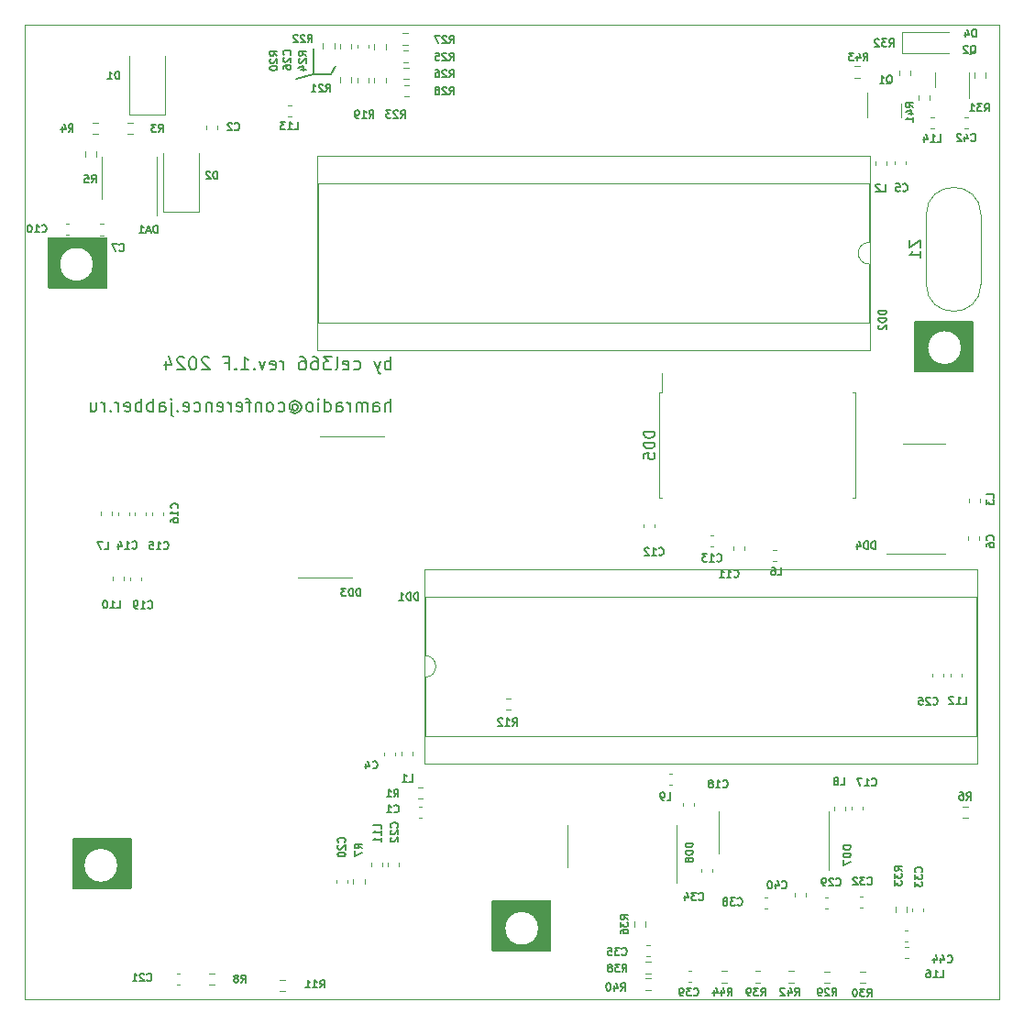
<source format=gbo>
%TF.GenerationSoftware,KiCad,Pcbnew,8.0.7-1.fc39*%
%TF.CreationDate,2025-01-27T15:10:01+03:00*%
%TF.ProjectId,rev.1_f,7265762e-315f-4662-9e6b-696361645f70,rev?*%
%TF.SameCoordinates,Original*%
%TF.FileFunction,Legend,Bot*%
%TF.FilePolarity,Positive*%
%FSLAX46Y46*%
G04 Gerber Fmt 4.6, Leading zero omitted, Abs format (unit mm)*
G04 Created by KiCad (PCBNEW 8.0.7-1.fc39) date 2025-01-27 15:10:01*
%MOMM*%
%LPD*%
G01*
G04 APERTURE LIST*
%ADD10C,0.150000*%
%ADD11C,0.187500*%
%ADD12C,0.120000*%
%TA.AperFunction,Profile*%
%ADD13C,0.200000*%
%TD*%
%TA.AperFunction,Profile*%
%ADD14C,0.100000*%
%TD*%
G04 APERTURE END LIST*
D10*
X133385000Y-58730000D02*
X133835000Y-57930000D01*
X131805000Y-56310000D02*
X131785000Y-58730000D01*
X131785000Y-58730000D02*
X133385000Y-58730000D01*
X130155000Y-59130000D02*
X131785000Y-58730000D01*
D11*
X138930930Y-85999526D02*
X138930930Y-84799526D01*
X138930930Y-85256669D02*
X138816645Y-85199526D01*
X138816645Y-85199526D02*
X138588073Y-85199526D01*
X138588073Y-85199526D02*
X138473787Y-85256669D01*
X138473787Y-85256669D02*
X138416645Y-85313812D01*
X138416645Y-85313812D02*
X138359502Y-85428098D01*
X138359502Y-85428098D02*
X138359502Y-85770955D01*
X138359502Y-85770955D02*
X138416645Y-85885241D01*
X138416645Y-85885241D02*
X138473787Y-85942384D01*
X138473787Y-85942384D02*
X138588073Y-85999526D01*
X138588073Y-85999526D02*
X138816645Y-85999526D01*
X138816645Y-85999526D02*
X138930930Y-85942384D01*
X137959502Y-85199526D02*
X137673788Y-85999526D01*
X137388073Y-85199526D02*
X137673788Y-85999526D01*
X137673788Y-85999526D02*
X137788073Y-86285241D01*
X137788073Y-86285241D02*
X137845216Y-86342384D01*
X137845216Y-86342384D02*
X137959502Y-86399526D01*
X135502359Y-85942384D02*
X135616644Y-85999526D01*
X135616644Y-85999526D02*
X135845216Y-85999526D01*
X135845216Y-85999526D02*
X135959501Y-85942384D01*
X135959501Y-85942384D02*
X136016644Y-85885241D01*
X136016644Y-85885241D02*
X136073787Y-85770955D01*
X136073787Y-85770955D02*
X136073787Y-85428098D01*
X136073787Y-85428098D02*
X136016644Y-85313812D01*
X136016644Y-85313812D02*
X135959501Y-85256669D01*
X135959501Y-85256669D02*
X135845216Y-85199526D01*
X135845216Y-85199526D02*
X135616644Y-85199526D01*
X135616644Y-85199526D02*
X135502359Y-85256669D01*
X134530930Y-85942384D02*
X134645216Y-85999526D01*
X134645216Y-85999526D02*
X134873788Y-85999526D01*
X134873788Y-85999526D02*
X134988073Y-85942384D01*
X134988073Y-85942384D02*
X135045216Y-85828098D01*
X135045216Y-85828098D02*
X135045216Y-85370955D01*
X135045216Y-85370955D02*
X134988073Y-85256669D01*
X134988073Y-85256669D02*
X134873788Y-85199526D01*
X134873788Y-85199526D02*
X134645216Y-85199526D01*
X134645216Y-85199526D02*
X134530930Y-85256669D01*
X134530930Y-85256669D02*
X134473788Y-85370955D01*
X134473788Y-85370955D02*
X134473788Y-85485241D01*
X134473788Y-85485241D02*
X135045216Y-85599526D01*
X133788074Y-85999526D02*
X133902359Y-85942384D01*
X133902359Y-85942384D02*
X133959502Y-85828098D01*
X133959502Y-85828098D02*
X133959502Y-84799526D01*
X133445217Y-84799526D02*
X132702360Y-84799526D01*
X132702360Y-84799526D02*
X133102360Y-85256669D01*
X133102360Y-85256669D02*
X132930931Y-85256669D01*
X132930931Y-85256669D02*
X132816646Y-85313812D01*
X132816646Y-85313812D02*
X132759503Y-85370955D01*
X132759503Y-85370955D02*
X132702360Y-85485241D01*
X132702360Y-85485241D02*
X132702360Y-85770955D01*
X132702360Y-85770955D02*
X132759503Y-85885241D01*
X132759503Y-85885241D02*
X132816646Y-85942384D01*
X132816646Y-85942384D02*
X132930931Y-85999526D01*
X132930931Y-85999526D02*
X133273788Y-85999526D01*
X133273788Y-85999526D02*
X133388074Y-85942384D01*
X133388074Y-85942384D02*
X133445217Y-85885241D01*
X131673789Y-84799526D02*
X131902360Y-84799526D01*
X131902360Y-84799526D02*
X132016646Y-84856669D01*
X132016646Y-84856669D02*
X132073789Y-84913812D01*
X132073789Y-84913812D02*
X132188074Y-85085241D01*
X132188074Y-85085241D02*
X132245217Y-85313812D01*
X132245217Y-85313812D02*
X132245217Y-85770955D01*
X132245217Y-85770955D02*
X132188074Y-85885241D01*
X132188074Y-85885241D02*
X132130931Y-85942384D01*
X132130931Y-85942384D02*
X132016646Y-85999526D01*
X132016646Y-85999526D02*
X131788074Y-85999526D01*
X131788074Y-85999526D02*
X131673789Y-85942384D01*
X131673789Y-85942384D02*
X131616646Y-85885241D01*
X131616646Y-85885241D02*
X131559503Y-85770955D01*
X131559503Y-85770955D02*
X131559503Y-85485241D01*
X131559503Y-85485241D02*
X131616646Y-85370955D01*
X131616646Y-85370955D02*
X131673789Y-85313812D01*
X131673789Y-85313812D02*
X131788074Y-85256669D01*
X131788074Y-85256669D02*
X132016646Y-85256669D01*
X132016646Y-85256669D02*
X132130931Y-85313812D01*
X132130931Y-85313812D02*
X132188074Y-85370955D01*
X132188074Y-85370955D02*
X132245217Y-85485241D01*
X130530932Y-84799526D02*
X130759503Y-84799526D01*
X130759503Y-84799526D02*
X130873789Y-84856669D01*
X130873789Y-84856669D02*
X130930932Y-84913812D01*
X130930932Y-84913812D02*
X131045217Y-85085241D01*
X131045217Y-85085241D02*
X131102360Y-85313812D01*
X131102360Y-85313812D02*
X131102360Y-85770955D01*
X131102360Y-85770955D02*
X131045217Y-85885241D01*
X131045217Y-85885241D02*
X130988074Y-85942384D01*
X130988074Y-85942384D02*
X130873789Y-85999526D01*
X130873789Y-85999526D02*
X130645217Y-85999526D01*
X130645217Y-85999526D02*
X130530932Y-85942384D01*
X130530932Y-85942384D02*
X130473789Y-85885241D01*
X130473789Y-85885241D02*
X130416646Y-85770955D01*
X130416646Y-85770955D02*
X130416646Y-85485241D01*
X130416646Y-85485241D02*
X130473789Y-85370955D01*
X130473789Y-85370955D02*
X130530932Y-85313812D01*
X130530932Y-85313812D02*
X130645217Y-85256669D01*
X130645217Y-85256669D02*
X130873789Y-85256669D01*
X130873789Y-85256669D02*
X130988074Y-85313812D01*
X130988074Y-85313812D02*
X131045217Y-85370955D01*
X131045217Y-85370955D02*
X131102360Y-85485241D01*
X128988074Y-85999526D02*
X128988074Y-85199526D01*
X128988074Y-85428098D02*
X128930931Y-85313812D01*
X128930931Y-85313812D02*
X128873789Y-85256669D01*
X128873789Y-85256669D02*
X128759503Y-85199526D01*
X128759503Y-85199526D02*
X128645217Y-85199526D01*
X127788074Y-85942384D02*
X127902360Y-85999526D01*
X127902360Y-85999526D02*
X128130932Y-85999526D01*
X128130932Y-85999526D02*
X128245217Y-85942384D01*
X128245217Y-85942384D02*
X128302360Y-85828098D01*
X128302360Y-85828098D02*
X128302360Y-85370955D01*
X128302360Y-85370955D02*
X128245217Y-85256669D01*
X128245217Y-85256669D02*
X128130932Y-85199526D01*
X128130932Y-85199526D02*
X127902360Y-85199526D01*
X127902360Y-85199526D02*
X127788074Y-85256669D01*
X127788074Y-85256669D02*
X127730932Y-85370955D01*
X127730932Y-85370955D02*
X127730932Y-85485241D01*
X127730932Y-85485241D02*
X128302360Y-85599526D01*
X127330932Y-85199526D02*
X127045218Y-85999526D01*
X127045218Y-85999526D02*
X126759503Y-85199526D01*
X126302360Y-85885241D02*
X126245217Y-85942384D01*
X126245217Y-85942384D02*
X126302360Y-85999526D01*
X126302360Y-85999526D02*
X126359503Y-85942384D01*
X126359503Y-85942384D02*
X126302360Y-85885241D01*
X126302360Y-85885241D02*
X126302360Y-85999526D01*
X125102360Y-85999526D02*
X125788074Y-85999526D01*
X125445217Y-85999526D02*
X125445217Y-84799526D01*
X125445217Y-84799526D02*
X125559503Y-84970955D01*
X125559503Y-84970955D02*
X125673788Y-85085241D01*
X125673788Y-85085241D02*
X125788074Y-85142384D01*
X124588074Y-85885241D02*
X124530931Y-85942384D01*
X124530931Y-85942384D02*
X124588074Y-85999526D01*
X124588074Y-85999526D02*
X124645217Y-85942384D01*
X124645217Y-85942384D02*
X124588074Y-85885241D01*
X124588074Y-85885241D02*
X124588074Y-85999526D01*
X123616645Y-85370955D02*
X124016645Y-85370955D01*
X124016645Y-85999526D02*
X124016645Y-84799526D01*
X124016645Y-84799526D02*
X123445217Y-84799526D01*
X122130931Y-84913812D02*
X122073788Y-84856669D01*
X122073788Y-84856669D02*
X121959503Y-84799526D01*
X121959503Y-84799526D02*
X121673788Y-84799526D01*
X121673788Y-84799526D02*
X121559503Y-84856669D01*
X121559503Y-84856669D02*
X121502360Y-84913812D01*
X121502360Y-84913812D02*
X121445217Y-85028098D01*
X121445217Y-85028098D02*
X121445217Y-85142384D01*
X121445217Y-85142384D02*
X121502360Y-85313812D01*
X121502360Y-85313812D02*
X122188074Y-85999526D01*
X122188074Y-85999526D02*
X121445217Y-85999526D01*
X120702360Y-84799526D02*
X120588074Y-84799526D01*
X120588074Y-84799526D02*
X120473788Y-84856669D01*
X120473788Y-84856669D02*
X120416646Y-84913812D01*
X120416646Y-84913812D02*
X120359503Y-85028098D01*
X120359503Y-85028098D02*
X120302360Y-85256669D01*
X120302360Y-85256669D02*
X120302360Y-85542384D01*
X120302360Y-85542384D02*
X120359503Y-85770955D01*
X120359503Y-85770955D02*
X120416646Y-85885241D01*
X120416646Y-85885241D02*
X120473788Y-85942384D01*
X120473788Y-85942384D02*
X120588074Y-85999526D01*
X120588074Y-85999526D02*
X120702360Y-85999526D01*
X120702360Y-85999526D02*
X120816646Y-85942384D01*
X120816646Y-85942384D02*
X120873788Y-85885241D01*
X120873788Y-85885241D02*
X120930931Y-85770955D01*
X120930931Y-85770955D02*
X120988074Y-85542384D01*
X120988074Y-85542384D02*
X120988074Y-85256669D01*
X120988074Y-85256669D02*
X120930931Y-85028098D01*
X120930931Y-85028098D02*
X120873788Y-84913812D01*
X120873788Y-84913812D02*
X120816646Y-84856669D01*
X120816646Y-84856669D02*
X120702360Y-84799526D01*
X119845217Y-84913812D02*
X119788074Y-84856669D01*
X119788074Y-84856669D02*
X119673789Y-84799526D01*
X119673789Y-84799526D02*
X119388074Y-84799526D01*
X119388074Y-84799526D02*
X119273789Y-84856669D01*
X119273789Y-84856669D02*
X119216646Y-84913812D01*
X119216646Y-84913812D02*
X119159503Y-85028098D01*
X119159503Y-85028098D02*
X119159503Y-85142384D01*
X119159503Y-85142384D02*
X119216646Y-85313812D01*
X119216646Y-85313812D02*
X119902360Y-85999526D01*
X119902360Y-85999526D02*
X119159503Y-85999526D01*
X118130932Y-85199526D02*
X118130932Y-85999526D01*
X118416646Y-84742384D02*
X118702360Y-85599526D01*
X118702360Y-85599526D02*
X117959503Y-85599526D01*
X138930930Y-89863392D02*
X138930930Y-88663392D01*
X138416645Y-89863392D02*
X138416645Y-89234821D01*
X138416645Y-89234821D02*
X138473787Y-89120535D01*
X138473787Y-89120535D02*
X138588073Y-89063392D01*
X138588073Y-89063392D02*
X138759502Y-89063392D01*
X138759502Y-89063392D02*
X138873787Y-89120535D01*
X138873787Y-89120535D02*
X138930930Y-89177678D01*
X137330931Y-89863392D02*
X137330931Y-89234821D01*
X137330931Y-89234821D02*
X137388073Y-89120535D01*
X137388073Y-89120535D02*
X137502359Y-89063392D01*
X137502359Y-89063392D02*
X137730931Y-89063392D01*
X137730931Y-89063392D02*
X137845216Y-89120535D01*
X137330931Y-89806250D02*
X137445216Y-89863392D01*
X137445216Y-89863392D02*
X137730931Y-89863392D01*
X137730931Y-89863392D02*
X137845216Y-89806250D01*
X137845216Y-89806250D02*
X137902359Y-89691964D01*
X137902359Y-89691964D02*
X137902359Y-89577678D01*
X137902359Y-89577678D02*
X137845216Y-89463392D01*
X137845216Y-89463392D02*
X137730931Y-89406250D01*
X137730931Y-89406250D02*
X137445216Y-89406250D01*
X137445216Y-89406250D02*
X137330931Y-89349107D01*
X136759502Y-89863392D02*
X136759502Y-89063392D01*
X136759502Y-89177678D02*
X136702359Y-89120535D01*
X136702359Y-89120535D02*
X136588074Y-89063392D01*
X136588074Y-89063392D02*
X136416645Y-89063392D01*
X136416645Y-89063392D02*
X136302359Y-89120535D01*
X136302359Y-89120535D02*
X136245217Y-89234821D01*
X136245217Y-89234821D02*
X136245217Y-89863392D01*
X136245217Y-89234821D02*
X136188074Y-89120535D01*
X136188074Y-89120535D02*
X136073788Y-89063392D01*
X136073788Y-89063392D02*
X135902359Y-89063392D01*
X135902359Y-89063392D02*
X135788074Y-89120535D01*
X135788074Y-89120535D02*
X135730931Y-89234821D01*
X135730931Y-89234821D02*
X135730931Y-89863392D01*
X135159502Y-89863392D02*
X135159502Y-89063392D01*
X135159502Y-89291964D02*
X135102359Y-89177678D01*
X135102359Y-89177678D02*
X135045217Y-89120535D01*
X135045217Y-89120535D02*
X134930931Y-89063392D01*
X134930931Y-89063392D02*
X134816645Y-89063392D01*
X133902360Y-89863392D02*
X133902360Y-89234821D01*
X133902360Y-89234821D02*
X133959502Y-89120535D01*
X133959502Y-89120535D02*
X134073788Y-89063392D01*
X134073788Y-89063392D02*
X134302360Y-89063392D01*
X134302360Y-89063392D02*
X134416645Y-89120535D01*
X133902360Y-89806250D02*
X134016645Y-89863392D01*
X134016645Y-89863392D02*
X134302360Y-89863392D01*
X134302360Y-89863392D02*
X134416645Y-89806250D01*
X134416645Y-89806250D02*
X134473788Y-89691964D01*
X134473788Y-89691964D02*
X134473788Y-89577678D01*
X134473788Y-89577678D02*
X134416645Y-89463392D01*
X134416645Y-89463392D02*
X134302360Y-89406250D01*
X134302360Y-89406250D02*
X134016645Y-89406250D01*
X134016645Y-89406250D02*
X133902360Y-89349107D01*
X132816646Y-89863392D02*
X132816646Y-88663392D01*
X132816646Y-89806250D02*
X132930931Y-89863392D01*
X132930931Y-89863392D02*
X133159503Y-89863392D01*
X133159503Y-89863392D02*
X133273788Y-89806250D01*
X133273788Y-89806250D02*
X133330931Y-89749107D01*
X133330931Y-89749107D02*
X133388074Y-89634821D01*
X133388074Y-89634821D02*
X133388074Y-89291964D01*
X133388074Y-89291964D02*
X133330931Y-89177678D01*
X133330931Y-89177678D02*
X133273788Y-89120535D01*
X133273788Y-89120535D02*
X133159503Y-89063392D01*
X133159503Y-89063392D02*
X132930931Y-89063392D01*
X132930931Y-89063392D02*
X132816646Y-89120535D01*
X132245217Y-89863392D02*
X132245217Y-89063392D01*
X132245217Y-88663392D02*
X132302360Y-88720535D01*
X132302360Y-88720535D02*
X132245217Y-88777678D01*
X132245217Y-88777678D02*
X132188074Y-88720535D01*
X132188074Y-88720535D02*
X132245217Y-88663392D01*
X132245217Y-88663392D02*
X132245217Y-88777678D01*
X131502360Y-89863392D02*
X131616645Y-89806250D01*
X131616645Y-89806250D02*
X131673788Y-89749107D01*
X131673788Y-89749107D02*
X131730931Y-89634821D01*
X131730931Y-89634821D02*
X131730931Y-89291964D01*
X131730931Y-89291964D02*
X131673788Y-89177678D01*
X131673788Y-89177678D02*
X131616645Y-89120535D01*
X131616645Y-89120535D02*
X131502360Y-89063392D01*
X131502360Y-89063392D02*
X131330931Y-89063392D01*
X131330931Y-89063392D02*
X131216645Y-89120535D01*
X131216645Y-89120535D02*
X131159503Y-89177678D01*
X131159503Y-89177678D02*
X131102360Y-89291964D01*
X131102360Y-89291964D02*
X131102360Y-89634821D01*
X131102360Y-89634821D02*
X131159503Y-89749107D01*
X131159503Y-89749107D02*
X131216645Y-89806250D01*
X131216645Y-89806250D02*
X131330931Y-89863392D01*
X131330931Y-89863392D02*
X131502360Y-89863392D01*
X129845217Y-89291964D02*
X129902360Y-89234821D01*
X129902360Y-89234821D02*
X130016646Y-89177678D01*
X130016646Y-89177678D02*
X130130931Y-89177678D01*
X130130931Y-89177678D02*
X130245217Y-89234821D01*
X130245217Y-89234821D02*
X130302360Y-89291964D01*
X130302360Y-89291964D02*
X130359503Y-89406250D01*
X130359503Y-89406250D02*
X130359503Y-89520535D01*
X130359503Y-89520535D02*
X130302360Y-89634821D01*
X130302360Y-89634821D02*
X130245217Y-89691964D01*
X130245217Y-89691964D02*
X130130931Y-89749107D01*
X130130931Y-89749107D02*
X130016646Y-89749107D01*
X130016646Y-89749107D02*
X129902360Y-89691964D01*
X129902360Y-89691964D02*
X129845217Y-89634821D01*
X129845217Y-89177678D02*
X129845217Y-89634821D01*
X129845217Y-89634821D02*
X129788074Y-89691964D01*
X129788074Y-89691964D02*
X129730931Y-89691964D01*
X129730931Y-89691964D02*
X129616646Y-89634821D01*
X129616646Y-89634821D02*
X129559503Y-89520535D01*
X129559503Y-89520535D02*
X129559503Y-89234821D01*
X129559503Y-89234821D02*
X129673789Y-89063392D01*
X129673789Y-89063392D02*
X129845217Y-88949107D01*
X129845217Y-88949107D02*
X130073789Y-88891964D01*
X130073789Y-88891964D02*
X130302360Y-88949107D01*
X130302360Y-88949107D02*
X130473789Y-89063392D01*
X130473789Y-89063392D02*
X130588074Y-89234821D01*
X130588074Y-89234821D02*
X130645217Y-89463392D01*
X130645217Y-89463392D02*
X130588074Y-89691964D01*
X130588074Y-89691964D02*
X130473789Y-89863392D01*
X130473789Y-89863392D02*
X130302360Y-89977678D01*
X130302360Y-89977678D02*
X130073789Y-90034821D01*
X130073789Y-90034821D02*
X129845217Y-89977678D01*
X129845217Y-89977678D02*
X129673789Y-89863392D01*
X128530932Y-89806250D02*
X128645217Y-89863392D01*
X128645217Y-89863392D02*
X128873789Y-89863392D01*
X128873789Y-89863392D02*
X128988074Y-89806250D01*
X128988074Y-89806250D02*
X129045217Y-89749107D01*
X129045217Y-89749107D02*
X129102360Y-89634821D01*
X129102360Y-89634821D02*
X129102360Y-89291964D01*
X129102360Y-89291964D02*
X129045217Y-89177678D01*
X129045217Y-89177678D02*
X128988074Y-89120535D01*
X128988074Y-89120535D02*
X128873789Y-89063392D01*
X128873789Y-89063392D02*
X128645217Y-89063392D01*
X128645217Y-89063392D02*
X128530932Y-89120535D01*
X127845218Y-89863392D02*
X127959503Y-89806250D01*
X127959503Y-89806250D02*
X128016646Y-89749107D01*
X128016646Y-89749107D02*
X128073789Y-89634821D01*
X128073789Y-89634821D02*
X128073789Y-89291964D01*
X128073789Y-89291964D02*
X128016646Y-89177678D01*
X128016646Y-89177678D02*
X127959503Y-89120535D01*
X127959503Y-89120535D02*
X127845218Y-89063392D01*
X127845218Y-89063392D02*
X127673789Y-89063392D01*
X127673789Y-89063392D02*
X127559503Y-89120535D01*
X127559503Y-89120535D02*
X127502361Y-89177678D01*
X127502361Y-89177678D02*
X127445218Y-89291964D01*
X127445218Y-89291964D02*
X127445218Y-89634821D01*
X127445218Y-89634821D02*
X127502361Y-89749107D01*
X127502361Y-89749107D02*
X127559503Y-89806250D01*
X127559503Y-89806250D02*
X127673789Y-89863392D01*
X127673789Y-89863392D02*
X127845218Y-89863392D01*
X126930932Y-89063392D02*
X126930932Y-89863392D01*
X126930932Y-89177678D02*
X126873789Y-89120535D01*
X126873789Y-89120535D02*
X126759504Y-89063392D01*
X126759504Y-89063392D02*
X126588075Y-89063392D01*
X126588075Y-89063392D02*
X126473789Y-89120535D01*
X126473789Y-89120535D02*
X126416647Y-89234821D01*
X126416647Y-89234821D02*
X126416647Y-89863392D01*
X126016647Y-89063392D02*
X125559504Y-89063392D01*
X125845218Y-89863392D02*
X125845218Y-88834821D01*
X125845218Y-88834821D02*
X125788075Y-88720535D01*
X125788075Y-88720535D02*
X125673790Y-88663392D01*
X125673790Y-88663392D02*
X125559504Y-88663392D01*
X124702361Y-89806250D02*
X124816647Y-89863392D01*
X124816647Y-89863392D02*
X125045219Y-89863392D01*
X125045219Y-89863392D02*
X125159504Y-89806250D01*
X125159504Y-89806250D02*
X125216647Y-89691964D01*
X125216647Y-89691964D02*
X125216647Y-89234821D01*
X125216647Y-89234821D02*
X125159504Y-89120535D01*
X125159504Y-89120535D02*
X125045219Y-89063392D01*
X125045219Y-89063392D02*
X124816647Y-89063392D01*
X124816647Y-89063392D02*
X124702361Y-89120535D01*
X124702361Y-89120535D02*
X124645219Y-89234821D01*
X124645219Y-89234821D02*
X124645219Y-89349107D01*
X124645219Y-89349107D02*
X125216647Y-89463392D01*
X124130933Y-89863392D02*
X124130933Y-89063392D01*
X124130933Y-89291964D02*
X124073790Y-89177678D01*
X124073790Y-89177678D02*
X124016648Y-89120535D01*
X124016648Y-89120535D02*
X123902362Y-89063392D01*
X123902362Y-89063392D02*
X123788076Y-89063392D01*
X122930933Y-89806250D02*
X123045219Y-89863392D01*
X123045219Y-89863392D02*
X123273791Y-89863392D01*
X123273791Y-89863392D02*
X123388076Y-89806250D01*
X123388076Y-89806250D02*
X123445219Y-89691964D01*
X123445219Y-89691964D02*
X123445219Y-89234821D01*
X123445219Y-89234821D02*
X123388076Y-89120535D01*
X123388076Y-89120535D02*
X123273791Y-89063392D01*
X123273791Y-89063392D02*
X123045219Y-89063392D01*
X123045219Y-89063392D02*
X122930933Y-89120535D01*
X122930933Y-89120535D02*
X122873791Y-89234821D01*
X122873791Y-89234821D02*
X122873791Y-89349107D01*
X122873791Y-89349107D02*
X123445219Y-89463392D01*
X122359505Y-89063392D02*
X122359505Y-89863392D01*
X122359505Y-89177678D02*
X122302362Y-89120535D01*
X122302362Y-89120535D02*
X122188077Y-89063392D01*
X122188077Y-89063392D02*
X122016648Y-89063392D01*
X122016648Y-89063392D02*
X121902362Y-89120535D01*
X121902362Y-89120535D02*
X121845220Y-89234821D01*
X121845220Y-89234821D02*
X121845220Y-89863392D01*
X120759506Y-89806250D02*
X120873791Y-89863392D01*
X120873791Y-89863392D02*
X121102363Y-89863392D01*
X121102363Y-89863392D02*
X121216648Y-89806250D01*
X121216648Y-89806250D02*
X121273791Y-89749107D01*
X121273791Y-89749107D02*
X121330934Y-89634821D01*
X121330934Y-89634821D02*
X121330934Y-89291964D01*
X121330934Y-89291964D02*
X121273791Y-89177678D01*
X121273791Y-89177678D02*
X121216648Y-89120535D01*
X121216648Y-89120535D02*
X121102363Y-89063392D01*
X121102363Y-89063392D02*
X120873791Y-89063392D01*
X120873791Y-89063392D02*
X120759506Y-89120535D01*
X119788077Y-89806250D02*
X119902363Y-89863392D01*
X119902363Y-89863392D02*
X120130935Y-89863392D01*
X120130935Y-89863392D02*
X120245220Y-89806250D01*
X120245220Y-89806250D02*
X120302363Y-89691964D01*
X120302363Y-89691964D02*
X120302363Y-89234821D01*
X120302363Y-89234821D02*
X120245220Y-89120535D01*
X120245220Y-89120535D02*
X120130935Y-89063392D01*
X120130935Y-89063392D02*
X119902363Y-89063392D01*
X119902363Y-89063392D02*
X119788077Y-89120535D01*
X119788077Y-89120535D02*
X119730935Y-89234821D01*
X119730935Y-89234821D02*
X119730935Y-89349107D01*
X119730935Y-89349107D02*
X120302363Y-89463392D01*
X119216649Y-89749107D02*
X119159506Y-89806250D01*
X119159506Y-89806250D02*
X119216649Y-89863392D01*
X119216649Y-89863392D02*
X119273792Y-89806250D01*
X119273792Y-89806250D02*
X119216649Y-89749107D01*
X119216649Y-89749107D02*
X119216649Y-89863392D01*
X118645220Y-89063392D02*
X118645220Y-90091964D01*
X118645220Y-90091964D02*
X118702363Y-90206250D01*
X118702363Y-90206250D02*
X118816649Y-90263392D01*
X118816649Y-90263392D02*
X118873792Y-90263392D01*
X118645220Y-88663392D02*
X118702363Y-88720535D01*
X118702363Y-88720535D02*
X118645220Y-88777678D01*
X118645220Y-88777678D02*
X118588077Y-88720535D01*
X118588077Y-88720535D02*
X118645220Y-88663392D01*
X118645220Y-88663392D02*
X118645220Y-88777678D01*
X117559506Y-89863392D02*
X117559506Y-89234821D01*
X117559506Y-89234821D02*
X117616648Y-89120535D01*
X117616648Y-89120535D02*
X117730934Y-89063392D01*
X117730934Y-89063392D02*
X117959506Y-89063392D01*
X117959506Y-89063392D02*
X118073791Y-89120535D01*
X117559506Y-89806250D02*
X117673791Y-89863392D01*
X117673791Y-89863392D02*
X117959506Y-89863392D01*
X117959506Y-89863392D02*
X118073791Y-89806250D01*
X118073791Y-89806250D02*
X118130934Y-89691964D01*
X118130934Y-89691964D02*
X118130934Y-89577678D01*
X118130934Y-89577678D02*
X118073791Y-89463392D01*
X118073791Y-89463392D02*
X117959506Y-89406250D01*
X117959506Y-89406250D02*
X117673791Y-89406250D01*
X117673791Y-89406250D02*
X117559506Y-89349107D01*
X116988077Y-89863392D02*
X116988077Y-88663392D01*
X116988077Y-89120535D02*
X116873792Y-89063392D01*
X116873792Y-89063392D02*
X116645220Y-89063392D01*
X116645220Y-89063392D02*
X116530934Y-89120535D01*
X116530934Y-89120535D02*
X116473792Y-89177678D01*
X116473792Y-89177678D02*
X116416649Y-89291964D01*
X116416649Y-89291964D02*
X116416649Y-89634821D01*
X116416649Y-89634821D02*
X116473792Y-89749107D01*
X116473792Y-89749107D02*
X116530934Y-89806250D01*
X116530934Y-89806250D02*
X116645220Y-89863392D01*
X116645220Y-89863392D02*
X116873792Y-89863392D01*
X116873792Y-89863392D02*
X116988077Y-89806250D01*
X115902363Y-89863392D02*
X115902363Y-88663392D01*
X115902363Y-89120535D02*
X115788078Y-89063392D01*
X115788078Y-89063392D02*
X115559506Y-89063392D01*
X115559506Y-89063392D02*
X115445220Y-89120535D01*
X115445220Y-89120535D02*
X115388078Y-89177678D01*
X115388078Y-89177678D02*
X115330935Y-89291964D01*
X115330935Y-89291964D02*
X115330935Y-89634821D01*
X115330935Y-89634821D02*
X115388078Y-89749107D01*
X115388078Y-89749107D02*
X115445220Y-89806250D01*
X115445220Y-89806250D02*
X115559506Y-89863392D01*
X115559506Y-89863392D02*
X115788078Y-89863392D01*
X115788078Y-89863392D02*
X115902363Y-89806250D01*
X114359506Y-89806250D02*
X114473792Y-89863392D01*
X114473792Y-89863392D02*
X114702364Y-89863392D01*
X114702364Y-89863392D02*
X114816649Y-89806250D01*
X114816649Y-89806250D02*
X114873792Y-89691964D01*
X114873792Y-89691964D02*
X114873792Y-89234821D01*
X114873792Y-89234821D02*
X114816649Y-89120535D01*
X114816649Y-89120535D02*
X114702364Y-89063392D01*
X114702364Y-89063392D02*
X114473792Y-89063392D01*
X114473792Y-89063392D02*
X114359506Y-89120535D01*
X114359506Y-89120535D02*
X114302364Y-89234821D01*
X114302364Y-89234821D02*
X114302364Y-89349107D01*
X114302364Y-89349107D02*
X114873792Y-89463392D01*
X113788078Y-89863392D02*
X113788078Y-89063392D01*
X113788078Y-89291964D02*
X113730935Y-89177678D01*
X113730935Y-89177678D02*
X113673793Y-89120535D01*
X113673793Y-89120535D02*
X113559507Y-89063392D01*
X113559507Y-89063392D02*
X113445221Y-89063392D01*
X113045221Y-89749107D02*
X112988078Y-89806250D01*
X112988078Y-89806250D02*
X113045221Y-89863392D01*
X113045221Y-89863392D02*
X113102364Y-89806250D01*
X113102364Y-89806250D02*
X113045221Y-89749107D01*
X113045221Y-89749107D02*
X113045221Y-89863392D01*
X112473792Y-89863392D02*
X112473792Y-89063392D01*
X112473792Y-89291964D02*
X112416649Y-89177678D01*
X112416649Y-89177678D02*
X112359507Y-89120535D01*
X112359507Y-89120535D02*
X112245221Y-89063392D01*
X112245221Y-89063392D02*
X112130935Y-89063392D01*
X111216650Y-89063392D02*
X111216650Y-89863392D01*
X111730935Y-89063392D02*
X111730935Y-89691964D01*
X111730935Y-89691964D02*
X111673792Y-89806250D01*
X111673792Y-89806250D02*
X111559507Y-89863392D01*
X111559507Y-89863392D02*
X111388078Y-89863392D01*
X111388078Y-89863392D02*
X111273792Y-89806250D01*
X111273792Y-89806250D02*
X111216650Y-89749107D01*
D10*
X160831033Y-136759999D02*
X160497700Y-136526666D01*
X160831033Y-136359999D02*
X160131033Y-136359999D01*
X160131033Y-136359999D02*
X160131033Y-136626666D01*
X160131033Y-136626666D02*
X160164366Y-136693333D01*
X160164366Y-136693333D02*
X160197700Y-136726666D01*
X160197700Y-136726666D02*
X160264366Y-136759999D01*
X160264366Y-136759999D02*
X160364366Y-136759999D01*
X160364366Y-136759999D02*
X160431033Y-136726666D01*
X160431033Y-136726666D02*
X160464366Y-136693333D01*
X160464366Y-136693333D02*
X160497700Y-136626666D01*
X160497700Y-136626666D02*
X160497700Y-136359999D01*
X160131033Y-136993333D02*
X160131033Y-137426666D01*
X160131033Y-137426666D02*
X160397700Y-137193333D01*
X160397700Y-137193333D02*
X160397700Y-137293333D01*
X160397700Y-137293333D02*
X160431033Y-137359999D01*
X160431033Y-137359999D02*
X160464366Y-137393333D01*
X160464366Y-137393333D02*
X160531033Y-137426666D01*
X160531033Y-137426666D02*
X160697700Y-137426666D01*
X160697700Y-137426666D02*
X160764366Y-137393333D01*
X160764366Y-137393333D02*
X160797700Y-137359999D01*
X160797700Y-137359999D02*
X160831033Y-137293333D01*
X160831033Y-137293333D02*
X160831033Y-137093333D01*
X160831033Y-137093333D02*
X160797700Y-137026666D01*
X160797700Y-137026666D02*
X160764366Y-136993333D01*
X160131033Y-138026666D02*
X160131033Y-137893333D01*
X160131033Y-137893333D02*
X160164366Y-137826666D01*
X160164366Y-137826666D02*
X160197700Y-137793333D01*
X160197700Y-137793333D02*
X160297700Y-137726666D01*
X160297700Y-137726666D02*
X160431033Y-137693333D01*
X160431033Y-137693333D02*
X160697700Y-137693333D01*
X160697700Y-137693333D02*
X160764366Y-137726666D01*
X160764366Y-137726666D02*
X160797700Y-137760000D01*
X160797700Y-137760000D02*
X160831033Y-137826666D01*
X160831033Y-137826666D02*
X160831033Y-137960000D01*
X160831033Y-137960000D02*
X160797700Y-138026666D01*
X160797700Y-138026666D02*
X160764366Y-138060000D01*
X160764366Y-138060000D02*
X160697700Y-138093333D01*
X160697700Y-138093333D02*
X160531033Y-138093333D01*
X160531033Y-138093333D02*
X160464366Y-138060000D01*
X160464366Y-138060000D02*
X160431033Y-138026666D01*
X160431033Y-138026666D02*
X160397700Y-137960000D01*
X160397700Y-137960000D02*
X160397700Y-137826666D01*
X160397700Y-137826666D02*
X160431033Y-137760000D01*
X160431033Y-137760000D02*
X160464366Y-137726666D01*
X160464366Y-137726666D02*
X160531033Y-137693333D01*
X194574366Y-101743333D02*
X194607700Y-101710000D01*
X194607700Y-101710000D02*
X194641033Y-101610000D01*
X194641033Y-101610000D02*
X194641033Y-101543333D01*
X194641033Y-101543333D02*
X194607700Y-101443333D01*
X194607700Y-101443333D02*
X194541033Y-101376667D01*
X194541033Y-101376667D02*
X194474366Y-101343333D01*
X194474366Y-101343333D02*
X194341033Y-101310000D01*
X194341033Y-101310000D02*
X194241033Y-101310000D01*
X194241033Y-101310000D02*
X194107700Y-101343333D01*
X194107700Y-101343333D02*
X194041033Y-101376667D01*
X194041033Y-101376667D02*
X193974366Y-101443333D01*
X193974366Y-101443333D02*
X193941033Y-101543333D01*
X193941033Y-101543333D02*
X193941033Y-101610000D01*
X193941033Y-101610000D02*
X193974366Y-101710000D01*
X193974366Y-101710000D02*
X194007700Y-101743333D01*
X193941033Y-102343333D02*
X193941033Y-102210000D01*
X193941033Y-102210000D02*
X193974366Y-102143333D01*
X193974366Y-102143333D02*
X194007700Y-102110000D01*
X194007700Y-102110000D02*
X194107700Y-102043333D01*
X194107700Y-102043333D02*
X194241033Y-102010000D01*
X194241033Y-102010000D02*
X194507700Y-102010000D01*
X194507700Y-102010000D02*
X194574366Y-102043333D01*
X194574366Y-102043333D02*
X194607700Y-102076667D01*
X194607700Y-102076667D02*
X194641033Y-102143333D01*
X194641033Y-102143333D02*
X194641033Y-102276667D01*
X194641033Y-102276667D02*
X194607700Y-102343333D01*
X194607700Y-102343333D02*
X194574366Y-102376667D01*
X194574366Y-102376667D02*
X194507700Y-102410000D01*
X194507700Y-102410000D02*
X194341033Y-102410000D01*
X194341033Y-102410000D02*
X194274366Y-102376667D01*
X194274366Y-102376667D02*
X194241033Y-102343333D01*
X194241033Y-102343333D02*
X194207700Y-102276667D01*
X194207700Y-102276667D02*
X194207700Y-102143333D01*
X194207700Y-102143333D02*
X194241033Y-102076667D01*
X194241033Y-102076667D02*
X194274366Y-102043333D01*
X194274366Y-102043333D02*
X194341033Y-102010000D01*
X137251666Y-122779366D02*
X137284999Y-122812700D01*
X137284999Y-122812700D02*
X137384999Y-122846033D01*
X137384999Y-122846033D02*
X137451666Y-122846033D01*
X137451666Y-122846033D02*
X137551666Y-122812700D01*
X137551666Y-122812700D02*
X137618333Y-122746033D01*
X137618333Y-122746033D02*
X137651666Y-122679366D01*
X137651666Y-122679366D02*
X137684999Y-122546033D01*
X137684999Y-122546033D02*
X137684999Y-122446033D01*
X137684999Y-122446033D02*
X137651666Y-122312700D01*
X137651666Y-122312700D02*
X137618333Y-122246033D01*
X137618333Y-122246033D02*
X137551666Y-122179366D01*
X137551666Y-122179366D02*
X137451666Y-122146033D01*
X137451666Y-122146033D02*
X137384999Y-122146033D01*
X137384999Y-122146033D02*
X137284999Y-122179366D01*
X137284999Y-122179366D02*
X137251666Y-122212700D01*
X136651666Y-122379366D02*
X136651666Y-122846033D01*
X136818333Y-122112700D02*
X136984999Y-122612700D01*
X136984999Y-122612700D02*
X136551666Y-122612700D01*
X166895000Y-143749366D02*
X166928333Y-143782700D01*
X166928333Y-143782700D02*
X167028333Y-143816033D01*
X167028333Y-143816033D02*
X167095000Y-143816033D01*
X167095000Y-143816033D02*
X167195000Y-143782700D01*
X167195000Y-143782700D02*
X167261667Y-143716033D01*
X167261667Y-143716033D02*
X167295000Y-143649366D01*
X167295000Y-143649366D02*
X167328333Y-143516033D01*
X167328333Y-143516033D02*
X167328333Y-143416033D01*
X167328333Y-143416033D02*
X167295000Y-143282700D01*
X167295000Y-143282700D02*
X167261667Y-143216033D01*
X167261667Y-143216033D02*
X167195000Y-143149366D01*
X167195000Y-143149366D02*
X167095000Y-143116033D01*
X167095000Y-143116033D02*
X167028333Y-143116033D01*
X167028333Y-143116033D02*
X166928333Y-143149366D01*
X166928333Y-143149366D02*
X166895000Y-143182700D01*
X166661667Y-143116033D02*
X166228333Y-143116033D01*
X166228333Y-143116033D02*
X166461667Y-143382700D01*
X166461667Y-143382700D02*
X166361667Y-143382700D01*
X166361667Y-143382700D02*
X166295000Y-143416033D01*
X166295000Y-143416033D02*
X166261667Y-143449366D01*
X166261667Y-143449366D02*
X166228333Y-143516033D01*
X166228333Y-143516033D02*
X166228333Y-143682700D01*
X166228333Y-143682700D02*
X166261667Y-143749366D01*
X166261667Y-143749366D02*
X166295000Y-143782700D01*
X166295000Y-143782700D02*
X166361667Y-143816033D01*
X166361667Y-143816033D02*
X166561667Y-143816033D01*
X166561667Y-143816033D02*
X166628333Y-143782700D01*
X166628333Y-143782700D02*
X166661667Y-143749366D01*
X165895000Y-143816033D02*
X165761666Y-143816033D01*
X165761666Y-143816033D02*
X165695000Y-143782700D01*
X165695000Y-143782700D02*
X165661666Y-143749366D01*
X165661666Y-143749366D02*
X165595000Y-143649366D01*
X165595000Y-143649366D02*
X165561666Y-143516033D01*
X165561666Y-143516033D02*
X165561666Y-143249366D01*
X165561666Y-143249366D02*
X165595000Y-143182700D01*
X165595000Y-143182700D02*
X165628333Y-143149366D01*
X165628333Y-143149366D02*
X165695000Y-143116033D01*
X165695000Y-143116033D02*
X165828333Y-143116033D01*
X165828333Y-143116033D02*
X165895000Y-143149366D01*
X165895000Y-143149366D02*
X165928333Y-143182700D01*
X165928333Y-143182700D02*
X165961666Y-143249366D01*
X165961666Y-143249366D02*
X165961666Y-143416033D01*
X165961666Y-143416033D02*
X165928333Y-143482700D01*
X165928333Y-143482700D02*
X165895000Y-143516033D01*
X165895000Y-143516033D02*
X165828333Y-143549366D01*
X165828333Y-143549366D02*
X165695000Y-143549366D01*
X165695000Y-143549366D02*
X165628333Y-143516033D01*
X165628333Y-143516033D02*
X165595000Y-143482700D01*
X165595000Y-143482700D02*
X165561666Y-143416033D01*
X112471667Y-102586033D02*
X112805000Y-102586033D01*
X112805000Y-102586033D02*
X112805000Y-101886033D01*
X112305000Y-101886033D02*
X111838333Y-101886033D01*
X111838333Y-101886033D02*
X112138333Y-102586033D01*
X163700000Y-103069366D02*
X163733333Y-103102700D01*
X163733333Y-103102700D02*
X163833333Y-103136033D01*
X163833333Y-103136033D02*
X163900000Y-103136033D01*
X163900000Y-103136033D02*
X164000000Y-103102700D01*
X164000000Y-103102700D02*
X164066667Y-103036033D01*
X164066667Y-103036033D02*
X164100000Y-102969366D01*
X164100000Y-102969366D02*
X164133333Y-102836033D01*
X164133333Y-102836033D02*
X164133333Y-102736033D01*
X164133333Y-102736033D02*
X164100000Y-102602700D01*
X164100000Y-102602700D02*
X164066667Y-102536033D01*
X164066667Y-102536033D02*
X164000000Y-102469366D01*
X164000000Y-102469366D02*
X163900000Y-102436033D01*
X163900000Y-102436033D02*
X163833333Y-102436033D01*
X163833333Y-102436033D02*
X163733333Y-102469366D01*
X163733333Y-102469366D02*
X163700000Y-102502700D01*
X163033333Y-103136033D02*
X163433333Y-103136033D01*
X163233333Y-103136033D02*
X163233333Y-102436033D01*
X163233333Y-102436033D02*
X163300000Y-102536033D01*
X163300000Y-102536033D02*
X163366667Y-102602700D01*
X163366667Y-102602700D02*
X163433333Y-102636033D01*
X162766666Y-102502700D02*
X162733333Y-102469366D01*
X162733333Y-102469366D02*
X162666666Y-102436033D01*
X162666666Y-102436033D02*
X162500000Y-102436033D01*
X162500000Y-102436033D02*
X162433333Y-102469366D01*
X162433333Y-102469366D02*
X162400000Y-102502700D01*
X162400000Y-102502700D02*
X162366666Y-102569366D01*
X162366666Y-102569366D02*
X162366666Y-102636033D01*
X162366666Y-102636033D02*
X162400000Y-102736033D01*
X162400000Y-102736033D02*
X162800000Y-103136033D01*
X162800000Y-103136033D02*
X162366666Y-103136033D01*
X189645000Y-142136033D02*
X189978333Y-142136033D01*
X189978333Y-142136033D02*
X189978333Y-141436033D01*
X189044999Y-142136033D02*
X189444999Y-142136033D01*
X189244999Y-142136033D02*
X189244999Y-141436033D01*
X189244999Y-141436033D02*
X189311666Y-141536033D01*
X189311666Y-141536033D02*
X189378333Y-141602700D01*
X189378333Y-141602700D02*
X189444999Y-141636033D01*
X188444999Y-141436033D02*
X188578332Y-141436033D01*
X188578332Y-141436033D02*
X188644999Y-141469366D01*
X188644999Y-141469366D02*
X188678332Y-141502700D01*
X188678332Y-141502700D02*
X188744999Y-141602700D01*
X188744999Y-141602700D02*
X188778332Y-141736033D01*
X188778332Y-141736033D02*
X188778332Y-142002700D01*
X188778332Y-142002700D02*
X188744999Y-142069366D01*
X188744999Y-142069366D02*
X188711666Y-142102700D01*
X188711666Y-142102700D02*
X188644999Y-142136033D01*
X188644999Y-142136033D02*
X188511666Y-142136033D01*
X188511666Y-142136033D02*
X188444999Y-142102700D01*
X188444999Y-142102700D02*
X188411666Y-142069366D01*
X188411666Y-142069366D02*
X188378332Y-142002700D01*
X188378332Y-142002700D02*
X188378332Y-141836033D01*
X188378332Y-141836033D02*
X188411666Y-141769366D01*
X188411666Y-141769366D02*
X188444999Y-141736033D01*
X188444999Y-141736033D02*
X188511666Y-141702700D01*
X188511666Y-141702700D02*
X188644999Y-141702700D01*
X188644999Y-141702700D02*
X188711666Y-141736033D01*
X188711666Y-141736033D02*
X188744999Y-141769366D01*
X188744999Y-141769366D02*
X188778332Y-141836033D01*
X136925000Y-62756033D02*
X137158333Y-62422700D01*
X137325000Y-62756033D02*
X137325000Y-62056033D01*
X137325000Y-62056033D02*
X137058333Y-62056033D01*
X137058333Y-62056033D02*
X136991667Y-62089366D01*
X136991667Y-62089366D02*
X136958333Y-62122700D01*
X136958333Y-62122700D02*
X136925000Y-62189366D01*
X136925000Y-62189366D02*
X136925000Y-62289366D01*
X136925000Y-62289366D02*
X136958333Y-62356033D01*
X136958333Y-62356033D02*
X136991667Y-62389366D01*
X136991667Y-62389366D02*
X137058333Y-62422700D01*
X137058333Y-62422700D02*
X137325000Y-62422700D01*
X136258333Y-62756033D02*
X136658333Y-62756033D01*
X136458333Y-62756033D02*
X136458333Y-62056033D01*
X136458333Y-62056033D02*
X136525000Y-62156033D01*
X136525000Y-62156033D02*
X136591667Y-62222700D01*
X136591667Y-62222700D02*
X136658333Y-62256033D01*
X135925000Y-62756033D02*
X135791666Y-62756033D01*
X135791666Y-62756033D02*
X135725000Y-62722700D01*
X135725000Y-62722700D02*
X135691666Y-62689366D01*
X135691666Y-62689366D02*
X135625000Y-62589366D01*
X135625000Y-62589366D02*
X135591666Y-62456033D01*
X135591666Y-62456033D02*
X135591666Y-62189366D01*
X135591666Y-62189366D02*
X135625000Y-62122700D01*
X135625000Y-62122700D02*
X135658333Y-62089366D01*
X135658333Y-62089366D02*
X135725000Y-62056033D01*
X135725000Y-62056033D02*
X135858333Y-62056033D01*
X135858333Y-62056033D02*
X135925000Y-62089366D01*
X135925000Y-62089366D02*
X135958333Y-62122700D01*
X135958333Y-62122700D02*
X135991666Y-62189366D01*
X135991666Y-62189366D02*
X135991666Y-62356033D01*
X135991666Y-62356033D02*
X135958333Y-62422700D01*
X135958333Y-62422700D02*
X135925000Y-62456033D01*
X135925000Y-62456033D02*
X135858333Y-62489366D01*
X135858333Y-62489366D02*
X135725000Y-62489366D01*
X135725000Y-62489366D02*
X135658333Y-62456033D01*
X135658333Y-62456033D02*
X135625000Y-62422700D01*
X135625000Y-62422700D02*
X135591666Y-62356033D01*
X182915000Y-143876033D02*
X183148333Y-143542700D01*
X183315000Y-143876033D02*
X183315000Y-143176033D01*
X183315000Y-143176033D02*
X183048333Y-143176033D01*
X183048333Y-143176033D02*
X182981667Y-143209366D01*
X182981667Y-143209366D02*
X182948333Y-143242700D01*
X182948333Y-143242700D02*
X182915000Y-143309366D01*
X182915000Y-143309366D02*
X182915000Y-143409366D01*
X182915000Y-143409366D02*
X182948333Y-143476033D01*
X182948333Y-143476033D02*
X182981667Y-143509366D01*
X182981667Y-143509366D02*
X183048333Y-143542700D01*
X183048333Y-143542700D02*
X183315000Y-143542700D01*
X182681667Y-143176033D02*
X182248333Y-143176033D01*
X182248333Y-143176033D02*
X182481667Y-143442700D01*
X182481667Y-143442700D02*
X182381667Y-143442700D01*
X182381667Y-143442700D02*
X182315000Y-143476033D01*
X182315000Y-143476033D02*
X182281667Y-143509366D01*
X182281667Y-143509366D02*
X182248333Y-143576033D01*
X182248333Y-143576033D02*
X182248333Y-143742700D01*
X182248333Y-143742700D02*
X182281667Y-143809366D01*
X182281667Y-143809366D02*
X182315000Y-143842700D01*
X182315000Y-143842700D02*
X182381667Y-143876033D01*
X182381667Y-143876033D02*
X182581667Y-143876033D01*
X182581667Y-143876033D02*
X182648333Y-143842700D01*
X182648333Y-143842700D02*
X182681667Y-143809366D01*
X181815000Y-143176033D02*
X181748333Y-143176033D01*
X181748333Y-143176033D02*
X181681666Y-143209366D01*
X181681666Y-143209366D02*
X181648333Y-143242700D01*
X181648333Y-143242700D02*
X181615000Y-143309366D01*
X181615000Y-143309366D02*
X181581666Y-143442700D01*
X181581666Y-143442700D02*
X181581666Y-143609366D01*
X181581666Y-143609366D02*
X181615000Y-143742700D01*
X181615000Y-143742700D02*
X181648333Y-143809366D01*
X181648333Y-143809366D02*
X181681666Y-143842700D01*
X181681666Y-143842700D02*
X181748333Y-143876033D01*
X181748333Y-143876033D02*
X181815000Y-143876033D01*
X181815000Y-143876033D02*
X181881666Y-143842700D01*
X181881666Y-143842700D02*
X181915000Y-143809366D01*
X181915000Y-143809366D02*
X181948333Y-143742700D01*
X181948333Y-143742700D02*
X181981666Y-143609366D01*
X181981666Y-143609366D02*
X181981666Y-143442700D01*
X181981666Y-143442700D02*
X181948333Y-143309366D01*
X181948333Y-143309366D02*
X181915000Y-143242700D01*
X181915000Y-143242700D02*
X181881666Y-143209366D01*
X181881666Y-143209366D02*
X181815000Y-143176033D01*
X138031033Y-128360000D02*
X138031033Y-128026666D01*
X138031033Y-128026666D02*
X137331033Y-128026666D01*
X138031033Y-128960000D02*
X138031033Y-128560000D01*
X138031033Y-128760000D02*
X137331033Y-128760000D01*
X137331033Y-128760000D02*
X137431033Y-128693333D01*
X137431033Y-128693333D02*
X137497700Y-128626667D01*
X137497700Y-128626667D02*
X137531033Y-128560000D01*
X138031033Y-129626667D02*
X138031033Y-129226667D01*
X138031033Y-129426667D02*
X137331033Y-129426667D01*
X137331033Y-129426667D02*
X137431033Y-129360000D01*
X137431033Y-129360000D02*
X137497700Y-129293334D01*
X137497700Y-129293334D02*
X137531033Y-129226667D01*
X116405000Y-142409366D02*
X116438333Y-142442700D01*
X116438333Y-142442700D02*
X116538333Y-142476033D01*
X116538333Y-142476033D02*
X116605000Y-142476033D01*
X116605000Y-142476033D02*
X116705000Y-142442700D01*
X116705000Y-142442700D02*
X116771667Y-142376033D01*
X116771667Y-142376033D02*
X116805000Y-142309366D01*
X116805000Y-142309366D02*
X116838333Y-142176033D01*
X116838333Y-142176033D02*
X116838333Y-142076033D01*
X116838333Y-142076033D02*
X116805000Y-141942700D01*
X116805000Y-141942700D02*
X116771667Y-141876033D01*
X116771667Y-141876033D02*
X116705000Y-141809366D01*
X116705000Y-141809366D02*
X116605000Y-141776033D01*
X116605000Y-141776033D02*
X116538333Y-141776033D01*
X116538333Y-141776033D02*
X116438333Y-141809366D01*
X116438333Y-141809366D02*
X116405000Y-141842700D01*
X116138333Y-141842700D02*
X116105000Y-141809366D01*
X116105000Y-141809366D02*
X116038333Y-141776033D01*
X116038333Y-141776033D02*
X115871667Y-141776033D01*
X115871667Y-141776033D02*
X115805000Y-141809366D01*
X115805000Y-141809366D02*
X115771667Y-141842700D01*
X115771667Y-141842700D02*
X115738333Y-141909366D01*
X115738333Y-141909366D02*
X115738333Y-141976033D01*
X115738333Y-141976033D02*
X115771667Y-142076033D01*
X115771667Y-142076033D02*
X116171667Y-142476033D01*
X116171667Y-142476033D02*
X115738333Y-142476033D01*
X115071666Y-142476033D02*
X115471666Y-142476033D01*
X115271666Y-142476033D02*
X115271666Y-141776033D01*
X115271666Y-141776033D02*
X115338333Y-141876033D01*
X115338333Y-141876033D02*
X115405000Y-141942700D01*
X115405000Y-141942700D02*
X115471666Y-141976033D01*
X166821033Y-129713333D02*
X166121033Y-129713333D01*
X166121033Y-129713333D02*
X166121033Y-129880000D01*
X166121033Y-129880000D02*
X166154366Y-129980000D01*
X166154366Y-129980000D02*
X166221033Y-130046667D01*
X166221033Y-130046667D02*
X166287700Y-130080000D01*
X166287700Y-130080000D02*
X166421033Y-130113333D01*
X166421033Y-130113333D02*
X166521033Y-130113333D01*
X166521033Y-130113333D02*
X166654366Y-130080000D01*
X166654366Y-130080000D02*
X166721033Y-130046667D01*
X166721033Y-130046667D02*
X166787700Y-129980000D01*
X166787700Y-129980000D02*
X166821033Y-129880000D01*
X166821033Y-129880000D02*
X166821033Y-129713333D01*
X166821033Y-130413333D02*
X166121033Y-130413333D01*
X166121033Y-130413333D02*
X166121033Y-130580000D01*
X166121033Y-130580000D02*
X166154366Y-130680000D01*
X166154366Y-130680000D02*
X166221033Y-130746667D01*
X166221033Y-130746667D02*
X166287700Y-130780000D01*
X166287700Y-130780000D02*
X166421033Y-130813333D01*
X166421033Y-130813333D02*
X166521033Y-130813333D01*
X166521033Y-130813333D02*
X166654366Y-130780000D01*
X166654366Y-130780000D02*
X166721033Y-130746667D01*
X166721033Y-130746667D02*
X166787700Y-130680000D01*
X166787700Y-130680000D02*
X166821033Y-130580000D01*
X166821033Y-130580000D02*
X166821033Y-130413333D01*
X166421033Y-131213333D02*
X166387700Y-131146667D01*
X166387700Y-131146667D02*
X166354366Y-131113333D01*
X166354366Y-131113333D02*
X166287700Y-131080000D01*
X166287700Y-131080000D02*
X166254366Y-131080000D01*
X166254366Y-131080000D02*
X166187700Y-131113333D01*
X166187700Y-131113333D02*
X166154366Y-131146667D01*
X166154366Y-131146667D02*
X166121033Y-131213333D01*
X166121033Y-131213333D02*
X166121033Y-131346667D01*
X166121033Y-131346667D02*
X166154366Y-131413333D01*
X166154366Y-131413333D02*
X166187700Y-131446667D01*
X166187700Y-131446667D02*
X166254366Y-131480000D01*
X166254366Y-131480000D02*
X166287700Y-131480000D01*
X166287700Y-131480000D02*
X166354366Y-131446667D01*
X166354366Y-131446667D02*
X166387700Y-131413333D01*
X166387700Y-131413333D02*
X166421033Y-131346667D01*
X166421033Y-131346667D02*
X166421033Y-131213333D01*
X166421033Y-131213333D02*
X166454366Y-131146667D01*
X166454366Y-131146667D02*
X166487700Y-131113333D01*
X166487700Y-131113333D02*
X166554366Y-131080000D01*
X166554366Y-131080000D02*
X166687700Y-131080000D01*
X166687700Y-131080000D02*
X166754366Y-131113333D01*
X166754366Y-131113333D02*
X166787700Y-131146667D01*
X166787700Y-131146667D02*
X166821033Y-131213333D01*
X166821033Y-131213333D02*
X166821033Y-131346667D01*
X166821033Y-131346667D02*
X166787700Y-131413333D01*
X166787700Y-131413333D02*
X166754366Y-131446667D01*
X166754366Y-131446667D02*
X166687700Y-131480000D01*
X166687700Y-131480000D02*
X166554366Y-131480000D01*
X166554366Y-131480000D02*
X166487700Y-131446667D01*
X166487700Y-131446667D02*
X166454366Y-131413333D01*
X166454366Y-131413333D02*
X166421033Y-131346667D01*
X131245000Y-55766033D02*
X131478333Y-55432700D01*
X131645000Y-55766033D02*
X131645000Y-55066033D01*
X131645000Y-55066033D02*
X131378333Y-55066033D01*
X131378333Y-55066033D02*
X131311667Y-55099366D01*
X131311667Y-55099366D02*
X131278333Y-55132700D01*
X131278333Y-55132700D02*
X131245000Y-55199366D01*
X131245000Y-55199366D02*
X131245000Y-55299366D01*
X131245000Y-55299366D02*
X131278333Y-55366033D01*
X131278333Y-55366033D02*
X131311667Y-55399366D01*
X131311667Y-55399366D02*
X131378333Y-55432700D01*
X131378333Y-55432700D02*
X131645000Y-55432700D01*
X130978333Y-55132700D02*
X130945000Y-55099366D01*
X130945000Y-55099366D02*
X130878333Y-55066033D01*
X130878333Y-55066033D02*
X130711667Y-55066033D01*
X130711667Y-55066033D02*
X130645000Y-55099366D01*
X130645000Y-55099366D02*
X130611667Y-55132700D01*
X130611667Y-55132700D02*
X130578333Y-55199366D01*
X130578333Y-55199366D02*
X130578333Y-55266033D01*
X130578333Y-55266033D02*
X130611667Y-55366033D01*
X130611667Y-55366033D02*
X131011667Y-55766033D01*
X131011667Y-55766033D02*
X130578333Y-55766033D01*
X130311666Y-55132700D02*
X130278333Y-55099366D01*
X130278333Y-55099366D02*
X130211666Y-55066033D01*
X130211666Y-55066033D02*
X130045000Y-55066033D01*
X130045000Y-55066033D02*
X129978333Y-55099366D01*
X129978333Y-55099366D02*
X129945000Y-55132700D01*
X129945000Y-55132700D02*
X129911666Y-55199366D01*
X129911666Y-55199366D02*
X129911666Y-55266033D01*
X129911666Y-55266033D02*
X129945000Y-55366033D01*
X129945000Y-55366033D02*
X130345000Y-55766033D01*
X130345000Y-55766033D02*
X129911666Y-55766033D01*
X186829819Y-74080476D02*
X186829819Y-74747142D01*
X186829819Y-74747142D02*
X187829819Y-74080476D01*
X187829819Y-74080476D02*
X187829819Y-74747142D01*
X187829819Y-75651904D02*
X187829819Y-75080476D01*
X187829819Y-75366190D02*
X186829819Y-75366190D01*
X186829819Y-75366190D02*
X186972676Y-75270952D01*
X186972676Y-75270952D02*
X187067914Y-75175714D01*
X187067914Y-75175714D02*
X187115533Y-75080476D01*
X113605000Y-108016033D02*
X113938333Y-108016033D01*
X113938333Y-108016033D02*
X113938333Y-107316033D01*
X113004999Y-108016033D02*
X113404999Y-108016033D01*
X113204999Y-108016033D02*
X113204999Y-107316033D01*
X113204999Y-107316033D02*
X113271666Y-107416033D01*
X113271666Y-107416033D02*
X113338333Y-107482700D01*
X113338333Y-107482700D02*
X113404999Y-107516033D01*
X112571666Y-107316033D02*
X112504999Y-107316033D01*
X112504999Y-107316033D02*
X112438332Y-107349366D01*
X112438332Y-107349366D02*
X112404999Y-107382700D01*
X112404999Y-107382700D02*
X112371666Y-107449366D01*
X112371666Y-107449366D02*
X112338332Y-107582700D01*
X112338332Y-107582700D02*
X112338332Y-107749366D01*
X112338332Y-107749366D02*
X112371666Y-107882700D01*
X112371666Y-107882700D02*
X112404999Y-107949366D01*
X112404999Y-107949366D02*
X112438332Y-107982700D01*
X112438332Y-107982700D02*
X112504999Y-108016033D01*
X112504999Y-108016033D02*
X112571666Y-108016033D01*
X112571666Y-108016033D02*
X112638332Y-107982700D01*
X112638332Y-107982700D02*
X112671666Y-107949366D01*
X112671666Y-107949366D02*
X112704999Y-107882700D01*
X112704999Y-107882700D02*
X112738332Y-107749366D01*
X112738332Y-107749366D02*
X112738332Y-107582700D01*
X112738332Y-107582700D02*
X112704999Y-107449366D01*
X112704999Y-107449366D02*
X112671666Y-107382700D01*
X112671666Y-107382700D02*
X112638332Y-107349366D01*
X112638332Y-107349366D02*
X112571666Y-107316033D01*
X139221666Y-126849366D02*
X139254999Y-126882700D01*
X139254999Y-126882700D02*
X139354999Y-126916033D01*
X139354999Y-126916033D02*
X139421666Y-126916033D01*
X139421666Y-126916033D02*
X139521666Y-126882700D01*
X139521666Y-126882700D02*
X139588333Y-126816033D01*
X139588333Y-126816033D02*
X139621666Y-126749366D01*
X139621666Y-126749366D02*
X139654999Y-126616033D01*
X139654999Y-126616033D02*
X139654999Y-126516033D01*
X139654999Y-126516033D02*
X139621666Y-126382700D01*
X139621666Y-126382700D02*
X139588333Y-126316033D01*
X139588333Y-126316033D02*
X139521666Y-126249366D01*
X139521666Y-126249366D02*
X139421666Y-126216033D01*
X139421666Y-126216033D02*
X139354999Y-126216033D01*
X139354999Y-126216033D02*
X139254999Y-126249366D01*
X139254999Y-126249366D02*
X139221666Y-126282700D01*
X138554999Y-126916033D02*
X138954999Y-126916033D01*
X138754999Y-126916033D02*
X138754999Y-126216033D01*
X138754999Y-126216033D02*
X138821666Y-126316033D01*
X138821666Y-126316033D02*
X138888333Y-126382700D01*
X138888333Y-126382700D02*
X138954999Y-126416033D01*
X184945000Y-56156033D02*
X185178333Y-55822700D01*
X185345000Y-56156033D02*
X185345000Y-55456033D01*
X185345000Y-55456033D02*
X185078333Y-55456033D01*
X185078333Y-55456033D02*
X185011667Y-55489366D01*
X185011667Y-55489366D02*
X184978333Y-55522700D01*
X184978333Y-55522700D02*
X184945000Y-55589366D01*
X184945000Y-55589366D02*
X184945000Y-55689366D01*
X184945000Y-55689366D02*
X184978333Y-55756033D01*
X184978333Y-55756033D02*
X185011667Y-55789366D01*
X185011667Y-55789366D02*
X185078333Y-55822700D01*
X185078333Y-55822700D02*
X185345000Y-55822700D01*
X184711667Y-55456033D02*
X184278333Y-55456033D01*
X184278333Y-55456033D02*
X184511667Y-55722700D01*
X184511667Y-55722700D02*
X184411667Y-55722700D01*
X184411667Y-55722700D02*
X184345000Y-55756033D01*
X184345000Y-55756033D02*
X184311667Y-55789366D01*
X184311667Y-55789366D02*
X184278333Y-55856033D01*
X184278333Y-55856033D02*
X184278333Y-56022700D01*
X184278333Y-56022700D02*
X184311667Y-56089366D01*
X184311667Y-56089366D02*
X184345000Y-56122700D01*
X184345000Y-56122700D02*
X184411667Y-56156033D01*
X184411667Y-56156033D02*
X184611667Y-56156033D01*
X184611667Y-56156033D02*
X184678333Y-56122700D01*
X184678333Y-56122700D02*
X184711667Y-56089366D01*
X184011666Y-55522700D02*
X183978333Y-55489366D01*
X183978333Y-55489366D02*
X183911666Y-55456033D01*
X183911666Y-55456033D02*
X183745000Y-55456033D01*
X183745000Y-55456033D02*
X183678333Y-55489366D01*
X183678333Y-55489366D02*
X183645000Y-55522700D01*
X183645000Y-55522700D02*
X183611666Y-55589366D01*
X183611666Y-55589366D02*
X183611666Y-55656033D01*
X183611666Y-55656033D02*
X183645000Y-55756033D01*
X183645000Y-55756033D02*
X184045000Y-56156033D01*
X184045000Y-56156033D02*
X183611666Y-56156033D01*
X117481666Y-64046033D02*
X117714999Y-63712700D01*
X117881666Y-64046033D02*
X117881666Y-63346033D01*
X117881666Y-63346033D02*
X117614999Y-63346033D01*
X117614999Y-63346033D02*
X117548333Y-63379366D01*
X117548333Y-63379366D02*
X117514999Y-63412700D01*
X117514999Y-63412700D02*
X117481666Y-63479366D01*
X117481666Y-63479366D02*
X117481666Y-63579366D01*
X117481666Y-63579366D02*
X117514999Y-63646033D01*
X117514999Y-63646033D02*
X117548333Y-63679366D01*
X117548333Y-63679366D02*
X117614999Y-63712700D01*
X117614999Y-63712700D02*
X117881666Y-63712700D01*
X117248333Y-63346033D02*
X116814999Y-63346033D01*
X116814999Y-63346033D02*
X117048333Y-63612700D01*
X117048333Y-63612700D02*
X116948333Y-63612700D01*
X116948333Y-63612700D02*
X116881666Y-63646033D01*
X116881666Y-63646033D02*
X116848333Y-63679366D01*
X116848333Y-63679366D02*
X116814999Y-63746033D01*
X116814999Y-63746033D02*
X116814999Y-63912700D01*
X116814999Y-63912700D02*
X116848333Y-63979366D01*
X116848333Y-63979366D02*
X116881666Y-64012700D01*
X116881666Y-64012700D02*
X116948333Y-64046033D01*
X116948333Y-64046033D02*
X117148333Y-64046033D01*
X117148333Y-64046033D02*
X117214999Y-64012700D01*
X117214999Y-64012700D02*
X117248333Y-63979366D01*
X189385000Y-64946033D02*
X189718333Y-64946033D01*
X189718333Y-64946033D02*
X189718333Y-64246033D01*
X188784999Y-64946033D02*
X189184999Y-64946033D01*
X188984999Y-64946033D02*
X188984999Y-64246033D01*
X188984999Y-64246033D02*
X189051666Y-64346033D01*
X189051666Y-64346033D02*
X189118333Y-64412700D01*
X189118333Y-64412700D02*
X189184999Y-64446033D01*
X188184999Y-64479366D02*
X188184999Y-64946033D01*
X188351666Y-64212700D02*
X188518332Y-64712700D01*
X188518332Y-64712700D02*
X188084999Y-64712700D01*
X183355000Y-124369366D02*
X183388333Y-124402700D01*
X183388333Y-124402700D02*
X183488333Y-124436033D01*
X183488333Y-124436033D02*
X183555000Y-124436033D01*
X183555000Y-124436033D02*
X183655000Y-124402700D01*
X183655000Y-124402700D02*
X183721667Y-124336033D01*
X183721667Y-124336033D02*
X183755000Y-124269366D01*
X183755000Y-124269366D02*
X183788333Y-124136033D01*
X183788333Y-124136033D02*
X183788333Y-124036033D01*
X183788333Y-124036033D02*
X183755000Y-123902700D01*
X183755000Y-123902700D02*
X183721667Y-123836033D01*
X183721667Y-123836033D02*
X183655000Y-123769366D01*
X183655000Y-123769366D02*
X183555000Y-123736033D01*
X183555000Y-123736033D02*
X183488333Y-123736033D01*
X183488333Y-123736033D02*
X183388333Y-123769366D01*
X183388333Y-123769366D02*
X183355000Y-123802700D01*
X182688333Y-124436033D02*
X183088333Y-124436033D01*
X182888333Y-124436033D02*
X182888333Y-123736033D01*
X182888333Y-123736033D02*
X182955000Y-123836033D01*
X182955000Y-123836033D02*
X183021667Y-123902700D01*
X183021667Y-123902700D02*
X183088333Y-123936033D01*
X182455000Y-123736033D02*
X181988333Y-123736033D01*
X181988333Y-123736033D02*
X182288333Y-124436033D01*
X111281666Y-68736033D02*
X111514999Y-68402700D01*
X111681666Y-68736033D02*
X111681666Y-68036033D01*
X111681666Y-68036033D02*
X111414999Y-68036033D01*
X111414999Y-68036033D02*
X111348333Y-68069366D01*
X111348333Y-68069366D02*
X111314999Y-68102700D01*
X111314999Y-68102700D02*
X111281666Y-68169366D01*
X111281666Y-68169366D02*
X111281666Y-68269366D01*
X111281666Y-68269366D02*
X111314999Y-68336033D01*
X111314999Y-68336033D02*
X111348333Y-68369366D01*
X111348333Y-68369366D02*
X111414999Y-68402700D01*
X111414999Y-68402700D02*
X111681666Y-68402700D01*
X110648333Y-68036033D02*
X110981666Y-68036033D01*
X110981666Y-68036033D02*
X111014999Y-68369366D01*
X111014999Y-68369366D02*
X110981666Y-68336033D01*
X110981666Y-68336033D02*
X110914999Y-68302700D01*
X110914999Y-68302700D02*
X110748333Y-68302700D01*
X110748333Y-68302700D02*
X110681666Y-68336033D01*
X110681666Y-68336033D02*
X110648333Y-68369366D01*
X110648333Y-68369366D02*
X110614999Y-68436033D01*
X110614999Y-68436033D02*
X110614999Y-68602700D01*
X110614999Y-68602700D02*
X110648333Y-68669366D01*
X110648333Y-68669366D02*
X110681666Y-68702700D01*
X110681666Y-68702700D02*
X110748333Y-68736033D01*
X110748333Y-68736033D02*
X110914999Y-68736033D01*
X110914999Y-68736033D02*
X110981666Y-68702700D01*
X110981666Y-68702700D02*
X111014999Y-68669366D01*
X184676033Y-80523333D02*
X183976033Y-80523333D01*
X183976033Y-80523333D02*
X183976033Y-80690000D01*
X183976033Y-80690000D02*
X184009366Y-80790000D01*
X184009366Y-80790000D02*
X184076033Y-80856667D01*
X184076033Y-80856667D02*
X184142700Y-80890000D01*
X184142700Y-80890000D02*
X184276033Y-80923333D01*
X184276033Y-80923333D02*
X184376033Y-80923333D01*
X184376033Y-80923333D02*
X184509366Y-80890000D01*
X184509366Y-80890000D02*
X184576033Y-80856667D01*
X184576033Y-80856667D02*
X184642700Y-80790000D01*
X184642700Y-80790000D02*
X184676033Y-80690000D01*
X184676033Y-80690000D02*
X184676033Y-80523333D01*
X184676033Y-81223333D02*
X183976033Y-81223333D01*
X183976033Y-81223333D02*
X183976033Y-81390000D01*
X183976033Y-81390000D02*
X184009366Y-81490000D01*
X184009366Y-81490000D02*
X184076033Y-81556667D01*
X184076033Y-81556667D02*
X184142700Y-81590000D01*
X184142700Y-81590000D02*
X184276033Y-81623333D01*
X184276033Y-81623333D02*
X184376033Y-81623333D01*
X184376033Y-81623333D02*
X184509366Y-81590000D01*
X184509366Y-81590000D02*
X184576033Y-81556667D01*
X184576033Y-81556667D02*
X184642700Y-81490000D01*
X184642700Y-81490000D02*
X184676033Y-81390000D01*
X184676033Y-81390000D02*
X184676033Y-81223333D01*
X184042700Y-81890000D02*
X184009366Y-81923333D01*
X184009366Y-81923333D02*
X183976033Y-81990000D01*
X183976033Y-81990000D02*
X183976033Y-82156667D01*
X183976033Y-82156667D02*
X184009366Y-82223333D01*
X184009366Y-82223333D02*
X184042700Y-82256667D01*
X184042700Y-82256667D02*
X184109366Y-82290000D01*
X184109366Y-82290000D02*
X184176033Y-82290000D01*
X184176033Y-82290000D02*
X184276033Y-82256667D01*
X184276033Y-82256667D02*
X184676033Y-81856667D01*
X184676033Y-81856667D02*
X184676033Y-82290000D01*
X183671666Y-102556033D02*
X183671666Y-101856033D01*
X183671666Y-101856033D02*
X183504999Y-101856033D01*
X183504999Y-101856033D02*
X183404999Y-101889366D01*
X183404999Y-101889366D02*
X183338333Y-101956033D01*
X183338333Y-101956033D02*
X183304999Y-102022700D01*
X183304999Y-102022700D02*
X183271666Y-102156033D01*
X183271666Y-102156033D02*
X183271666Y-102256033D01*
X183271666Y-102256033D02*
X183304999Y-102389366D01*
X183304999Y-102389366D02*
X183338333Y-102456033D01*
X183338333Y-102456033D02*
X183404999Y-102522700D01*
X183404999Y-102522700D02*
X183504999Y-102556033D01*
X183504999Y-102556033D02*
X183671666Y-102556033D01*
X182971666Y-102556033D02*
X182971666Y-101856033D01*
X182971666Y-101856033D02*
X182804999Y-101856033D01*
X182804999Y-101856033D02*
X182704999Y-101889366D01*
X182704999Y-101889366D02*
X182638333Y-101956033D01*
X182638333Y-101956033D02*
X182604999Y-102022700D01*
X182604999Y-102022700D02*
X182571666Y-102156033D01*
X182571666Y-102156033D02*
X182571666Y-102256033D01*
X182571666Y-102256033D02*
X182604999Y-102389366D01*
X182604999Y-102389366D02*
X182638333Y-102456033D01*
X182638333Y-102456033D02*
X182704999Y-102522700D01*
X182704999Y-102522700D02*
X182804999Y-102556033D01*
X182804999Y-102556033D02*
X182971666Y-102556033D01*
X181971666Y-102089366D02*
X181971666Y-102556033D01*
X182138333Y-101822700D02*
X182304999Y-102322700D01*
X182304999Y-102322700D02*
X181871666Y-102322700D01*
X160145000Y-143346033D02*
X160378333Y-143012700D01*
X160545000Y-143346033D02*
X160545000Y-142646033D01*
X160545000Y-142646033D02*
X160278333Y-142646033D01*
X160278333Y-142646033D02*
X160211667Y-142679366D01*
X160211667Y-142679366D02*
X160178333Y-142712700D01*
X160178333Y-142712700D02*
X160145000Y-142779366D01*
X160145000Y-142779366D02*
X160145000Y-142879366D01*
X160145000Y-142879366D02*
X160178333Y-142946033D01*
X160178333Y-142946033D02*
X160211667Y-142979366D01*
X160211667Y-142979366D02*
X160278333Y-143012700D01*
X160278333Y-143012700D02*
X160545000Y-143012700D01*
X159545000Y-142879366D02*
X159545000Y-143346033D01*
X159711667Y-142612700D02*
X159878333Y-143112700D01*
X159878333Y-143112700D02*
X159445000Y-143112700D01*
X159045000Y-142646033D02*
X158978333Y-142646033D01*
X158978333Y-142646033D02*
X158911666Y-142679366D01*
X158911666Y-142679366D02*
X158878333Y-142712700D01*
X158878333Y-142712700D02*
X158845000Y-142779366D01*
X158845000Y-142779366D02*
X158811666Y-142912700D01*
X158811666Y-142912700D02*
X158811666Y-143079366D01*
X158811666Y-143079366D02*
X158845000Y-143212700D01*
X158845000Y-143212700D02*
X158878333Y-143279366D01*
X158878333Y-143279366D02*
X158911666Y-143312700D01*
X158911666Y-143312700D02*
X158978333Y-143346033D01*
X158978333Y-143346033D02*
X159045000Y-143346033D01*
X159045000Y-143346033D02*
X159111666Y-143312700D01*
X159111666Y-143312700D02*
X159145000Y-143279366D01*
X159145000Y-143279366D02*
X159178333Y-143212700D01*
X159178333Y-143212700D02*
X159211666Y-143079366D01*
X159211666Y-143079366D02*
X159211666Y-142912700D01*
X159211666Y-142912700D02*
X159178333Y-142779366D01*
X159178333Y-142779366D02*
X159145000Y-142712700D01*
X159145000Y-142712700D02*
X159111666Y-142679366D01*
X159111666Y-142679366D02*
X159045000Y-142646033D01*
X119224366Y-98799999D02*
X119257700Y-98766666D01*
X119257700Y-98766666D02*
X119291033Y-98666666D01*
X119291033Y-98666666D02*
X119291033Y-98599999D01*
X119291033Y-98599999D02*
X119257700Y-98499999D01*
X119257700Y-98499999D02*
X119191033Y-98433333D01*
X119191033Y-98433333D02*
X119124366Y-98399999D01*
X119124366Y-98399999D02*
X118991033Y-98366666D01*
X118991033Y-98366666D02*
X118891033Y-98366666D01*
X118891033Y-98366666D02*
X118757700Y-98399999D01*
X118757700Y-98399999D02*
X118691033Y-98433333D01*
X118691033Y-98433333D02*
X118624366Y-98499999D01*
X118624366Y-98499999D02*
X118591033Y-98599999D01*
X118591033Y-98599999D02*
X118591033Y-98666666D01*
X118591033Y-98666666D02*
X118624366Y-98766666D01*
X118624366Y-98766666D02*
X118657700Y-98799999D01*
X119291033Y-99466666D02*
X119291033Y-99066666D01*
X119291033Y-99266666D02*
X118591033Y-99266666D01*
X118591033Y-99266666D02*
X118691033Y-99199999D01*
X118691033Y-99199999D02*
X118757700Y-99133333D01*
X118757700Y-99133333D02*
X118791033Y-99066666D01*
X118591033Y-100066666D02*
X118591033Y-99933333D01*
X118591033Y-99933333D02*
X118624366Y-99866666D01*
X118624366Y-99866666D02*
X118657700Y-99833333D01*
X118657700Y-99833333D02*
X118757700Y-99766666D01*
X118757700Y-99766666D02*
X118891033Y-99733333D01*
X118891033Y-99733333D02*
X119157700Y-99733333D01*
X119157700Y-99733333D02*
X119224366Y-99766666D01*
X119224366Y-99766666D02*
X119257700Y-99800000D01*
X119257700Y-99800000D02*
X119291033Y-99866666D01*
X119291033Y-99866666D02*
X119291033Y-100000000D01*
X119291033Y-100000000D02*
X119257700Y-100066666D01*
X119257700Y-100066666D02*
X119224366Y-100100000D01*
X119224366Y-100100000D02*
X119157700Y-100133333D01*
X119157700Y-100133333D02*
X118991033Y-100133333D01*
X118991033Y-100133333D02*
X118924366Y-100100000D01*
X118924366Y-100100000D02*
X118891033Y-100066666D01*
X118891033Y-100066666D02*
X118857700Y-100000000D01*
X118857700Y-100000000D02*
X118857700Y-99866666D01*
X118857700Y-99866666D02*
X118891033Y-99800000D01*
X118891033Y-99800000D02*
X118924366Y-99766666D01*
X118924366Y-99766666D02*
X118991033Y-99733333D01*
X117371666Y-73366033D02*
X117371666Y-72666033D01*
X117371666Y-72666033D02*
X117204999Y-72666033D01*
X117204999Y-72666033D02*
X117104999Y-72699366D01*
X117104999Y-72699366D02*
X117038333Y-72766033D01*
X117038333Y-72766033D02*
X117004999Y-72832700D01*
X117004999Y-72832700D02*
X116971666Y-72966033D01*
X116971666Y-72966033D02*
X116971666Y-73066033D01*
X116971666Y-73066033D02*
X117004999Y-73199366D01*
X117004999Y-73199366D02*
X117038333Y-73266033D01*
X117038333Y-73266033D02*
X117104999Y-73332700D01*
X117104999Y-73332700D02*
X117204999Y-73366033D01*
X117204999Y-73366033D02*
X117371666Y-73366033D01*
X116704999Y-73166033D02*
X116371666Y-73166033D01*
X116771666Y-73366033D02*
X116538333Y-72666033D01*
X116538333Y-72666033D02*
X116304999Y-73366033D01*
X115704999Y-73366033D02*
X116104999Y-73366033D01*
X115904999Y-73366033D02*
X115904999Y-72666033D01*
X115904999Y-72666033D02*
X115971666Y-72766033D01*
X115971666Y-72766033D02*
X116038333Y-72832700D01*
X116038333Y-72832700D02*
X116104999Y-72866033D01*
X113866666Y-74999366D02*
X113899999Y-75032700D01*
X113899999Y-75032700D02*
X113999999Y-75066033D01*
X113999999Y-75066033D02*
X114066666Y-75066033D01*
X114066666Y-75066033D02*
X114166666Y-75032700D01*
X114166666Y-75032700D02*
X114233333Y-74966033D01*
X114233333Y-74966033D02*
X114266666Y-74899366D01*
X114266666Y-74899366D02*
X114299999Y-74766033D01*
X114299999Y-74766033D02*
X114299999Y-74666033D01*
X114299999Y-74666033D02*
X114266666Y-74532700D01*
X114266666Y-74532700D02*
X114233333Y-74466033D01*
X114233333Y-74466033D02*
X114166666Y-74399366D01*
X114166666Y-74399366D02*
X114066666Y-74366033D01*
X114066666Y-74366033D02*
X113999999Y-74366033D01*
X113999999Y-74366033D02*
X113899999Y-74399366D01*
X113899999Y-74399366D02*
X113866666Y-74432700D01*
X113633333Y-74366033D02*
X113166666Y-74366033D01*
X113166666Y-74366033D02*
X113466666Y-75066033D01*
X117945000Y-102509366D02*
X117978333Y-102542700D01*
X117978333Y-102542700D02*
X118078333Y-102576033D01*
X118078333Y-102576033D02*
X118145000Y-102576033D01*
X118145000Y-102576033D02*
X118245000Y-102542700D01*
X118245000Y-102542700D02*
X118311667Y-102476033D01*
X118311667Y-102476033D02*
X118345000Y-102409366D01*
X118345000Y-102409366D02*
X118378333Y-102276033D01*
X118378333Y-102276033D02*
X118378333Y-102176033D01*
X118378333Y-102176033D02*
X118345000Y-102042700D01*
X118345000Y-102042700D02*
X118311667Y-101976033D01*
X118311667Y-101976033D02*
X118245000Y-101909366D01*
X118245000Y-101909366D02*
X118145000Y-101876033D01*
X118145000Y-101876033D02*
X118078333Y-101876033D01*
X118078333Y-101876033D02*
X117978333Y-101909366D01*
X117978333Y-101909366D02*
X117945000Y-101942700D01*
X117278333Y-102576033D02*
X117678333Y-102576033D01*
X117478333Y-102576033D02*
X117478333Y-101876033D01*
X117478333Y-101876033D02*
X117545000Y-101976033D01*
X117545000Y-101976033D02*
X117611667Y-102042700D01*
X117611667Y-102042700D02*
X117678333Y-102076033D01*
X116645000Y-101876033D02*
X116978333Y-101876033D01*
X116978333Y-101876033D02*
X117011666Y-102209366D01*
X117011666Y-102209366D02*
X116978333Y-102176033D01*
X116978333Y-102176033D02*
X116911666Y-102142700D01*
X116911666Y-102142700D02*
X116745000Y-102142700D01*
X116745000Y-102142700D02*
X116678333Y-102176033D01*
X116678333Y-102176033D02*
X116645000Y-102209366D01*
X116645000Y-102209366D02*
X116611666Y-102276033D01*
X116611666Y-102276033D02*
X116611666Y-102442700D01*
X116611666Y-102442700D02*
X116645000Y-102509366D01*
X116645000Y-102509366D02*
X116678333Y-102542700D01*
X116678333Y-102542700D02*
X116745000Y-102576033D01*
X116745000Y-102576033D02*
X116911666Y-102576033D01*
X116911666Y-102576033D02*
X116978333Y-102542700D01*
X116978333Y-102542700D02*
X117011666Y-102509366D01*
X139534366Y-128279999D02*
X139567700Y-128246666D01*
X139567700Y-128246666D02*
X139601033Y-128146666D01*
X139601033Y-128146666D02*
X139601033Y-128079999D01*
X139601033Y-128079999D02*
X139567700Y-127979999D01*
X139567700Y-127979999D02*
X139501033Y-127913333D01*
X139501033Y-127913333D02*
X139434366Y-127879999D01*
X139434366Y-127879999D02*
X139301033Y-127846666D01*
X139301033Y-127846666D02*
X139201033Y-127846666D01*
X139201033Y-127846666D02*
X139067700Y-127879999D01*
X139067700Y-127879999D02*
X139001033Y-127913333D01*
X139001033Y-127913333D02*
X138934366Y-127979999D01*
X138934366Y-127979999D02*
X138901033Y-128079999D01*
X138901033Y-128079999D02*
X138901033Y-128146666D01*
X138901033Y-128146666D02*
X138934366Y-128246666D01*
X138934366Y-128246666D02*
X138967700Y-128279999D01*
X138967700Y-128546666D02*
X138934366Y-128579999D01*
X138934366Y-128579999D02*
X138901033Y-128646666D01*
X138901033Y-128646666D02*
X138901033Y-128813333D01*
X138901033Y-128813333D02*
X138934366Y-128879999D01*
X138934366Y-128879999D02*
X138967700Y-128913333D01*
X138967700Y-128913333D02*
X139034366Y-128946666D01*
X139034366Y-128946666D02*
X139101033Y-128946666D01*
X139101033Y-128946666D02*
X139201033Y-128913333D01*
X139201033Y-128913333D02*
X139601033Y-128513333D01*
X139601033Y-128513333D02*
X139601033Y-128946666D01*
X138967700Y-129213333D02*
X138934366Y-129246666D01*
X138934366Y-129246666D02*
X138901033Y-129313333D01*
X138901033Y-129313333D02*
X138901033Y-129480000D01*
X138901033Y-129480000D02*
X138934366Y-129546666D01*
X138934366Y-129546666D02*
X138967700Y-129580000D01*
X138967700Y-129580000D02*
X139034366Y-129613333D01*
X139034366Y-129613333D02*
X139101033Y-129613333D01*
X139101033Y-129613333D02*
X139201033Y-129580000D01*
X139201033Y-129580000D02*
X139601033Y-129180000D01*
X139601033Y-129180000D02*
X139601033Y-129613333D01*
X181391033Y-129963333D02*
X180691033Y-129963333D01*
X180691033Y-129963333D02*
X180691033Y-130130000D01*
X180691033Y-130130000D02*
X180724366Y-130230000D01*
X180724366Y-130230000D02*
X180791033Y-130296667D01*
X180791033Y-130296667D02*
X180857700Y-130330000D01*
X180857700Y-130330000D02*
X180991033Y-130363333D01*
X180991033Y-130363333D02*
X181091033Y-130363333D01*
X181091033Y-130363333D02*
X181224366Y-130330000D01*
X181224366Y-130330000D02*
X181291033Y-130296667D01*
X181291033Y-130296667D02*
X181357700Y-130230000D01*
X181357700Y-130230000D02*
X181391033Y-130130000D01*
X181391033Y-130130000D02*
X181391033Y-129963333D01*
X181391033Y-130663333D02*
X180691033Y-130663333D01*
X180691033Y-130663333D02*
X180691033Y-130830000D01*
X180691033Y-130830000D02*
X180724366Y-130930000D01*
X180724366Y-130930000D02*
X180791033Y-130996667D01*
X180791033Y-130996667D02*
X180857700Y-131030000D01*
X180857700Y-131030000D02*
X180991033Y-131063333D01*
X180991033Y-131063333D02*
X181091033Y-131063333D01*
X181091033Y-131063333D02*
X181224366Y-131030000D01*
X181224366Y-131030000D02*
X181291033Y-130996667D01*
X181291033Y-130996667D02*
X181357700Y-130930000D01*
X181357700Y-130930000D02*
X181391033Y-130830000D01*
X181391033Y-130830000D02*
X181391033Y-130663333D01*
X180691033Y-131296667D02*
X180691033Y-131763333D01*
X180691033Y-131763333D02*
X181391033Y-131463333D01*
X144345000Y-59012699D02*
X144578333Y-58679366D01*
X144745000Y-59012699D02*
X144745000Y-58312699D01*
X144745000Y-58312699D02*
X144478333Y-58312699D01*
X144478333Y-58312699D02*
X144411667Y-58346032D01*
X144411667Y-58346032D02*
X144378333Y-58379366D01*
X144378333Y-58379366D02*
X144345000Y-58446032D01*
X144345000Y-58446032D02*
X144345000Y-58546032D01*
X144345000Y-58546032D02*
X144378333Y-58612699D01*
X144378333Y-58612699D02*
X144411667Y-58646032D01*
X144411667Y-58646032D02*
X144478333Y-58679366D01*
X144478333Y-58679366D02*
X144745000Y-58679366D01*
X144078333Y-58379366D02*
X144045000Y-58346032D01*
X144045000Y-58346032D02*
X143978333Y-58312699D01*
X143978333Y-58312699D02*
X143811667Y-58312699D01*
X143811667Y-58312699D02*
X143745000Y-58346032D01*
X143745000Y-58346032D02*
X143711667Y-58379366D01*
X143711667Y-58379366D02*
X143678333Y-58446032D01*
X143678333Y-58446032D02*
X143678333Y-58512699D01*
X143678333Y-58512699D02*
X143711667Y-58612699D01*
X143711667Y-58612699D02*
X144111667Y-59012699D01*
X144111667Y-59012699D02*
X143678333Y-59012699D01*
X143078333Y-58312699D02*
X143211666Y-58312699D01*
X143211666Y-58312699D02*
X143278333Y-58346032D01*
X143278333Y-58346032D02*
X143311666Y-58379366D01*
X143311666Y-58379366D02*
X143378333Y-58479366D01*
X143378333Y-58479366D02*
X143411666Y-58612699D01*
X143411666Y-58612699D02*
X143411666Y-58879366D01*
X143411666Y-58879366D02*
X143378333Y-58946032D01*
X143378333Y-58946032D02*
X143345000Y-58979366D01*
X143345000Y-58979366D02*
X143278333Y-59012699D01*
X143278333Y-59012699D02*
X143145000Y-59012699D01*
X143145000Y-59012699D02*
X143078333Y-58979366D01*
X143078333Y-58979366D02*
X143045000Y-58946032D01*
X143045000Y-58946032D02*
X143011666Y-58879366D01*
X143011666Y-58879366D02*
X143011666Y-58712699D01*
X143011666Y-58712699D02*
X143045000Y-58646032D01*
X143045000Y-58646032D02*
X143078333Y-58612699D01*
X143078333Y-58612699D02*
X143145000Y-58579366D01*
X143145000Y-58579366D02*
X143278333Y-58579366D01*
X143278333Y-58579366D02*
X143345000Y-58612699D01*
X143345000Y-58612699D02*
X143378333Y-58646032D01*
X143378333Y-58646032D02*
X143411666Y-58712699D01*
X125101666Y-142606033D02*
X125334999Y-142272700D01*
X125501666Y-142606033D02*
X125501666Y-141906033D01*
X125501666Y-141906033D02*
X125234999Y-141906033D01*
X125234999Y-141906033D02*
X125168333Y-141939366D01*
X125168333Y-141939366D02*
X125134999Y-141972700D01*
X125134999Y-141972700D02*
X125101666Y-142039366D01*
X125101666Y-142039366D02*
X125101666Y-142139366D01*
X125101666Y-142139366D02*
X125134999Y-142206033D01*
X125134999Y-142206033D02*
X125168333Y-142239366D01*
X125168333Y-142239366D02*
X125234999Y-142272700D01*
X125234999Y-142272700D02*
X125501666Y-142272700D01*
X124701666Y-142206033D02*
X124768333Y-142172700D01*
X124768333Y-142172700D02*
X124801666Y-142139366D01*
X124801666Y-142139366D02*
X124834999Y-142072700D01*
X124834999Y-142072700D02*
X124834999Y-142039366D01*
X124834999Y-142039366D02*
X124801666Y-141972700D01*
X124801666Y-141972700D02*
X124768333Y-141939366D01*
X124768333Y-141939366D02*
X124701666Y-141906033D01*
X124701666Y-141906033D02*
X124568333Y-141906033D01*
X124568333Y-141906033D02*
X124501666Y-141939366D01*
X124501666Y-141939366D02*
X124468333Y-141972700D01*
X124468333Y-141972700D02*
X124434999Y-142039366D01*
X124434999Y-142039366D02*
X124434999Y-142072700D01*
X124434999Y-142072700D02*
X124468333Y-142139366D01*
X124468333Y-142139366D02*
X124501666Y-142172700D01*
X124501666Y-142172700D02*
X124568333Y-142206033D01*
X124568333Y-142206033D02*
X124701666Y-142206033D01*
X124701666Y-142206033D02*
X124768333Y-142239366D01*
X124768333Y-142239366D02*
X124801666Y-142272700D01*
X124801666Y-142272700D02*
X124834999Y-142339366D01*
X124834999Y-142339366D02*
X124834999Y-142472700D01*
X124834999Y-142472700D02*
X124801666Y-142539366D01*
X124801666Y-142539366D02*
X124768333Y-142572700D01*
X124768333Y-142572700D02*
X124701666Y-142606033D01*
X124701666Y-142606033D02*
X124568333Y-142606033D01*
X124568333Y-142606033D02*
X124501666Y-142572700D01*
X124501666Y-142572700D02*
X124468333Y-142539366D01*
X124468333Y-142539366D02*
X124434999Y-142472700D01*
X124434999Y-142472700D02*
X124434999Y-142339366D01*
X124434999Y-142339366D02*
X124468333Y-142272700D01*
X124468333Y-142272700D02*
X124501666Y-142239366D01*
X124501666Y-142239366D02*
X124568333Y-142206033D01*
X128441033Y-57029999D02*
X128107700Y-56796666D01*
X128441033Y-56629999D02*
X127741033Y-56629999D01*
X127741033Y-56629999D02*
X127741033Y-56896666D01*
X127741033Y-56896666D02*
X127774366Y-56963333D01*
X127774366Y-56963333D02*
X127807700Y-56996666D01*
X127807700Y-56996666D02*
X127874366Y-57029999D01*
X127874366Y-57029999D02*
X127974366Y-57029999D01*
X127974366Y-57029999D02*
X128041033Y-56996666D01*
X128041033Y-56996666D02*
X128074366Y-56963333D01*
X128074366Y-56963333D02*
X128107700Y-56896666D01*
X128107700Y-56896666D02*
X128107700Y-56629999D01*
X127807700Y-57296666D02*
X127774366Y-57329999D01*
X127774366Y-57329999D02*
X127741033Y-57396666D01*
X127741033Y-57396666D02*
X127741033Y-57563333D01*
X127741033Y-57563333D02*
X127774366Y-57629999D01*
X127774366Y-57629999D02*
X127807700Y-57663333D01*
X127807700Y-57663333D02*
X127874366Y-57696666D01*
X127874366Y-57696666D02*
X127941033Y-57696666D01*
X127941033Y-57696666D02*
X128041033Y-57663333D01*
X128041033Y-57663333D02*
X128441033Y-57263333D01*
X128441033Y-57263333D02*
X128441033Y-57696666D01*
X127741033Y-58130000D02*
X127741033Y-58196666D01*
X127741033Y-58196666D02*
X127774366Y-58263333D01*
X127774366Y-58263333D02*
X127807700Y-58296666D01*
X127807700Y-58296666D02*
X127874366Y-58330000D01*
X127874366Y-58330000D02*
X128007700Y-58363333D01*
X128007700Y-58363333D02*
X128174366Y-58363333D01*
X128174366Y-58363333D02*
X128307700Y-58330000D01*
X128307700Y-58330000D02*
X128374366Y-58296666D01*
X128374366Y-58296666D02*
X128407700Y-58263333D01*
X128407700Y-58263333D02*
X128441033Y-58196666D01*
X128441033Y-58196666D02*
X128441033Y-58130000D01*
X128441033Y-58130000D02*
X128407700Y-58063333D01*
X128407700Y-58063333D02*
X128374366Y-58030000D01*
X128374366Y-58030000D02*
X128307700Y-57996666D01*
X128307700Y-57996666D02*
X128174366Y-57963333D01*
X128174366Y-57963333D02*
X128007700Y-57963333D01*
X128007700Y-57963333D02*
X127874366Y-57996666D01*
X127874366Y-57996666D02*
X127807700Y-58030000D01*
X127807700Y-58030000D02*
X127774366Y-58063333D01*
X127774366Y-58063333D02*
X127741033Y-58130000D01*
X124511666Y-63829366D02*
X124544999Y-63862700D01*
X124544999Y-63862700D02*
X124644999Y-63896033D01*
X124644999Y-63896033D02*
X124711666Y-63896033D01*
X124711666Y-63896033D02*
X124811666Y-63862700D01*
X124811666Y-63862700D02*
X124878333Y-63796033D01*
X124878333Y-63796033D02*
X124911666Y-63729366D01*
X124911666Y-63729366D02*
X124944999Y-63596033D01*
X124944999Y-63596033D02*
X124944999Y-63496033D01*
X124944999Y-63496033D02*
X124911666Y-63362700D01*
X124911666Y-63362700D02*
X124878333Y-63296033D01*
X124878333Y-63296033D02*
X124811666Y-63229366D01*
X124811666Y-63229366D02*
X124711666Y-63196033D01*
X124711666Y-63196033D02*
X124644999Y-63196033D01*
X124644999Y-63196033D02*
X124544999Y-63229366D01*
X124544999Y-63229366D02*
X124511666Y-63262700D01*
X124244999Y-63262700D02*
X124211666Y-63229366D01*
X124211666Y-63229366D02*
X124144999Y-63196033D01*
X124144999Y-63196033D02*
X123978333Y-63196033D01*
X123978333Y-63196033D02*
X123911666Y-63229366D01*
X123911666Y-63229366D02*
X123878333Y-63262700D01*
X123878333Y-63262700D02*
X123844999Y-63329366D01*
X123844999Y-63329366D02*
X123844999Y-63396033D01*
X123844999Y-63396033D02*
X123878333Y-63496033D01*
X123878333Y-63496033D02*
X124278333Y-63896033D01*
X124278333Y-63896033D02*
X123844999Y-63896033D01*
X106700000Y-73249366D02*
X106733333Y-73282700D01*
X106733333Y-73282700D02*
X106833333Y-73316033D01*
X106833333Y-73316033D02*
X106900000Y-73316033D01*
X106900000Y-73316033D02*
X107000000Y-73282700D01*
X107000000Y-73282700D02*
X107066667Y-73216033D01*
X107066667Y-73216033D02*
X107100000Y-73149366D01*
X107100000Y-73149366D02*
X107133333Y-73016033D01*
X107133333Y-73016033D02*
X107133333Y-72916033D01*
X107133333Y-72916033D02*
X107100000Y-72782700D01*
X107100000Y-72782700D02*
X107066667Y-72716033D01*
X107066667Y-72716033D02*
X107000000Y-72649366D01*
X107000000Y-72649366D02*
X106900000Y-72616033D01*
X106900000Y-72616033D02*
X106833333Y-72616033D01*
X106833333Y-72616033D02*
X106733333Y-72649366D01*
X106733333Y-72649366D02*
X106700000Y-72682700D01*
X106033333Y-73316033D02*
X106433333Y-73316033D01*
X106233333Y-73316033D02*
X106233333Y-72616033D01*
X106233333Y-72616033D02*
X106300000Y-72716033D01*
X106300000Y-72716033D02*
X106366667Y-72782700D01*
X106366667Y-72782700D02*
X106433333Y-72816033D01*
X105600000Y-72616033D02*
X105533333Y-72616033D01*
X105533333Y-72616033D02*
X105466666Y-72649366D01*
X105466666Y-72649366D02*
X105433333Y-72682700D01*
X105433333Y-72682700D02*
X105400000Y-72749366D01*
X105400000Y-72749366D02*
X105366666Y-72882700D01*
X105366666Y-72882700D02*
X105366666Y-73049366D01*
X105366666Y-73049366D02*
X105400000Y-73182700D01*
X105400000Y-73182700D02*
X105433333Y-73249366D01*
X105433333Y-73249366D02*
X105466666Y-73282700D01*
X105466666Y-73282700D02*
X105533333Y-73316033D01*
X105533333Y-73316033D02*
X105600000Y-73316033D01*
X105600000Y-73316033D02*
X105666666Y-73282700D01*
X105666666Y-73282700D02*
X105700000Y-73249366D01*
X105700000Y-73249366D02*
X105733333Y-73182700D01*
X105733333Y-73182700D02*
X105766666Y-73049366D01*
X105766666Y-73049366D02*
X105766666Y-72882700D01*
X105766666Y-72882700D02*
X105733333Y-72749366D01*
X105733333Y-72749366D02*
X105700000Y-72682700D01*
X105700000Y-72682700D02*
X105666666Y-72649366D01*
X105666666Y-72649366D02*
X105600000Y-72616033D01*
X150155000Y-118876033D02*
X150388333Y-118542700D01*
X150555000Y-118876033D02*
X150555000Y-118176033D01*
X150555000Y-118176033D02*
X150288333Y-118176033D01*
X150288333Y-118176033D02*
X150221667Y-118209366D01*
X150221667Y-118209366D02*
X150188333Y-118242700D01*
X150188333Y-118242700D02*
X150155000Y-118309366D01*
X150155000Y-118309366D02*
X150155000Y-118409366D01*
X150155000Y-118409366D02*
X150188333Y-118476033D01*
X150188333Y-118476033D02*
X150221667Y-118509366D01*
X150221667Y-118509366D02*
X150288333Y-118542700D01*
X150288333Y-118542700D02*
X150555000Y-118542700D01*
X149488333Y-118876033D02*
X149888333Y-118876033D01*
X149688333Y-118876033D02*
X149688333Y-118176033D01*
X149688333Y-118176033D02*
X149755000Y-118276033D01*
X149755000Y-118276033D02*
X149821667Y-118342700D01*
X149821667Y-118342700D02*
X149888333Y-118376033D01*
X149221666Y-118242700D02*
X149188333Y-118209366D01*
X149188333Y-118209366D02*
X149121666Y-118176033D01*
X149121666Y-118176033D02*
X148955000Y-118176033D01*
X148955000Y-118176033D02*
X148888333Y-118209366D01*
X148888333Y-118209366D02*
X148855000Y-118242700D01*
X148855000Y-118242700D02*
X148821666Y-118309366D01*
X148821666Y-118309366D02*
X148821666Y-118376033D01*
X148821666Y-118376033D02*
X148855000Y-118476033D01*
X148855000Y-118476033D02*
X149255000Y-118876033D01*
X149255000Y-118876033D02*
X148821666Y-118876033D01*
X160275000Y-140019366D02*
X160308333Y-140052700D01*
X160308333Y-140052700D02*
X160408333Y-140086033D01*
X160408333Y-140086033D02*
X160475000Y-140086033D01*
X160475000Y-140086033D02*
X160575000Y-140052700D01*
X160575000Y-140052700D02*
X160641667Y-139986033D01*
X160641667Y-139986033D02*
X160675000Y-139919366D01*
X160675000Y-139919366D02*
X160708333Y-139786033D01*
X160708333Y-139786033D02*
X160708333Y-139686033D01*
X160708333Y-139686033D02*
X160675000Y-139552700D01*
X160675000Y-139552700D02*
X160641667Y-139486033D01*
X160641667Y-139486033D02*
X160575000Y-139419366D01*
X160575000Y-139419366D02*
X160475000Y-139386033D01*
X160475000Y-139386033D02*
X160408333Y-139386033D01*
X160408333Y-139386033D02*
X160308333Y-139419366D01*
X160308333Y-139419366D02*
X160275000Y-139452700D01*
X160041667Y-139386033D02*
X159608333Y-139386033D01*
X159608333Y-139386033D02*
X159841667Y-139652700D01*
X159841667Y-139652700D02*
X159741667Y-139652700D01*
X159741667Y-139652700D02*
X159675000Y-139686033D01*
X159675000Y-139686033D02*
X159641667Y-139719366D01*
X159641667Y-139719366D02*
X159608333Y-139786033D01*
X159608333Y-139786033D02*
X159608333Y-139952700D01*
X159608333Y-139952700D02*
X159641667Y-140019366D01*
X159641667Y-140019366D02*
X159675000Y-140052700D01*
X159675000Y-140052700D02*
X159741667Y-140086033D01*
X159741667Y-140086033D02*
X159941667Y-140086033D01*
X159941667Y-140086033D02*
X160008333Y-140052700D01*
X160008333Y-140052700D02*
X160041667Y-140019366D01*
X158975000Y-139386033D02*
X159308333Y-139386033D01*
X159308333Y-139386033D02*
X159341666Y-139719366D01*
X159341666Y-139719366D02*
X159308333Y-139686033D01*
X159308333Y-139686033D02*
X159241666Y-139652700D01*
X159241666Y-139652700D02*
X159075000Y-139652700D01*
X159075000Y-139652700D02*
X159008333Y-139686033D01*
X159008333Y-139686033D02*
X158975000Y-139719366D01*
X158975000Y-139719366D02*
X158941666Y-139786033D01*
X158941666Y-139786033D02*
X158941666Y-139952700D01*
X158941666Y-139952700D02*
X158975000Y-140019366D01*
X158975000Y-140019366D02*
X159008333Y-140052700D01*
X159008333Y-140052700D02*
X159075000Y-140086033D01*
X159075000Y-140086033D02*
X159241666Y-140086033D01*
X159241666Y-140086033D02*
X159308333Y-140052700D01*
X159308333Y-140052700D02*
X159341666Y-140019366D01*
X180451667Y-124376033D02*
X180785000Y-124376033D01*
X180785000Y-124376033D02*
X180785000Y-123676033D01*
X180118333Y-123976033D02*
X180185000Y-123942700D01*
X180185000Y-123942700D02*
X180218333Y-123909366D01*
X180218333Y-123909366D02*
X180251666Y-123842700D01*
X180251666Y-123842700D02*
X180251666Y-123809366D01*
X180251666Y-123809366D02*
X180218333Y-123742700D01*
X180218333Y-123742700D02*
X180185000Y-123709366D01*
X180185000Y-123709366D02*
X180118333Y-123676033D01*
X180118333Y-123676033D02*
X179985000Y-123676033D01*
X179985000Y-123676033D02*
X179918333Y-123709366D01*
X179918333Y-123709366D02*
X179885000Y-123742700D01*
X179885000Y-123742700D02*
X179851666Y-123809366D01*
X179851666Y-123809366D02*
X179851666Y-123842700D01*
X179851666Y-123842700D02*
X179885000Y-123909366D01*
X179885000Y-123909366D02*
X179918333Y-123942700D01*
X179918333Y-123942700D02*
X179985000Y-123976033D01*
X179985000Y-123976033D02*
X180118333Y-123976033D01*
X180118333Y-123976033D02*
X180185000Y-124009366D01*
X180185000Y-124009366D02*
X180218333Y-124042700D01*
X180218333Y-124042700D02*
X180251666Y-124109366D01*
X180251666Y-124109366D02*
X180251666Y-124242700D01*
X180251666Y-124242700D02*
X180218333Y-124309366D01*
X180218333Y-124309366D02*
X180185000Y-124342700D01*
X180185000Y-124342700D02*
X180118333Y-124376033D01*
X180118333Y-124376033D02*
X179985000Y-124376033D01*
X179985000Y-124376033D02*
X179918333Y-124342700D01*
X179918333Y-124342700D02*
X179885000Y-124309366D01*
X179885000Y-124309366D02*
X179851666Y-124242700D01*
X179851666Y-124242700D02*
X179851666Y-124109366D01*
X179851666Y-124109366D02*
X179885000Y-124042700D01*
X179885000Y-124042700D02*
X179918333Y-124009366D01*
X179918333Y-124009366D02*
X179985000Y-123976033D01*
X192101666Y-125736033D02*
X192334999Y-125402700D01*
X192501666Y-125736033D02*
X192501666Y-125036033D01*
X192501666Y-125036033D02*
X192234999Y-125036033D01*
X192234999Y-125036033D02*
X192168333Y-125069366D01*
X192168333Y-125069366D02*
X192134999Y-125102700D01*
X192134999Y-125102700D02*
X192101666Y-125169366D01*
X192101666Y-125169366D02*
X192101666Y-125269366D01*
X192101666Y-125269366D02*
X192134999Y-125336033D01*
X192134999Y-125336033D02*
X192168333Y-125369366D01*
X192168333Y-125369366D02*
X192234999Y-125402700D01*
X192234999Y-125402700D02*
X192501666Y-125402700D01*
X191501666Y-125036033D02*
X191634999Y-125036033D01*
X191634999Y-125036033D02*
X191701666Y-125069366D01*
X191701666Y-125069366D02*
X191734999Y-125102700D01*
X191734999Y-125102700D02*
X191801666Y-125202700D01*
X191801666Y-125202700D02*
X191834999Y-125336033D01*
X191834999Y-125336033D02*
X191834999Y-125602700D01*
X191834999Y-125602700D02*
X191801666Y-125669366D01*
X191801666Y-125669366D02*
X191768333Y-125702700D01*
X191768333Y-125702700D02*
X191701666Y-125736033D01*
X191701666Y-125736033D02*
X191568333Y-125736033D01*
X191568333Y-125736033D02*
X191501666Y-125702700D01*
X191501666Y-125702700D02*
X191468333Y-125669366D01*
X191468333Y-125669366D02*
X191434999Y-125602700D01*
X191434999Y-125602700D02*
X191434999Y-125436033D01*
X191434999Y-125436033D02*
X191468333Y-125369366D01*
X191468333Y-125369366D02*
X191501666Y-125336033D01*
X191501666Y-125336033D02*
X191568333Y-125302700D01*
X191568333Y-125302700D02*
X191701666Y-125302700D01*
X191701666Y-125302700D02*
X191768333Y-125336033D01*
X191768333Y-125336033D02*
X191801666Y-125369366D01*
X191801666Y-125369366D02*
X191834999Y-125436033D01*
X141451666Y-107286033D02*
X141451666Y-106586033D01*
X141451666Y-106586033D02*
X141284999Y-106586033D01*
X141284999Y-106586033D02*
X141184999Y-106619366D01*
X141184999Y-106619366D02*
X141118333Y-106686033D01*
X141118333Y-106686033D02*
X141084999Y-106752700D01*
X141084999Y-106752700D02*
X141051666Y-106886033D01*
X141051666Y-106886033D02*
X141051666Y-106986033D01*
X141051666Y-106986033D02*
X141084999Y-107119366D01*
X141084999Y-107119366D02*
X141118333Y-107186033D01*
X141118333Y-107186033D02*
X141184999Y-107252700D01*
X141184999Y-107252700D02*
X141284999Y-107286033D01*
X141284999Y-107286033D02*
X141451666Y-107286033D01*
X140751666Y-107286033D02*
X140751666Y-106586033D01*
X140751666Y-106586033D02*
X140584999Y-106586033D01*
X140584999Y-106586033D02*
X140484999Y-106619366D01*
X140484999Y-106619366D02*
X140418333Y-106686033D01*
X140418333Y-106686033D02*
X140384999Y-106752700D01*
X140384999Y-106752700D02*
X140351666Y-106886033D01*
X140351666Y-106886033D02*
X140351666Y-106986033D01*
X140351666Y-106986033D02*
X140384999Y-107119366D01*
X140384999Y-107119366D02*
X140418333Y-107186033D01*
X140418333Y-107186033D02*
X140484999Y-107252700D01*
X140484999Y-107252700D02*
X140584999Y-107286033D01*
X140584999Y-107286033D02*
X140751666Y-107286033D01*
X139684999Y-107286033D02*
X140084999Y-107286033D01*
X139884999Y-107286033D02*
X139884999Y-106586033D01*
X139884999Y-106586033D02*
X139951666Y-106686033D01*
X139951666Y-106686033D02*
X140018333Y-106752700D01*
X140018333Y-106752700D02*
X140084999Y-106786033D01*
X191755000Y-116866033D02*
X192088333Y-116866033D01*
X192088333Y-116866033D02*
X192088333Y-116166033D01*
X191154999Y-116866033D02*
X191554999Y-116866033D01*
X191354999Y-116866033D02*
X191354999Y-116166033D01*
X191354999Y-116166033D02*
X191421666Y-116266033D01*
X191421666Y-116266033D02*
X191488333Y-116332700D01*
X191488333Y-116332700D02*
X191554999Y-116366033D01*
X190888332Y-116232700D02*
X190854999Y-116199366D01*
X190854999Y-116199366D02*
X190788332Y-116166033D01*
X190788332Y-116166033D02*
X190621666Y-116166033D01*
X190621666Y-116166033D02*
X190554999Y-116199366D01*
X190554999Y-116199366D02*
X190521666Y-116232700D01*
X190521666Y-116232700D02*
X190488332Y-116299366D01*
X190488332Y-116299366D02*
X190488332Y-116366033D01*
X190488332Y-116366033D02*
X190521666Y-116466033D01*
X190521666Y-116466033D02*
X190921666Y-116866033D01*
X190921666Y-116866033D02*
X190488332Y-116866033D01*
X122911666Y-68386033D02*
X122911666Y-67686033D01*
X122911666Y-67686033D02*
X122744999Y-67686033D01*
X122744999Y-67686033D02*
X122644999Y-67719366D01*
X122644999Y-67719366D02*
X122578333Y-67786033D01*
X122578333Y-67786033D02*
X122544999Y-67852700D01*
X122544999Y-67852700D02*
X122511666Y-67986033D01*
X122511666Y-67986033D02*
X122511666Y-68086033D01*
X122511666Y-68086033D02*
X122544999Y-68219366D01*
X122544999Y-68219366D02*
X122578333Y-68286033D01*
X122578333Y-68286033D02*
X122644999Y-68352700D01*
X122644999Y-68352700D02*
X122744999Y-68386033D01*
X122744999Y-68386033D02*
X122911666Y-68386033D01*
X122244999Y-67752700D02*
X122211666Y-67719366D01*
X122211666Y-67719366D02*
X122144999Y-67686033D01*
X122144999Y-67686033D02*
X121978333Y-67686033D01*
X121978333Y-67686033D02*
X121911666Y-67719366D01*
X121911666Y-67719366D02*
X121878333Y-67752700D01*
X121878333Y-67752700D02*
X121844999Y-67819366D01*
X121844999Y-67819366D02*
X121844999Y-67886033D01*
X121844999Y-67886033D02*
X121878333Y-67986033D01*
X121878333Y-67986033D02*
X122278333Y-68386033D01*
X122278333Y-68386033D02*
X121844999Y-68386033D01*
X182565000Y-57466033D02*
X182798333Y-57132700D01*
X182965000Y-57466033D02*
X182965000Y-56766033D01*
X182965000Y-56766033D02*
X182698333Y-56766033D01*
X182698333Y-56766033D02*
X182631667Y-56799366D01*
X182631667Y-56799366D02*
X182598333Y-56832700D01*
X182598333Y-56832700D02*
X182565000Y-56899366D01*
X182565000Y-56899366D02*
X182565000Y-56999366D01*
X182565000Y-56999366D02*
X182598333Y-57066033D01*
X182598333Y-57066033D02*
X182631667Y-57099366D01*
X182631667Y-57099366D02*
X182698333Y-57132700D01*
X182698333Y-57132700D02*
X182965000Y-57132700D01*
X181965000Y-56999366D02*
X181965000Y-57466033D01*
X182131667Y-56732700D02*
X182298333Y-57232700D01*
X182298333Y-57232700D02*
X181865000Y-57232700D01*
X181665000Y-56766033D02*
X181231666Y-56766033D01*
X181231666Y-56766033D02*
X181465000Y-57032700D01*
X181465000Y-57032700D02*
X181365000Y-57032700D01*
X181365000Y-57032700D02*
X181298333Y-57066033D01*
X181298333Y-57066033D02*
X181265000Y-57099366D01*
X181265000Y-57099366D02*
X181231666Y-57166033D01*
X181231666Y-57166033D02*
X181231666Y-57332700D01*
X181231666Y-57332700D02*
X181265000Y-57399366D01*
X181265000Y-57399366D02*
X181298333Y-57432700D01*
X181298333Y-57432700D02*
X181365000Y-57466033D01*
X181365000Y-57466033D02*
X181565000Y-57466033D01*
X181565000Y-57466033D02*
X181631666Y-57432700D01*
X181631666Y-57432700D02*
X181665000Y-57399366D01*
X131111033Y-56999999D02*
X130777700Y-56766666D01*
X131111033Y-56599999D02*
X130411033Y-56599999D01*
X130411033Y-56599999D02*
X130411033Y-56866666D01*
X130411033Y-56866666D02*
X130444366Y-56933333D01*
X130444366Y-56933333D02*
X130477700Y-56966666D01*
X130477700Y-56966666D02*
X130544366Y-56999999D01*
X130544366Y-56999999D02*
X130644366Y-56999999D01*
X130644366Y-56999999D02*
X130711033Y-56966666D01*
X130711033Y-56966666D02*
X130744366Y-56933333D01*
X130744366Y-56933333D02*
X130777700Y-56866666D01*
X130777700Y-56866666D02*
X130777700Y-56599999D01*
X130477700Y-57266666D02*
X130444366Y-57299999D01*
X130444366Y-57299999D02*
X130411033Y-57366666D01*
X130411033Y-57366666D02*
X130411033Y-57533333D01*
X130411033Y-57533333D02*
X130444366Y-57599999D01*
X130444366Y-57599999D02*
X130477700Y-57633333D01*
X130477700Y-57633333D02*
X130544366Y-57666666D01*
X130544366Y-57666666D02*
X130611033Y-57666666D01*
X130611033Y-57666666D02*
X130711033Y-57633333D01*
X130711033Y-57633333D02*
X131111033Y-57233333D01*
X131111033Y-57233333D02*
X131111033Y-57666666D01*
X130644366Y-58266666D02*
X131111033Y-58266666D01*
X130377700Y-58100000D02*
X130877700Y-57933333D01*
X130877700Y-57933333D02*
X130877700Y-58366666D01*
X174666667Y-104966033D02*
X175000000Y-104966033D01*
X175000000Y-104966033D02*
X175000000Y-104266033D01*
X174133333Y-104266033D02*
X174266666Y-104266033D01*
X174266666Y-104266033D02*
X174333333Y-104299366D01*
X174333333Y-104299366D02*
X174366666Y-104332700D01*
X174366666Y-104332700D02*
X174433333Y-104432700D01*
X174433333Y-104432700D02*
X174466666Y-104566033D01*
X174466666Y-104566033D02*
X174466666Y-104832700D01*
X174466666Y-104832700D02*
X174433333Y-104899366D01*
X174433333Y-104899366D02*
X174400000Y-104932700D01*
X174400000Y-104932700D02*
X174333333Y-104966033D01*
X174333333Y-104966033D02*
X174200000Y-104966033D01*
X174200000Y-104966033D02*
X174133333Y-104932700D01*
X174133333Y-104932700D02*
X174100000Y-104899366D01*
X174100000Y-104899366D02*
X174066666Y-104832700D01*
X174066666Y-104832700D02*
X174066666Y-104666033D01*
X174066666Y-104666033D02*
X174100000Y-104599366D01*
X174100000Y-104599366D02*
X174133333Y-104566033D01*
X174133333Y-104566033D02*
X174200000Y-104532700D01*
X174200000Y-104532700D02*
X174333333Y-104532700D01*
X174333333Y-104532700D02*
X174400000Y-104566033D01*
X174400000Y-104566033D02*
X174433333Y-104599366D01*
X174433333Y-104599366D02*
X174466666Y-104666033D01*
X193745000Y-62146033D02*
X193978333Y-61812700D01*
X194145000Y-62146033D02*
X194145000Y-61446033D01*
X194145000Y-61446033D02*
X193878333Y-61446033D01*
X193878333Y-61446033D02*
X193811667Y-61479366D01*
X193811667Y-61479366D02*
X193778333Y-61512700D01*
X193778333Y-61512700D02*
X193745000Y-61579366D01*
X193745000Y-61579366D02*
X193745000Y-61679366D01*
X193745000Y-61679366D02*
X193778333Y-61746033D01*
X193778333Y-61746033D02*
X193811667Y-61779366D01*
X193811667Y-61779366D02*
X193878333Y-61812700D01*
X193878333Y-61812700D02*
X194145000Y-61812700D01*
X193511667Y-61446033D02*
X193078333Y-61446033D01*
X193078333Y-61446033D02*
X193311667Y-61712700D01*
X193311667Y-61712700D02*
X193211667Y-61712700D01*
X193211667Y-61712700D02*
X193145000Y-61746033D01*
X193145000Y-61746033D02*
X193111667Y-61779366D01*
X193111667Y-61779366D02*
X193078333Y-61846033D01*
X193078333Y-61846033D02*
X193078333Y-62012700D01*
X193078333Y-62012700D02*
X193111667Y-62079366D01*
X193111667Y-62079366D02*
X193145000Y-62112700D01*
X193145000Y-62112700D02*
X193211667Y-62146033D01*
X193211667Y-62146033D02*
X193411667Y-62146033D01*
X193411667Y-62146033D02*
X193478333Y-62112700D01*
X193478333Y-62112700D02*
X193511667Y-62079366D01*
X192411666Y-62146033D02*
X192811666Y-62146033D01*
X192611666Y-62146033D02*
X192611666Y-61446033D01*
X192611666Y-61446033D02*
X192678333Y-61546033D01*
X192678333Y-61546033D02*
X192745000Y-61612700D01*
X192745000Y-61612700D02*
X192811666Y-61646033D01*
X116495000Y-107989366D02*
X116528333Y-108022700D01*
X116528333Y-108022700D02*
X116628333Y-108056033D01*
X116628333Y-108056033D02*
X116695000Y-108056033D01*
X116695000Y-108056033D02*
X116795000Y-108022700D01*
X116795000Y-108022700D02*
X116861667Y-107956033D01*
X116861667Y-107956033D02*
X116895000Y-107889366D01*
X116895000Y-107889366D02*
X116928333Y-107756033D01*
X116928333Y-107756033D02*
X116928333Y-107656033D01*
X116928333Y-107656033D02*
X116895000Y-107522700D01*
X116895000Y-107522700D02*
X116861667Y-107456033D01*
X116861667Y-107456033D02*
X116795000Y-107389366D01*
X116795000Y-107389366D02*
X116695000Y-107356033D01*
X116695000Y-107356033D02*
X116628333Y-107356033D01*
X116628333Y-107356033D02*
X116528333Y-107389366D01*
X116528333Y-107389366D02*
X116495000Y-107422700D01*
X115828333Y-108056033D02*
X116228333Y-108056033D01*
X116028333Y-108056033D02*
X116028333Y-107356033D01*
X116028333Y-107356033D02*
X116095000Y-107456033D01*
X116095000Y-107456033D02*
X116161667Y-107522700D01*
X116161667Y-107522700D02*
X116228333Y-107556033D01*
X115495000Y-108056033D02*
X115361666Y-108056033D01*
X115361666Y-108056033D02*
X115295000Y-108022700D01*
X115295000Y-108022700D02*
X115261666Y-107989366D01*
X115261666Y-107989366D02*
X115195000Y-107889366D01*
X115195000Y-107889366D02*
X115161666Y-107756033D01*
X115161666Y-107756033D02*
X115161666Y-107489366D01*
X115161666Y-107489366D02*
X115195000Y-107422700D01*
X115195000Y-107422700D02*
X115228333Y-107389366D01*
X115228333Y-107389366D02*
X115295000Y-107356033D01*
X115295000Y-107356033D02*
X115428333Y-107356033D01*
X115428333Y-107356033D02*
X115495000Y-107389366D01*
X115495000Y-107389366D02*
X115528333Y-107422700D01*
X115528333Y-107422700D02*
X115561666Y-107489366D01*
X115561666Y-107489366D02*
X115561666Y-107656033D01*
X115561666Y-107656033D02*
X115528333Y-107722700D01*
X115528333Y-107722700D02*
X115495000Y-107756033D01*
X115495000Y-107756033D02*
X115428333Y-107789366D01*
X115428333Y-107789366D02*
X115295000Y-107789366D01*
X115295000Y-107789366D02*
X115228333Y-107756033D01*
X115228333Y-107756033D02*
X115195000Y-107722700D01*
X115195000Y-107722700D02*
X115161666Y-107656033D01*
X192971666Y-55276033D02*
X192971666Y-54576033D01*
X192971666Y-54576033D02*
X192804999Y-54576033D01*
X192804999Y-54576033D02*
X192704999Y-54609366D01*
X192704999Y-54609366D02*
X192638333Y-54676033D01*
X192638333Y-54676033D02*
X192604999Y-54742700D01*
X192604999Y-54742700D02*
X192571666Y-54876033D01*
X192571666Y-54876033D02*
X192571666Y-54976033D01*
X192571666Y-54976033D02*
X192604999Y-55109366D01*
X192604999Y-55109366D02*
X192638333Y-55176033D01*
X192638333Y-55176033D02*
X192704999Y-55242700D01*
X192704999Y-55242700D02*
X192804999Y-55276033D01*
X192804999Y-55276033D02*
X192971666Y-55276033D01*
X191971666Y-54809366D02*
X191971666Y-55276033D01*
X192138333Y-54542700D02*
X192304999Y-55042700D01*
X192304999Y-55042700D02*
X191871666Y-55042700D01*
X170025000Y-143806033D02*
X170258333Y-143472700D01*
X170425000Y-143806033D02*
X170425000Y-143106033D01*
X170425000Y-143106033D02*
X170158333Y-143106033D01*
X170158333Y-143106033D02*
X170091667Y-143139366D01*
X170091667Y-143139366D02*
X170058333Y-143172700D01*
X170058333Y-143172700D02*
X170025000Y-143239366D01*
X170025000Y-143239366D02*
X170025000Y-143339366D01*
X170025000Y-143339366D02*
X170058333Y-143406033D01*
X170058333Y-143406033D02*
X170091667Y-143439366D01*
X170091667Y-143439366D02*
X170158333Y-143472700D01*
X170158333Y-143472700D02*
X170425000Y-143472700D01*
X169425000Y-143339366D02*
X169425000Y-143806033D01*
X169591667Y-143072700D02*
X169758333Y-143572700D01*
X169758333Y-143572700D02*
X169325000Y-143572700D01*
X168758333Y-143339366D02*
X168758333Y-143806033D01*
X168925000Y-143072700D02*
X169091666Y-143572700D01*
X169091666Y-143572700D02*
X168658333Y-143572700D01*
X180055000Y-133589366D02*
X180088333Y-133622700D01*
X180088333Y-133622700D02*
X180188333Y-133656033D01*
X180188333Y-133656033D02*
X180255000Y-133656033D01*
X180255000Y-133656033D02*
X180355000Y-133622700D01*
X180355000Y-133622700D02*
X180421667Y-133556033D01*
X180421667Y-133556033D02*
X180455000Y-133489366D01*
X180455000Y-133489366D02*
X180488333Y-133356033D01*
X180488333Y-133356033D02*
X180488333Y-133256033D01*
X180488333Y-133256033D02*
X180455000Y-133122700D01*
X180455000Y-133122700D02*
X180421667Y-133056033D01*
X180421667Y-133056033D02*
X180355000Y-132989366D01*
X180355000Y-132989366D02*
X180255000Y-132956033D01*
X180255000Y-132956033D02*
X180188333Y-132956033D01*
X180188333Y-132956033D02*
X180088333Y-132989366D01*
X180088333Y-132989366D02*
X180055000Y-133022700D01*
X179788333Y-133022700D02*
X179755000Y-132989366D01*
X179755000Y-132989366D02*
X179688333Y-132956033D01*
X179688333Y-132956033D02*
X179521667Y-132956033D01*
X179521667Y-132956033D02*
X179455000Y-132989366D01*
X179455000Y-132989366D02*
X179421667Y-133022700D01*
X179421667Y-133022700D02*
X179388333Y-133089366D01*
X179388333Y-133089366D02*
X179388333Y-133156033D01*
X179388333Y-133156033D02*
X179421667Y-133256033D01*
X179421667Y-133256033D02*
X179821667Y-133656033D01*
X179821667Y-133656033D02*
X179388333Y-133656033D01*
X179055000Y-133656033D02*
X178921666Y-133656033D01*
X178921666Y-133656033D02*
X178855000Y-133622700D01*
X178855000Y-133622700D02*
X178821666Y-133589366D01*
X178821666Y-133589366D02*
X178755000Y-133489366D01*
X178755000Y-133489366D02*
X178721666Y-133356033D01*
X178721666Y-133356033D02*
X178721666Y-133089366D01*
X178721666Y-133089366D02*
X178755000Y-133022700D01*
X178755000Y-133022700D02*
X178788333Y-132989366D01*
X178788333Y-132989366D02*
X178855000Y-132956033D01*
X178855000Y-132956033D02*
X178988333Y-132956033D01*
X178988333Y-132956033D02*
X179055000Y-132989366D01*
X179055000Y-132989366D02*
X179088333Y-133022700D01*
X179088333Y-133022700D02*
X179121666Y-133089366D01*
X179121666Y-133089366D02*
X179121666Y-133256033D01*
X179121666Y-133256033D02*
X179088333Y-133322700D01*
X179088333Y-133322700D02*
X179055000Y-133356033D01*
X179055000Y-133356033D02*
X178988333Y-133389366D01*
X178988333Y-133389366D02*
X178855000Y-133389366D01*
X178855000Y-133389366D02*
X178788333Y-133356033D01*
X178788333Y-133356033D02*
X178755000Y-133322700D01*
X178755000Y-133322700D02*
X178721666Y-133256033D01*
X179675000Y-143836033D02*
X179908333Y-143502700D01*
X180075000Y-143836033D02*
X180075000Y-143136033D01*
X180075000Y-143136033D02*
X179808333Y-143136033D01*
X179808333Y-143136033D02*
X179741667Y-143169366D01*
X179741667Y-143169366D02*
X179708333Y-143202700D01*
X179708333Y-143202700D02*
X179675000Y-143269366D01*
X179675000Y-143269366D02*
X179675000Y-143369366D01*
X179675000Y-143369366D02*
X179708333Y-143436033D01*
X179708333Y-143436033D02*
X179741667Y-143469366D01*
X179741667Y-143469366D02*
X179808333Y-143502700D01*
X179808333Y-143502700D02*
X180075000Y-143502700D01*
X179408333Y-143202700D02*
X179375000Y-143169366D01*
X179375000Y-143169366D02*
X179308333Y-143136033D01*
X179308333Y-143136033D02*
X179141667Y-143136033D01*
X179141667Y-143136033D02*
X179075000Y-143169366D01*
X179075000Y-143169366D02*
X179041667Y-143202700D01*
X179041667Y-143202700D02*
X179008333Y-143269366D01*
X179008333Y-143269366D02*
X179008333Y-143336033D01*
X179008333Y-143336033D02*
X179041667Y-143436033D01*
X179041667Y-143436033D02*
X179441667Y-143836033D01*
X179441667Y-143836033D02*
X179008333Y-143836033D01*
X178675000Y-143836033D02*
X178541666Y-143836033D01*
X178541666Y-143836033D02*
X178475000Y-143802700D01*
X178475000Y-143802700D02*
X178441666Y-143769366D01*
X178441666Y-143769366D02*
X178375000Y-143669366D01*
X178375000Y-143669366D02*
X178341666Y-143536033D01*
X178341666Y-143536033D02*
X178341666Y-143269366D01*
X178341666Y-143269366D02*
X178375000Y-143202700D01*
X178375000Y-143202700D02*
X178408333Y-143169366D01*
X178408333Y-143169366D02*
X178475000Y-143136033D01*
X178475000Y-143136033D02*
X178608333Y-143136033D01*
X178608333Y-143136033D02*
X178675000Y-143169366D01*
X178675000Y-143169366D02*
X178708333Y-143202700D01*
X178708333Y-143202700D02*
X178741666Y-143269366D01*
X178741666Y-143269366D02*
X178741666Y-143436033D01*
X178741666Y-143436033D02*
X178708333Y-143502700D01*
X178708333Y-143502700D02*
X178675000Y-143536033D01*
X178675000Y-143536033D02*
X178608333Y-143569366D01*
X178608333Y-143569366D02*
X178475000Y-143569366D01*
X178475000Y-143569366D02*
X178408333Y-143536033D01*
X178408333Y-143536033D02*
X178375000Y-143502700D01*
X178375000Y-143502700D02*
X178341666Y-143436033D01*
X144345000Y-60596032D02*
X144578333Y-60262699D01*
X144745000Y-60596032D02*
X144745000Y-59896032D01*
X144745000Y-59896032D02*
X144478333Y-59896032D01*
X144478333Y-59896032D02*
X144411667Y-59929365D01*
X144411667Y-59929365D02*
X144378333Y-59962699D01*
X144378333Y-59962699D02*
X144345000Y-60029365D01*
X144345000Y-60029365D02*
X144345000Y-60129365D01*
X144345000Y-60129365D02*
X144378333Y-60196032D01*
X144378333Y-60196032D02*
X144411667Y-60229365D01*
X144411667Y-60229365D02*
X144478333Y-60262699D01*
X144478333Y-60262699D02*
X144745000Y-60262699D01*
X144078333Y-59962699D02*
X144045000Y-59929365D01*
X144045000Y-59929365D02*
X143978333Y-59896032D01*
X143978333Y-59896032D02*
X143811667Y-59896032D01*
X143811667Y-59896032D02*
X143745000Y-59929365D01*
X143745000Y-59929365D02*
X143711667Y-59962699D01*
X143711667Y-59962699D02*
X143678333Y-60029365D01*
X143678333Y-60029365D02*
X143678333Y-60096032D01*
X143678333Y-60096032D02*
X143711667Y-60196032D01*
X143711667Y-60196032D02*
X144111667Y-60596032D01*
X144111667Y-60596032D02*
X143678333Y-60596032D01*
X143278333Y-60196032D02*
X143345000Y-60162699D01*
X143345000Y-60162699D02*
X143378333Y-60129365D01*
X143378333Y-60129365D02*
X143411666Y-60062699D01*
X143411666Y-60062699D02*
X143411666Y-60029365D01*
X143411666Y-60029365D02*
X143378333Y-59962699D01*
X143378333Y-59962699D02*
X143345000Y-59929365D01*
X143345000Y-59929365D02*
X143278333Y-59896032D01*
X143278333Y-59896032D02*
X143145000Y-59896032D01*
X143145000Y-59896032D02*
X143078333Y-59929365D01*
X143078333Y-59929365D02*
X143045000Y-59962699D01*
X143045000Y-59962699D02*
X143011666Y-60029365D01*
X143011666Y-60029365D02*
X143011666Y-60062699D01*
X143011666Y-60062699D02*
X143045000Y-60129365D01*
X143045000Y-60129365D02*
X143078333Y-60162699D01*
X143078333Y-60162699D02*
X143145000Y-60196032D01*
X143145000Y-60196032D02*
X143278333Y-60196032D01*
X143278333Y-60196032D02*
X143345000Y-60229365D01*
X143345000Y-60229365D02*
X143378333Y-60262699D01*
X143378333Y-60262699D02*
X143411666Y-60329365D01*
X143411666Y-60329365D02*
X143411666Y-60462699D01*
X143411666Y-60462699D02*
X143378333Y-60529365D01*
X143378333Y-60529365D02*
X143345000Y-60562699D01*
X143345000Y-60562699D02*
X143278333Y-60596032D01*
X143278333Y-60596032D02*
X143145000Y-60596032D01*
X143145000Y-60596032D02*
X143078333Y-60562699D01*
X143078333Y-60562699D02*
X143045000Y-60529365D01*
X143045000Y-60529365D02*
X143011666Y-60462699D01*
X143011666Y-60462699D02*
X143011666Y-60329365D01*
X143011666Y-60329365D02*
X143045000Y-60262699D01*
X143045000Y-60262699D02*
X143078333Y-60229365D01*
X143078333Y-60229365D02*
X143145000Y-60196032D01*
X113831666Y-59136033D02*
X113831666Y-58436033D01*
X113831666Y-58436033D02*
X113664999Y-58436033D01*
X113664999Y-58436033D02*
X113564999Y-58469366D01*
X113564999Y-58469366D02*
X113498333Y-58536033D01*
X113498333Y-58536033D02*
X113464999Y-58602700D01*
X113464999Y-58602700D02*
X113431666Y-58736033D01*
X113431666Y-58736033D02*
X113431666Y-58836033D01*
X113431666Y-58836033D02*
X113464999Y-58969366D01*
X113464999Y-58969366D02*
X113498333Y-59036033D01*
X113498333Y-59036033D02*
X113564999Y-59102700D01*
X113564999Y-59102700D02*
X113664999Y-59136033D01*
X113664999Y-59136033D02*
X113831666Y-59136033D01*
X112764999Y-59136033D02*
X113164999Y-59136033D01*
X112964999Y-59136033D02*
X112964999Y-58436033D01*
X112964999Y-58436033D02*
X113031666Y-58536033D01*
X113031666Y-58536033D02*
X113098333Y-58602700D01*
X113098333Y-58602700D02*
X113164999Y-58636033D01*
X192515000Y-64849366D02*
X192548333Y-64882700D01*
X192548333Y-64882700D02*
X192648333Y-64916033D01*
X192648333Y-64916033D02*
X192715000Y-64916033D01*
X192715000Y-64916033D02*
X192815000Y-64882700D01*
X192815000Y-64882700D02*
X192881667Y-64816033D01*
X192881667Y-64816033D02*
X192915000Y-64749366D01*
X192915000Y-64749366D02*
X192948333Y-64616033D01*
X192948333Y-64616033D02*
X192948333Y-64516033D01*
X192948333Y-64516033D02*
X192915000Y-64382700D01*
X192915000Y-64382700D02*
X192881667Y-64316033D01*
X192881667Y-64316033D02*
X192815000Y-64249366D01*
X192815000Y-64249366D02*
X192715000Y-64216033D01*
X192715000Y-64216033D02*
X192648333Y-64216033D01*
X192648333Y-64216033D02*
X192548333Y-64249366D01*
X192548333Y-64249366D02*
X192515000Y-64282700D01*
X191915000Y-64449366D02*
X191915000Y-64916033D01*
X192081667Y-64182700D02*
X192248333Y-64682700D01*
X192248333Y-64682700D02*
X191815000Y-64682700D01*
X191581666Y-64282700D02*
X191548333Y-64249366D01*
X191548333Y-64249366D02*
X191481666Y-64216033D01*
X191481666Y-64216033D02*
X191315000Y-64216033D01*
X191315000Y-64216033D02*
X191248333Y-64249366D01*
X191248333Y-64249366D02*
X191215000Y-64282700D01*
X191215000Y-64282700D02*
X191181666Y-64349366D01*
X191181666Y-64349366D02*
X191181666Y-64416033D01*
X191181666Y-64416033D02*
X191215000Y-64516033D01*
X191215000Y-64516033D02*
X191615000Y-64916033D01*
X191615000Y-64916033D02*
X191181666Y-64916033D01*
X192441666Y-56852700D02*
X192508333Y-56819366D01*
X192508333Y-56819366D02*
X192575000Y-56752700D01*
X192575000Y-56752700D02*
X192675000Y-56652700D01*
X192675000Y-56652700D02*
X192741666Y-56619366D01*
X192741666Y-56619366D02*
X192808333Y-56619366D01*
X192775000Y-56786033D02*
X192841666Y-56752700D01*
X192841666Y-56752700D02*
X192908333Y-56686033D01*
X192908333Y-56686033D02*
X192941666Y-56552700D01*
X192941666Y-56552700D02*
X192941666Y-56319366D01*
X192941666Y-56319366D02*
X192908333Y-56186033D01*
X192908333Y-56186033D02*
X192841666Y-56119366D01*
X192841666Y-56119366D02*
X192775000Y-56086033D01*
X192775000Y-56086033D02*
X192641666Y-56086033D01*
X192641666Y-56086033D02*
X192575000Y-56119366D01*
X192575000Y-56119366D02*
X192508333Y-56186033D01*
X192508333Y-56186033D02*
X192475000Y-56319366D01*
X192475000Y-56319366D02*
X192475000Y-56552700D01*
X192475000Y-56552700D02*
X192508333Y-56686033D01*
X192508333Y-56686033D02*
X192575000Y-56752700D01*
X192575000Y-56752700D02*
X192641666Y-56786033D01*
X192641666Y-56786033D02*
X192775000Y-56786033D01*
X192208333Y-56152700D02*
X192175000Y-56119366D01*
X192175000Y-56119366D02*
X192108333Y-56086033D01*
X192108333Y-56086033D02*
X191941667Y-56086033D01*
X191941667Y-56086033D02*
X191875000Y-56119366D01*
X191875000Y-56119366D02*
X191841667Y-56152700D01*
X191841667Y-56152700D02*
X191808333Y-56219366D01*
X191808333Y-56219366D02*
X191808333Y-56286033D01*
X191808333Y-56286033D02*
X191841667Y-56386033D01*
X191841667Y-56386033D02*
X192241667Y-56786033D01*
X192241667Y-56786033D02*
X191808333Y-56786033D01*
X109161666Y-64016033D02*
X109394999Y-63682700D01*
X109561666Y-64016033D02*
X109561666Y-63316033D01*
X109561666Y-63316033D02*
X109294999Y-63316033D01*
X109294999Y-63316033D02*
X109228333Y-63349366D01*
X109228333Y-63349366D02*
X109194999Y-63382700D01*
X109194999Y-63382700D02*
X109161666Y-63449366D01*
X109161666Y-63449366D02*
X109161666Y-63549366D01*
X109161666Y-63549366D02*
X109194999Y-63616033D01*
X109194999Y-63616033D02*
X109228333Y-63649366D01*
X109228333Y-63649366D02*
X109294999Y-63682700D01*
X109294999Y-63682700D02*
X109561666Y-63682700D01*
X108561666Y-63549366D02*
X108561666Y-64016033D01*
X108728333Y-63282700D02*
X108894999Y-63782700D01*
X108894999Y-63782700D02*
X108461666Y-63782700D01*
X186211666Y-69459366D02*
X186244999Y-69492700D01*
X186244999Y-69492700D02*
X186344999Y-69526033D01*
X186344999Y-69526033D02*
X186411666Y-69526033D01*
X186411666Y-69526033D02*
X186511666Y-69492700D01*
X186511666Y-69492700D02*
X186578333Y-69426033D01*
X186578333Y-69426033D02*
X186611666Y-69359366D01*
X186611666Y-69359366D02*
X186644999Y-69226033D01*
X186644999Y-69226033D02*
X186644999Y-69126033D01*
X186644999Y-69126033D02*
X186611666Y-68992700D01*
X186611666Y-68992700D02*
X186578333Y-68926033D01*
X186578333Y-68926033D02*
X186511666Y-68859366D01*
X186511666Y-68859366D02*
X186411666Y-68826033D01*
X186411666Y-68826033D02*
X186344999Y-68826033D01*
X186344999Y-68826033D02*
X186244999Y-68859366D01*
X186244999Y-68859366D02*
X186211666Y-68892700D01*
X185578333Y-68826033D02*
X185911666Y-68826033D01*
X185911666Y-68826033D02*
X185944999Y-69159366D01*
X185944999Y-69159366D02*
X185911666Y-69126033D01*
X185911666Y-69126033D02*
X185844999Y-69092700D01*
X185844999Y-69092700D02*
X185678333Y-69092700D01*
X185678333Y-69092700D02*
X185611666Y-69126033D01*
X185611666Y-69126033D02*
X185578333Y-69159366D01*
X185578333Y-69159366D02*
X185544999Y-69226033D01*
X185544999Y-69226033D02*
X185544999Y-69392700D01*
X185544999Y-69392700D02*
X185578333Y-69459366D01*
X185578333Y-69459366D02*
X185611666Y-69492700D01*
X185611666Y-69492700D02*
X185678333Y-69526033D01*
X185678333Y-69526033D02*
X185844999Y-69526033D01*
X185844999Y-69526033D02*
X185911666Y-69492700D01*
X185911666Y-69492700D02*
X185944999Y-69459366D01*
X132925000Y-60326033D02*
X133158333Y-59992700D01*
X133325000Y-60326033D02*
X133325000Y-59626033D01*
X133325000Y-59626033D02*
X133058333Y-59626033D01*
X133058333Y-59626033D02*
X132991667Y-59659366D01*
X132991667Y-59659366D02*
X132958333Y-59692700D01*
X132958333Y-59692700D02*
X132925000Y-59759366D01*
X132925000Y-59759366D02*
X132925000Y-59859366D01*
X132925000Y-59859366D02*
X132958333Y-59926033D01*
X132958333Y-59926033D02*
X132991667Y-59959366D01*
X132991667Y-59959366D02*
X133058333Y-59992700D01*
X133058333Y-59992700D02*
X133325000Y-59992700D01*
X132658333Y-59692700D02*
X132625000Y-59659366D01*
X132625000Y-59659366D02*
X132558333Y-59626033D01*
X132558333Y-59626033D02*
X132391667Y-59626033D01*
X132391667Y-59626033D02*
X132325000Y-59659366D01*
X132325000Y-59659366D02*
X132291667Y-59692700D01*
X132291667Y-59692700D02*
X132258333Y-59759366D01*
X132258333Y-59759366D02*
X132258333Y-59826033D01*
X132258333Y-59826033D02*
X132291667Y-59926033D01*
X132291667Y-59926033D02*
X132691667Y-60326033D01*
X132691667Y-60326033D02*
X132258333Y-60326033D01*
X131591666Y-60326033D02*
X131991666Y-60326033D01*
X131791666Y-60326033D02*
X131791666Y-59626033D01*
X131791666Y-59626033D02*
X131858333Y-59726033D01*
X131858333Y-59726033D02*
X131925000Y-59792700D01*
X131925000Y-59792700D02*
X131991666Y-59826033D01*
X129634366Y-56919999D02*
X129667700Y-56886666D01*
X129667700Y-56886666D02*
X129701033Y-56786666D01*
X129701033Y-56786666D02*
X129701033Y-56719999D01*
X129701033Y-56719999D02*
X129667700Y-56619999D01*
X129667700Y-56619999D02*
X129601033Y-56553333D01*
X129601033Y-56553333D02*
X129534366Y-56519999D01*
X129534366Y-56519999D02*
X129401033Y-56486666D01*
X129401033Y-56486666D02*
X129301033Y-56486666D01*
X129301033Y-56486666D02*
X129167700Y-56519999D01*
X129167700Y-56519999D02*
X129101033Y-56553333D01*
X129101033Y-56553333D02*
X129034366Y-56619999D01*
X129034366Y-56619999D02*
X129001033Y-56719999D01*
X129001033Y-56719999D02*
X129001033Y-56786666D01*
X129001033Y-56786666D02*
X129034366Y-56886666D01*
X129034366Y-56886666D02*
X129067700Y-56919999D01*
X129067700Y-57186666D02*
X129034366Y-57219999D01*
X129034366Y-57219999D02*
X129001033Y-57286666D01*
X129001033Y-57286666D02*
X129001033Y-57453333D01*
X129001033Y-57453333D02*
X129034366Y-57519999D01*
X129034366Y-57519999D02*
X129067700Y-57553333D01*
X129067700Y-57553333D02*
X129134366Y-57586666D01*
X129134366Y-57586666D02*
X129201033Y-57586666D01*
X129201033Y-57586666D02*
X129301033Y-57553333D01*
X129301033Y-57553333D02*
X129701033Y-57153333D01*
X129701033Y-57153333D02*
X129701033Y-57586666D01*
X129001033Y-58186666D02*
X129001033Y-58053333D01*
X129001033Y-58053333D02*
X129034366Y-57986666D01*
X129034366Y-57986666D02*
X129067700Y-57953333D01*
X129067700Y-57953333D02*
X129167700Y-57886666D01*
X129167700Y-57886666D02*
X129301033Y-57853333D01*
X129301033Y-57853333D02*
X129567700Y-57853333D01*
X129567700Y-57853333D02*
X129634366Y-57886666D01*
X129634366Y-57886666D02*
X129667700Y-57920000D01*
X129667700Y-57920000D02*
X129701033Y-57986666D01*
X129701033Y-57986666D02*
X129701033Y-58120000D01*
X129701033Y-58120000D02*
X129667700Y-58186666D01*
X129667700Y-58186666D02*
X129634366Y-58220000D01*
X129634366Y-58220000D02*
X129567700Y-58253333D01*
X129567700Y-58253333D02*
X129401033Y-58253333D01*
X129401033Y-58253333D02*
X129334366Y-58220000D01*
X129334366Y-58220000D02*
X129301033Y-58186666D01*
X129301033Y-58186666D02*
X129267700Y-58120000D01*
X129267700Y-58120000D02*
X129267700Y-57986666D01*
X129267700Y-57986666D02*
X129301033Y-57920000D01*
X129301033Y-57920000D02*
X129334366Y-57886666D01*
X129334366Y-57886666D02*
X129401033Y-57853333D01*
X115045000Y-102479366D02*
X115078333Y-102512700D01*
X115078333Y-102512700D02*
X115178333Y-102546033D01*
X115178333Y-102546033D02*
X115245000Y-102546033D01*
X115245000Y-102546033D02*
X115345000Y-102512700D01*
X115345000Y-102512700D02*
X115411667Y-102446033D01*
X115411667Y-102446033D02*
X115445000Y-102379366D01*
X115445000Y-102379366D02*
X115478333Y-102246033D01*
X115478333Y-102246033D02*
X115478333Y-102146033D01*
X115478333Y-102146033D02*
X115445000Y-102012700D01*
X115445000Y-102012700D02*
X115411667Y-101946033D01*
X115411667Y-101946033D02*
X115345000Y-101879366D01*
X115345000Y-101879366D02*
X115245000Y-101846033D01*
X115245000Y-101846033D02*
X115178333Y-101846033D01*
X115178333Y-101846033D02*
X115078333Y-101879366D01*
X115078333Y-101879366D02*
X115045000Y-101912700D01*
X114378333Y-102546033D02*
X114778333Y-102546033D01*
X114578333Y-102546033D02*
X114578333Y-101846033D01*
X114578333Y-101846033D02*
X114645000Y-101946033D01*
X114645000Y-101946033D02*
X114711667Y-102012700D01*
X114711667Y-102012700D02*
X114778333Y-102046033D01*
X113778333Y-102079366D02*
X113778333Y-102546033D01*
X113945000Y-101812700D02*
X114111666Y-102312700D01*
X114111666Y-102312700D02*
X113678333Y-102312700D01*
X144345000Y-55846033D02*
X144578333Y-55512700D01*
X144745000Y-55846033D02*
X144745000Y-55146033D01*
X144745000Y-55146033D02*
X144478333Y-55146033D01*
X144478333Y-55146033D02*
X144411667Y-55179366D01*
X144411667Y-55179366D02*
X144378333Y-55212700D01*
X144378333Y-55212700D02*
X144345000Y-55279366D01*
X144345000Y-55279366D02*
X144345000Y-55379366D01*
X144345000Y-55379366D02*
X144378333Y-55446033D01*
X144378333Y-55446033D02*
X144411667Y-55479366D01*
X144411667Y-55479366D02*
X144478333Y-55512700D01*
X144478333Y-55512700D02*
X144745000Y-55512700D01*
X144078333Y-55212700D02*
X144045000Y-55179366D01*
X144045000Y-55179366D02*
X143978333Y-55146033D01*
X143978333Y-55146033D02*
X143811667Y-55146033D01*
X143811667Y-55146033D02*
X143745000Y-55179366D01*
X143745000Y-55179366D02*
X143711667Y-55212700D01*
X143711667Y-55212700D02*
X143678333Y-55279366D01*
X143678333Y-55279366D02*
X143678333Y-55346033D01*
X143678333Y-55346033D02*
X143711667Y-55446033D01*
X143711667Y-55446033D02*
X144111667Y-55846033D01*
X144111667Y-55846033D02*
X143678333Y-55846033D01*
X143445000Y-55146033D02*
X142978333Y-55146033D01*
X142978333Y-55146033D02*
X143278333Y-55846033D01*
X130005000Y-63826033D02*
X130338333Y-63826033D01*
X130338333Y-63826033D02*
X130338333Y-63126033D01*
X129404999Y-63826033D02*
X129804999Y-63826033D01*
X129604999Y-63826033D02*
X129604999Y-63126033D01*
X129604999Y-63126033D02*
X129671666Y-63226033D01*
X129671666Y-63226033D02*
X129738333Y-63292700D01*
X129738333Y-63292700D02*
X129804999Y-63326033D01*
X129171666Y-63126033D02*
X128738332Y-63126033D01*
X128738332Y-63126033D02*
X128971666Y-63392700D01*
X128971666Y-63392700D02*
X128871666Y-63392700D01*
X128871666Y-63392700D02*
X128804999Y-63426033D01*
X128804999Y-63426033D02*
X128771666Y-63459366D01*
X128771666Y-63459366D02*
X128738332Y-63526033D01*
X128738332Y-63526033D02*
X128738332Y-63692700D01*
X128738332Y-63692700D02*
X128771666Y-63759366D01*
X128771666Y-63759366D02*
X128804999Y-63792700D01*
X128804999Y-63792700D02*
X128871666Y-63826033D01*
X128871666Y-63826033D02*
X129071666Y-63826033D01*
X129071666Y-63826033D02*
X129138332Y-63792700D01*
X129138332Y-63792700D02*
X129171666Y-63759366D01*
X136291033Y-130213333D02*
X135957700Y-129980000D01*
X136291033Y-129813333D02*
X135591033Y-129813333D01*
X135591033Y-129813333D02*
X135591033Y-130080000D01*
X135591033Y-130080000D02*
X135624366Y-130146667D01*
X135624366Y-130146667D02*
X135657700Y-130180000D01*
X135657700Y-130180000D02*
X135724366Y-130213333D01*
X135724366Y-130213333D02*
X135824366Y-130213333D01*
X135824366Y-130213333D02*
X135891033Y-130180000D01*
X135891033Y-130180000D02*
X135924366Y-130146667D01*
X135924366Y-130146667D02*
X135957700Y-130080000D01*
X135957700Y-130080000D02*
X135957700Y-129813333D01*
X135591033Y-130446667D02*
X135591033Y-130913333D01*
X135591033Y-130913333D02*
X136291033Y-130613333D01*
X136121666Y-106896033D02*
X136121666Y-106196033D01*
X136121666Y-106196033D02*
X135954999Y-106196033D01*
X135954999Y-106196033D02*
X135854999Y-106229366D01*
X135854999Y-106229366D02*
X135788333Y-106296033D01*
X135788333Y-106296033D02*
X135754999Y-106362700D01*
X135754999Y-106362700D02*
X135721666Y-106496033D01*
X135721666Y-106496033D02*
X135721666Y-106596033D01*
X135721666Y-106596033D02*
X135754999Y-106729366D01*
X135754999Y-106729366D02*
X135788333Y-106796033D01*
X135788333Y-106796033D02*
X135854999Y-106862700D01*
X135854999Y-106862700D02*
X135954999Y-106896033D01*
X135954999Y-106896033D02*
X136121666Y-106896033D01*
X135421666Y-106896033D02*
X135421666Y-106196033D01*
X135421666Y-106196033D02*
X135254999Y-106196033D01*
X135254999Y-106196033D02*
X135154999Y-106229366D01*
X135154999Y-106229366D02*
X135088333Y-106296033D01*
X135088333Y-106296033D02*
X135054999Y-106362700D01*
X135054999Y-106362700D02*
X135021666Y-106496033D01*
X135021666Y-106496033D02*
X135021666Y-106596033D01*
X135021666Y-106596033D02*
X135054999Y-106729366D01*
X135054999Y-106729366D02*
X135088333Y-106796033D01*
X135088333Y-106796033D02*
X135154999Y-106862700D01*
X135154999Y-106862700D02*
X135254999Y-106896033D01*
X135254999Y-106896033D02*
X135421666Y-106896033D01*
X134788333Y-106196033D02*
X134354999Y-106196033D01*
X134354999Y-106196033D02*
X134588333Y-106462700D01*
X134588333Y-106462700D02*
X134488333Y-106462700D01*
X134488333Y-106462700D02*
X134421666Y-106496033D01*
X134421666Y-106496033D02*
X134388333Y-106529366D01*
X134388333Y-106529366D02*
X134354999Y-106596033D01*
X134354999Y-106596033D02*
X134354999Y-106762700D01*
X134354999Y-106762700D02*
X134388333Y-106829366D01*
X134388333Y-106829366D02*
X134421666Y-106862700D01*
X134421666Y-106862700D02*
X134488333Y-106896033D01*
X134488333Y-106896033D02*
X134688333Y-106896033D01*
X134688333Y-106896033D02*
X134754999Y-106862700D01*
X134754999Y-106862700D02*
X134788333Y-106829366D01*
X176225000Y-143796033D02*
X176458333Y-143462700D01*
X176625000Y-143796033D02*
X176625000Y-143096033D01*
X176625000Y-143096033D02*
X176358333Y-143096033D01*
X176358333Y-143096033D02*
X176291667Y-143129366D01*
X176291667Y-143129366D02*
X176258333Y-143162700D01*
X176258333Y-143162700D02*
X176225000Y-143229366D01*
X176225000Y-143229366D02*
X176225000Y-143329366D01*
X176225000Y-143329366D02*
X176258333Y-143396033D01*
X176258333Y-143396033D02*
X176291667Y-143429366D01*
X176291667Y-143429366D02*
X176358333Y-143462700D01*
X176358333Y-143462700D02*
X176625000Y-143462700D01*
X175625000Y-143329366D02*
X175625000Y-143796033D01*
X175791667Y-143062700D02*
X175958333Y-143562700D01*
X175958333Y-143562700D02*
X175525000Y-143562700D01*
X175291666Y-143162700D02*
X175258333Y-143129366D01*
X175258333Y-143129366D02*
X175191666Y-143096033D01*
X175191666Y-143096033D02*
X175025000Y-143096033D01*
X175025000Y-143096033D02*
X174958333Y-143129366D01*
X174958333Y-143129366D02*
X174925000Y-143162700D01*
X174925000Y-143162700D02*
X174891666Y-143229366D01*
X174891666Y-143229366D02*
X174891666Y-143296033D01*
X174891666Y-143296033D02*
X174925000Y-143396033D01*
X174925000Y-143396033D02*
X175325000Y-143796033D01*
X175325000Y-143796033D02*
X174891666Y-143796033D01*
X187191033Y-61759999D02*
X186857700Y-61526666D01*
X187191033Y-61359999D02*
X186491033Y-61359999D01*
X186491033Y-61359999D02*
X186491033Y-61626666D01*
X186491033Y-61626666D02*
X186524366Y-61693333D01*
X186524366Y-61693333D02*
X186557700Y-61726666D01*
X186557700Y-61726666D02*
X186624366Y-61759999D01*
X186624366Y-61759999D02*
X186724366Y-61759999D01*
X186724366Y-61759999D02*
X186791033Y-61726666D01*
X186791033Y-61726666D02*
X186824366Y-61693333D01*
X186824366Y-61693333D02*
X186857700Y-61626666D01*
X186857700Y-61626666D02*
X186857700Y-61359999D01*
X186724366Y-62359999D02*
X187191033Y-62359999D01*
X186457700Y-62193333D02*
X186957700Y-62026666D01*
X186957700Y-62026666D02*
X186957700Y-62459999D01*
X187191033Y-63093333D02*
X187191033Y-62693333D01*
X187191033Y-62893333D02*
X186491033Y-62893333D01*
X186491033Y-62893333D02*
X186591033Y-62826666D01*
X186591033Y-62826666D02*
X186657700Y-62760000D01*
X186657700Y-62760000D02*
X186691033Y-62693333D01*
X170945000Y-135419366D02*
X170978333Y-135452700D01*
X170978333Y-135452700D02*
X171078333Y-135486033D01*
X171078333Y-135486033D02*
X171145000Y-135486033D01*
X171145000Y-135486033D02*
X171245000Y-135452700D01*
X171245000Y-135452700D02*
X171311667Y-135386033D01*
X171311667Y-135386033D02*
X171345000Y-135319366D01*
X171345000Y-135319366D02*
X171378333Y-135186033D01*
X171378333Y-135186033D02*
X171378333Y-135086033D01*
X171378333Y-135086033D02*
X171345000Y-134952700D01*
X171345000Y-134952700D02*
X171311667Y-134886033D01*
X171311667Y-134886033D02*
X171245000Y-134819366D01*
X171245000Y-134819366D02*
X171145000Y-134786033D01*
X171145000Y-134786033D02*
X171078333Y-134786033D01*
X171078333Y-134786033D02*
X170978333Y-134819366D01*
X170978333Y-134819366D02*
X170945000Y-134852700D01*
X170711667Y-134786033D02*
X170278333Y-134786033D01*
X170278333Y-134786033D02*
X170511667Y-135052700D01*
X170511667Y-135052700D02*
X170411667Y-135052700D01*
X170411667Y-135052700D02*
X170345000Y-135086033D01*
X170345000Y-135086033D02*
X170311667Y-135119366D01*
X170311667Y-135119366D02*
X170278333Y-135186033D01*
X170278333Y-135186033D02*
X170278333Y-135352700D01*
X170278333Y-135352700D02*
X170311667Y-135419366D01*
X170311667Y-135419366D02*
X170345000Y-135452700D01*
X170345000Y-135452700D02*
X170411667Y-135486033D01*
X170411667Y-135486033D02*
X170611667Y-135486033D01*
X170611667Y-135486033D02*
X170678333Y-135452700D01*
X170678333Y-135452700D02*
X170711667Y-135419366D01*
X169878333Y-135086033D02*
X169945000Y-135052700D01*
X169945000Y-135052700D02*
X169978333Y-135019366D01*
X169978333Y-135019366D02*
X170011666Y-134952700D01*
X170011666Y-134952700D02*
X170011666Y-134919366D01*
X170011666Y-134919366D02*
X169978333Y-134852700D01*
X169978333Y-134852700D02*
X169945000Y-134819366D01*
X169945000Y-134819366D02*
X169878333Y-134786033D01*
X169878333Y-134786033D02*
X169745000Y-134786033D01*
X169745000Y-134786033D02*
X169678333Y-134819366D01*
X169678333Y-134819366D02*
X169645000Y-134852700D01*
X169645000Y-134852700D02*
X169611666Y-134919366D01*
X169611666Y-134919366D02*
X169611666Y-134952700D01*
X169611666Y-134952700D02*
X169645000Y-135019366D01*
X169645000Y-135019366D02*
X169678333Y-135052700D01*
X169678333Y-135052700D02*
X169745000Y-135086033D01*
X169745000Y-135086033D02*
X169878333Y-135086033D01*
X169878333Y-135086033D02*
X169945000Y-135119366D01*
X169945000Y-135119366D02*
X169978333Y-135152700D01*
X169978333Y-135152700D02*
X170011666Y-135219366D01*
X170011666Y-135219366D02*
X170011666Y-135352700D01*
X170011666Y-135352700D02*
X169978333Y-135419366D01*
X169978333Y-135419366D02*
X169945000Y-135452700D01*
X169945000Y-135452700D02*
X169878333Y-135486033D01*
X169878333Y-135486033D02*
X169745000Y-135486033D01*
X169745000Y-135486033D02*
X169678333Y-135452700D01*
X169678333Y-135452700D02*
X169645000Y-135419366D01*
X169645000Y-135419366D02*
X169611666Y-135352700D01*
X169611666Y-135352700D02*
X169611666Y-135219366D01*
X169611666Y-135219366D02*
X169645000Y-135152700D01*
X169645000Y-135152700D02*
X169678333Y-135119366D01*
X169678333Y-135119366D02*
X169745000Y-135086033D01*
X173115000Y-143816033D02*
X173348333Y-143482700D01*
X173515000Y-143816033D02*
X173515000Y-143116033D01*
X173515000Y-143116033D02*
X173248333Y-143116033D01*
X173248333Y-143116033D02*
X173181667Y-143149366D01*
X173181667Y-143149366D02*
X173148333Y-143182700D01*
X173148333Y-143182700D02*
X173115000Y-143249366D01*
X173115000Y-143249366D02*
X173115000Y-143349366D01*
X173115000Y-143349366D02*
X173148333Y-143416033D01*
X173148333Y-143416033D02*
X173181667Y-143449366D01*
X173181667Y-143449366D02*
X173248333Y-143482700D01*
X173248333Y-143482700D02*
X173515000Y-143482700D01*
X172881667Y-143116033D02*
X172448333Y-143116033D01*
X172448333Y-143116033D02*
X172681667Y-143382700D01*
X172681667Y-143382700D02*
X172581667Y-143382700D01*
X172581667Y-143382700D02*
X172515000Y-143416033D01*
X172515000Y-143416033D02*
X172481667Y-143449366D01*
X172481667Y-143449366D02*
X172448333Y-143516033D01*
X172448333Y-143516033D02*
X172448333Y-143682700D01*
X172448333Y-143682700D02*
X172481667Y-143749366D01*
X172481667Y-143749366D02*
X172515000Y-143782700D01*
X172515000Y-143782700D02*
X172581667Y-143816033D01*
X172581667Y-143816033D02*
X172781667Y-143816033D01*
X172781667Y-143816033D02*
X172848333Y-143782700D01*
X172848333Y-143782700D02*
X172881667Y-143749366D01*
X172115000Y-143816033D02*
X171981666Y-143816033D01*
X171981666Y-143816033D02*
X171915000Y-143782700D01*
X171915000Y-143782700D02*
X171881666Y-143749366D01*
X171881666Y-143749366D02*
X171815000Y-143649366D01*
X171815000Y-143649366D02*
X171781666Y-143516033D01*
X171781666Y-143516033D02*
X171781666Y-143249366D01*
X171781666Y-143249366D02*
X171815000Y-143182700D01*
X171815000Y-143182700D02*
X171848333Y-143149366D01*
X171848333Y-143149366D02*
X171915000Y-143116033D01*
X171915000Y-143116033D02*
X172048333Y-143116033D01*
X172048333Y-143116033D02*
X172115000Y-143149366D01*
X172115000Y-143149366D02*
X172148333Y-143182700D01*
X172148333Y-143182700D02*
X172181666Y-143249366D01*
X172181666Y-143249366D02*
X172181666Y-143416033D01*
X172181666Y-143416033D02*
X172148333Y-143482700D01*
X172148333Y-143482700D02*
X172115000Y-143516033D01*
X172115000Y-143516033D02*
X172048333Y-143549366D01*
X172048333Y-143549366D02*
X171915000Y-143549366D01*
X171915000Y-143549366D02*
X171848333Y-143516033D01*
X171848333Y-143516033D02*
X171815000Y-143482700D01*
X171815000Y-143482700D02*
X171781666Y-143416033D01*
X134654366Y-129639999D02*
X134687700Y-129606666D01*
X134687700Y-129606666D02*
X134721033Y-129506666D01*
X134721033Y-129506666D02*
X134721033Y-129439999D01*
X134721033Y-129439999D02*
X134687700Y-129339999D01*
X134687700Y-129339999D02*
X134621033Y-129273333D01*
X134621033Y-129273333D02*
X134554366Y-129239999D01*
X134554366Y-129239999D02*
X134421033Y-129206666D01*
X134421033Y-129206666D02*
X134321033Y-129206666D01*
X134321033Y-129206666D02*
X134187700Y-129239999D01*
X134187700Y-129239999D02*
X134121033Y-129273333D01*
X134121033Y-129273333D02*
X134054366Y-129339999D01*
X134054366Y-129339999D02*
X134021033Y-129439999D01*
X134021033Y-129439999D02*
X134021033Y-129506666D01*
X134021033Y-129506666D02*
X134054366Y-129606666D01*
X134054366Y-129606666D02*
X134087700Y-129639999D01*
X134087700Y-129906666D02*
X134054366Y-129939999D01*
X134054366Y-129939999D02*
X134021033Y-130006666D01*
X134021033Y-130006666D02*
X134021033Y-130173333D01*
X134021033Y-130173333D02*
X134054366Y-130239999D01*
X134054366Y-130239999D02*
X134087700Y-130273333D01*
X134087700Y-130273333D02*
X134154366Y-130306666D01*
X134154366Y-130306666D02*
X134221033Y-130306666D01*
X134221033Y-130306666D02*
X134321033Y-130273333D01*
X134321033Y-130273333D02*
X134721033Y-129873333D01*
X134721033Y-129873333D02*
X134721033Y-130306666D01*
X134021033Y-130740000D02*
X134021033Y-130806666D01*
X134021033Y-130806666D02*
X134054366Y-130873333D01*
X134054366Y-130873333D02*
X134087700Y-130906666D01*
X134087700Y-130906666D02*
X134154366Y-130940000D01*
X134154366Y-130940000D02*
X134287700Y-130973333D01*
X134287700Y-130973333D02*
X134454366Y-130973333D01*
X134454366Y-130973333D02*
X134587700Y-130940000D01*
X134587700Y-130940000D02*
X134654366Y-130906666D01*
X134654366Y-130906666D02*
X134687700Y-130873333D01*
X134687700Y-130873333D02*
X134721033Y-130806666D01*
X134721033Y-130806666D02*
X134721033Y-130740000D01*
X134721033Y-130740000D02*
X134687700Y-130673333D01*
X134687700Y-130673333D02*
X134654366Y-130640000D01*
X134654366Y-130640000D02*
X134587700Y-130606666D01*
X134587700Y-130606666D02*
X134454366Y-130573333D01*
X134454366Y-130573333D02*
X134287700Y-130573333D01*
X134287700Y-130573333D02*
X134154366Y-130606666D01*
X134154366Y-130606666D02*
X134087700Y-130640000D01*
X134087700Y-130640000D02*
X134054366Y-130673333D01*
X134054366Y-130673333D02*
X134021033Y-130740000D01*
X187944366Y-132389999D02*
X187977700Y-132356666D01*
X187977700Y-132356666D02*
X188011033Y-132256666D01*
X188011033Y-132256666D02*
X188011033Y-132189999D01*
X188011033Y-132189999D02*
X187977700Y-132089999D01*
X187977700Y-132089999D02*
X187911033Y-132023333D01*
X187911033Y-132023333D02*
X187844366Y-131989999D01*
X187844366Y-131989999D02*
X187711033Y-131956666D01*
X187711033Y-131956666D02*
X187611033Y-131956666D01*
X187611033Y-131956666D02*
X187477700Y-131989999D01*
X187477700Y-131989999D02*
X187411033Y-132023333D01*
X187411033Y-132023333D02*
X187344366Y-132089999D01*
X187344366Y-132089999D02*
X187311033Y-132189999D01*
X187311033Y-132189999D02*
X187311033Y-132256666D01*
X187311033Y-132256666D02*
X187344366Y-132356666D01*
X187344366Y-132356666D02*
X187377700Y-132389999D01*
X187311033Y-132623333D02*
X187311033Y-133056666D01*
X187311033Y-133056666D02*
X187577700Y-132823333D01*
X187577700Y-132823333D02*
X187577700Y-132923333D01*
X187577700Y-132923333D02*
X187611033Y-132989999D01*
X187611033Y-132989999D02*
X187644366Y-133023333D01*
X187644366Y-133023333D02*
X187711033Y-133056666D01*
X187711033Y-133056666D02*
X187877700Y-133056666D01*
X187877700Y-133056666D02*
X187944366Y-133023333D01*
X187944366Y-133023333D02*
X187977700Y-132989999D01*
X187977700Y-132989999D02*
X188011033Y-132923333D01*
X188011033Y-132923333D02*
X188011033Y-132723333D01*
X188011033Y-132723333D02*
X187977700Y-132656666D01*
X187977700Y-132656666D02*
X187944366Y-132623333D01*
X187311033Y-133290000D02*
X187311033Y-133723333D01*
X187311033Y-133723333D02*
X187577700Y-133490000D01*
X187577700Y-133490000D02*
X187577700Y-133590000D01*
X187577700Y-133590000D02*
X187611033Y-133656666D01*
X187611033Y-133656666D02*
X187644366Y-133690000D01*
X187644366Y-133690000D02*
X187711033Y-133723333D01*
X187711033Y-133723333D02*
X187877700Y-133723333D01*
X187877700Y-133723333D02*
X187944366Y-133690000D01*
X187944366Y-133690000D02*
X187977700Y-133656666D01*
X187977700Y-133656666D02*
X188011033Y-133590000D01*
X188011033Y-133590000D02*
X188011033Y-133390000D01*
X188011033Y-133390000D02*
X187977700Y-133323333D01*
X187977700Y-133323333D02*
X187944366Y-133290000D01*
X139211666Y-125476033D02*
X139444999Y-125142700D01*
X139611666Y-125476033D02*
X139611666Y-124776033D01*
X139611666Y-124776033D02*
X139344999Y-124776033D01*
X139344999Y-124776033D02*
X139278333Y-124809366D01*
X139278333Y-124809366D02*
X139244999Y-124842700D01*
X139244999Y-124842700D02*
X139211666Y-124909366D01*
X139211666Y-124909366D02*
X139211666Y-125009366D01*
X139211666Y-125009366D02*
X139244999Y-125076033D01*
X139244999Y-125076033D02*
X139278333Y-125109366D01*
X139278333Y-125109366D02*
X139344999Y-125142700D01*
X139344999Y-125142700D02*
X139611666Y-125142700D01*
X138544999Y-125476033D02*
X138944999Y-125476033D01*
X138744999Y-125476033D02*
X138744999Y-124776033D01*
X138744999Y-124776033D02*
X138811666Y-124876033D01*
X138811666Y-124876033D02*
X138878333Y-124942700D01*
X138878333Y-124942700D02*
X138944999Y-124976033D01*
X184321667Y-69546033D02*
X184655000Y-69546033D01*
X184655000Y-69546033D02*
X184655000Y-68846033D01*
X184121666Y-68912700D02*
X184088333Y-68879366D01*
X184088333Y-68879366D02*
X184021666Y-68846033D01*
X184021666Y-68846033D02*
X183855000Y-68846033D01*
X183855000Y-68846033D02*
X183788333Y-68879366D01*
X183788333Y-68879366D02*
X183755000Y-68912700D01*
X183755000Y-68912700D02*
X183721666Y-68979366D01*
X183721666Y-68979366D02*
X183721666Y-69046033D01*
X183721666Y-69046033D02*
X183755000Y-69146033D01*
X183755000Y-69146033D02*
X184155000Y-69546033D01*
X184155000Y-69546033D02*
X183721666Y-69546033D01*
X160295000Y-141616033D02*
X160528333Y-141282700D01*
X160695000Y-141616033D02*
X160695000Y-140916033D01*
X160695000Y-140916033D02*
X160428333Y-140916033D01*
X160428333Y-140916033D02*
X160361667Y-140949366D01*
X160361667Y-140949366D02*
X160328333Y-140982700D01*
X160328333Y-140982700D02*
X160295000Y-141049366D01*
X160295000Y-141049366D02*
X160295000Y-141149366D01*
X160295000Y-141149366D02*
X160328333Y-141216033D01*
X160328333Y-141216033D02*
X160361667Y-141249366D01*
X160361667Y-141249366D02*
X160428333Y-141282700D01*
X160428333Y-141282700D02*
X160695000Y-141282700D01*
X160061667Y-140916033D02*
X159628333Y-140916033D01*
X159628333Y-140916033D02*
X159861667Y-141182700D01*
X159861667Y-141182700D02*
X159761667Y-141182700D01*
X159761667Y-141182700D02*
X159695000Y-141216033D01*
X159695000Y-141216033D02*
X159661667Y-141249366D01*
X159661667Y-141249366D02*
X159628333Y-141316033D01*
X159628333Y-141316033D02*
X159628333Y-141482700D01*
X159628333Y-141482700D02*
X159661667Y-141549366D01*
X159661667Y-141549366D02*
X159695000Y-141582700D01*
X159695000Y-141582700D02*
X159761667Y-141616033D01*
X159761667Y-141616033D02*
X159961667Y-141616033D01*
X159961667Y-141616033D02*
X160028333Y-141582700D01*
X160028333Y-141582700D02*
X160061667Y-141549366D01*
X159228333Y-141216033D02*
X159295000Y-141182700D01*
X159295000Y-141182700D02*
X159328333Y-141149366D01*
X159328333Y-141149366D02*
X159361666Y-141082700D01*
X159361666Y-141082700D02*
X159361666Y-141049366D01*
X159361666Y-141049366D02*
X159328333Y-140982700D01*
X159328333Y-140982700D02*
X159295000Y-140949366D01*
X159295000Y-140949366D02*
X159228333Y-140916033D01*
X159228333Y-140916033D02*
X159095000Y-140916033D01*
X159095000Y-140916033D02*
X159028333Y-140949366D01*
X159028333Y-140949366D02*
X158995000Y-140982700D01*
X158995000Y-140982700D02*
X158961666Y-141049366D01*
X158961666Y-141049366D02*
X158961666Y-141082700D01*
X158961666Y-141082700D02*
X158995000Y-141149366D01*
X158995000Y-141149366D02*
X159028333Y-141182700D01*
X159028333Y-141182700D02*
X159095000Y-141216033D01*
X159095000Y-141216033D02*
X159228333Y-141216033D01*
X159228333Y-141216033D02*
X159295000Y-141249366D01*
X159295000Y-141249366D02*
X159328333Y-141282700D01*
X159328333Y-141282700D02*
X159361666Y-141349366D01*
X159361666Y-141349366D02*
X159361666Y-141482700D01*
X159361666Y-141482700D02*
X159328333Y-141549366D01*
X159328333Y-141549366D02*
X159295000Y-141582700D01*
X159295000Y-141582700D02*
X159228333Y-141616033D01*
X159228333Y-141616033D02*
X159095000Y-141616033D01*
X159095000Y-141616033D02*
X159028333Y-141582700D01*
X159028333Y-141582700D02*
X158995000Y-141549366D01*
X158995000Y-141549366D02*
X158961666Y-141482700D01*
X158961666Y-141482700D02*
X158961666Y-141349366D01*
X158961666Y-141349366D02*
X158995000Y-141282700D01*
X158995000Y-141282700D02*
X159028333Y-141249366D01*
X159028333Y-141249366D02*
X159095000Y-141216033D01*
X163289819Y-91731905D02*
X162289819Y-91731905D01*
X162289819Y-91731905D02*
X162289819Y-91970000D01*
X162289819Y-91970000D02*
X162337438Y-92112857D01*
X162337438Y-92112857D02*
X162432676Y-92208095D01*
X162432676Y-92208095D02*
X162527914Y-92255714D01*
X162527914Y-92255714D02*
X162718390Y-92303333D01*
X162718390Y-92303333D02*
X162861247Y-92303333D01*
X162861247Y-92303333D02*
X163051723Y-92255714D01*
X163051723Y-92255714D02*
X163146961Y-92208095D01*
X163146961Y-92208095D02*
X163242200Y-92112857D01*
X163242200Y-92112857D02*
X163289819Y-91970000D01*
X163289819Y-91970000D02*
X163289819Y-91731905D01*
X163289819Y-92731905D02*
X162289819Y-92731905D01*
X162289819Y-92731905D02*
X162289819Y-92970000D01*
X162289819Y-92970000D02*
X162337438Y-93112857D01*
X162337438Y-93112857D02*
X162432676Y-93208095D01*
X162432676Y-93208095D02*
X162527914Y-93255714D01*
X162527914Y-93255714D02*
X162718390Y-93303333D01*
X162718390Y-93303333D02*
X162861247Y-93303333D01*
X162861247Y-93303333D02*
X163051723Y-93255714D01*
X163051723Y-93255714D02*
X163146961Y-93208095D01*
X163146961Y-93208095D02*
X163242200Y-93112857D01*
X163242200Y-93112857D02*
X163289819Y-92970000D01*
X163289819Y-92970000D02*
X163289819Y-92731905D01*
X162289819Y-94208095D02*
X162289819Y-93731905D01*
X162289819Y-93731905D02*
X162766009Y-93684286D01*
X162766009Y-93684286D02*
X162718390Y-93731905D01*
X162718390Y-93731905D02*
X162670771Y-93827143D01*
X162670771Y-93827143D02*
X162670771Y-94065238D01*
X162670771Y-94065238D02*
X162718390Y-94160476D01*
X162718390Y-94160476D02*
X162766009Y-94208095D01*
X162766009Y-94208095D02*
X162861247Y-94255714D01*
X162861247Y-94255714D02*
X163099342Y-94255714D01*
X163099342Y-94255714D02*
X163194580Y-94208095D01*
X163194580Y-94208095D02*
X163242200Y-94160476D01*
X163242200Y-94160476D02*
X163289819Y-94065238D01*
X163289819Y-94065238D02*
X163289819Y-93827143D01*
X163289819Y-93827143D02*
X163242200Y-93731905D01*
X163242200Y-93731905D02*
X163194580Y-93684286D01*
X186131033Y-132279999D02*
X185797700Y-132046666D01*
X186131033Y-131879999D02*
X185431033Y-131879999D01*
X185431033Y-131879999D02*
X185431033Y-132146666D01*
X185431033Y-132146666D02*
X185464366Y-132213333D01*
X185464366Y-132213333D02*
X185497700Y-132246666D01*
X185497700Y-132246666D02*
X185564366Y-132279999D01*
X185564366Y-132279999D02*
X185664366Y-132279999D01*
X185664366Y-132279999D02*
X185731033Y-132246666D01*
X185731033Y-132246666D02*
X185764366Y-132213333D01*
X185764366Y-132213333D02*
X185797700Y-132146666D01*
X185797700Y-132146666D02*
X185797700Y-131879999D01*
X185431033Y-132513333D02*
X185431033Y-132946666D01*
X185431033Y-132946666D02*
X185697700Y-132713333D01*
X185697700Y-132713333D02*
X185697700Y-132813333D01*
X185697700Y-132813333D02*
X185731033Y-132879999D01*
X185731033Y-132879999D02*
X185764366Y-132913333D01*
X185764366Y-132913333D02*
X185831033Y-132946666D01*
X185831033Y-132946666D02*
X185997700Y-132946666D01*
X185997700Y-132946666D02*
X186064366Y-132913333D01*
X186064366Y-132913333D02*
X186097700Y-132879999D01*
X186097700Y-132879999D02*
X186131033Y-132813333D01*
X186131033Y-132813333D02*
X186131033Y-132613333D01*
X186131033Y-132613333D02*
X186097700Y-132546666D01*
X186097700Y-132546666D02*
X186064366Y-132513333D01*
X185431033Y-133180000D02*
X185431033Y-133613333D01*
X185431033Y-133613333D02*
X185697700Y-133380000D01*
X185697700Y-133380000D02*
X185697700Y-133480000D01*
X185697700Y-133480000D02*
X185731033Y-133546666D01*
X185731033Y-133546666D02*
X185764366Y-133580000D01*
X185764366Y-133580000D02*
X185831033Y-133613333D01*
X185831033Y-133613333D02*
X185997700Y-133613333D01*
X185997700Y-133613333D02*
X186064366Y-133580000D01*
X186064366Y-133580000D02*
X186097700Y-133546666D01*
X186097700Y-133546666D02*
X186131033Y-133480000D01*
X186131033Y-133480000D02*
X186131033Y-133280000D01*
X186131033Y-133280000D02*
X186097700Y-133213333D01*
X186097700Y-133213333D02*
X186064366Y-133180000D01*
X169595000Y-124539366D02*
X169628333Y-124572700D01*
X169628333Y-124572700D02*
X169728333Y-124606033D01*
X169728333Y-124606033D02*
X169795000Y-124606033D01*
X169795000Y-124606033D02*
X169895000Y-124572700D01*
X169895000Y-124572700D02*
X169961667Y-124506033D01*
X169961667Y-124506033D02*
X169995000Y-124439366D01*
X169995000Y-124439366D02*
X170028333Y-124306033D01*
X170028333Y-124306033D02*
X170028333Y-124206033D01*
X170028333Y-124206033D02*
X169995000Y-124072700D01*
X169995000Y-124072700D02*
X169961667Y-124006033D01*
X169961667Y-124006033D02*
X169895000Y-123939366D01*
X169895000Y-123939366D02*
X169795000Y-123906033D01*
X169795000Y-123906033D02*
X169728333Y-123906033D01*
X169728333Y-123906033D02*
X169628333Y-123939366D01*
X169628333Y-123939366D02*
X169595000Y-123972700D01*
X168928333Y-124606033D02*
X169328333Y-124606033D01*
X169128333Y-124606033D02*
X169128333Y-123906033D01*
X169128333Y-123906033D02*
X169195000Y-124006033D01*
X169195000Y-124006033D02*
X169261667Y-124072700D01*
X169261667Y-124072700D02*
X169328333Y-124106033D01*
X168528333Y-124206033D02*
X168595000Y-124172700D01*
X168595000Y-124172700D02*
X168628333Y-124139366D01*
X168628333Y-124139366D02*
X168661666Y-124072700D01*
X168661666Y-124072700D02*
X168661666Y-124039366D01*
X168661666Y-124039366D02*
X168628333Y-123972700D01*
X168628333Y-123972700D02*
X168595000Y-123939366D01*
X168595000Y-123939366D02*
X168528333Y-123906033D01*
X168528333Y-123906033D02*
X168395000Y-123906033D01*
X168395000Y-123906033D02*
X168328333Y-123939366D01*
X168328333Y-123939366D02*
X168295000Y-123972700D01*
X168295000Y-123972700D02*
X168261666Y-124039366D01*
X168261666Y-124039366D02*
X168261666Y-124072700D01*
X168261666Y-124072700D02*
X168295000Y-124139366D01*
X168295000Y-124139366D02*
X168328333Y-124172700D01*
X168328333Y-124172700D02*
X168395000Y-124206033D01*
X168395000Y-124206033D02*
X168528333Y-124206033D01*
X168528333Y-124206033D02*
X168595000Y-124239366D01*
X168595000Y-124239366D02*
X168628333Y-124272700D01*
X168628333Y-124272700D02*
X168661666Y-124339366D01*
X168661666Y-124339366D02*
X168661666Y-124472700D01*
X168661666Y-124472700D02*
X168628333Y-124539366D01*
X168628333Y-124539366D02*
X168595000Y-124572700D01*
X168595000Y-124572700D02*
X168528333Y-124606033D01*
X168528333Y-124606033D02*
X168395000Y-124606033D01*
X168395000Y-124606033D02*
X168328333Y-124572700D01*
X168328333Y-124572700D02*
X168295000Y-124539366D01*
X168295000Y-124539366D02*
X168261666Y-124472700D01*
X168261666Y-124472700D02*
X168261666Y-124339366D01*
X168261666Y-124339366D02*
X168295000Y-124272700D01*
X168295000Y-124272700D02*
X168328333Y-124239366D01*
X168328333Y-124239366D02*
X168395000Y-124206033D01*
X140611667Y-124056033D02*
X140945000Y-124056033D01*
X140945000Y-124056033D02*
X140945000Y-123356033D01*
X140011666Y-124056033D02*
X140411666Y-124056033D01*
X140211666Y-124056033D02*
X140211666Y-123356033D01*
X140211666Y-123356033D02*
X140278333Y-123456033D01*
X140278333Y-123456033D02*
X140345000Y-123522700D01*
X140345000Y-123522700D02*
X140411666Y-123556033D01*
X167375000Y-134939366D02*
X167408333Y-134972700D01*
X167408333Y-134972700D02*
X167508333Y-135006033D01*
X167508333Y-135006033D02*
X167575000Y-135006033D01*
X167575000Y-135006033D02*
X167675000Y-134972700D01*
X167675000Y-134972700D02*
X167741667Y-134906033D01*
X167741667Y-134906033D02*
X167775000Y-134839366D01*
X167775000Y-134839366D02*
X167808333Y-134706033D01*
X167808333Y-134706033D02*
X167808333Y-134606033D01*
X167808333Y-134606033D02*
X167775000Y-134472700D01*
X167775000Y-134472700D02*
X167741667Y-134406033D01*
X167741667Y-134406033D02*
X167675000Y-134339366D01*
X167675000Y-134339366D02*
X167575000Y-134306033D01*
X167575000Y-134306033D02*
X167508333Y-134306033D01*
X167508333Y-134306033D02*
X167408333Y-134339366D01*
X167408333Y-134339366D02*
X167375000Y-134372700D01*
X167141667Y-134306033D02*
X166708333Y-134306033D01*
X166708333Y-134306033D02*
X166941667Y-134572700D01*
X166941667Y-134572700D02*
X166841667Y-134572700D01*
X166841667Y-134572700D02*
X166775000Y-134606033D01*
X166775000Y-134606033D02*
X166741667Y-134639366D01*
X166741667Y-134639366D02*
X166708333Y-134706033D01*
X166708333Y-134706033D02*
X166708333Y-134872700D01*
X166708333Y-134872700D02*
X166741667Y-134939366D01*
X166741667Y-134939366D02*
X166775000Y-134972700D01*
X166775000Y-134972700D02*
X166841667Y-135006033D01*
X166841667Y-135006033D02*
X167041667Y-135006033D01*
X167041667Y-135006033D02*
X167108333Y-134972700D01*
X167108333Y-134972700D02*
X167141667Y-134939366D01*
X166108333Y-134539366D02*
X166108333Y-135006033D01*
X166275000Y-134272700D02*
X166441666Y-134772700D01*
X166441666Y-134772700D02*
X166008333Y-134772700D01*
X164431667Y-125746033D02*
X164765000Y-125746033D01*
X164765000Y-125746033D02*
X164765000Y-125046033D01*
X164165000Y-125746033D02*
X164031666Y-125746033D01*
X164031666Y-125746033D02*
X163965000Y-125712700D01*
X163965000Y-125712700D02*
X163931666Y-125679366D01*
X163931666Y-125679366D02*
X163865000Y-125579366D01*
X163865000Y-125579366D02*
X163831666Y-125446033D01*
X163831666Y-125446033D02*
X163831666Y-125179366D01*
X163831666Y-125179366D02*
X163865000Y-125112700D01*
X163865000Y-125112700D02*
X163898333Y-125079366D01*
X163898333Y-125079366D02*
X163965000Y-125046033D01*
X163965000Y-125046033D02*
X164098333Y-125046033D01*
X164098333Y-125046033D02*
X164165000Y-125079366D01*
X164165000Y-125079366D02*
X164198333Y-125112700D01*
X164198333Y-125112700D02*
X164231666Y-125179366D01*
X164231666Y-125179366D02*
X164231666Y-125346033D01*
X164231666Y-125346033D02*
X164198333Y-125412700D01*
X164198333Y-125412700D02*
X164165000Y-125446033D01*
X164165000Y-125446033D02*
X164098333Y-125479366D01*
X164098333Y-125479366D02*
X163965000Y-125479366D01*
X163965000Y-125479366D02*
X163898333Y-125446033D01*
X163898333Y-125446033D02*
X163865000Y-125412700D01*
X163865000Y-125412700D02*
X163831666Y-125346033D01*
X190335000Y-140699366D02*
X190368333Y-140732700D01*
X190368333Y-140732700D02*
X190468333Y-140766033D01*
X190468333Y-140766033D02*
X190535000Y-140766033D01*
X190535000Y-140766033D02*
X190635000Y-140732700D01*
X190635000Y-140732700D02*
X190701667Y-140666033D01*
X190701667Y-140666033D02*
X190735000Y-140599366D01*
X190735000Y-140599366D02*
X190768333Y-140466033D01*
X190768333Y-140466033D02*
X190768333Y-140366033D01*
X190768333Y-140366033D02*
X190735000Y-140232700D01*
X190735000Y-140232700D02*
X190701667Y-140166033D01*
X190701667Y-140166033D02*
X190635000Y-140099366D01*
X190635000Y-140099366D02*
X190535000Y-140066033D01*
X190535000Y-140066033D02*
X190468333Y-140066033D01*
X190468333Y-140066033D02*
X190368333Y-140099366D01*
X190368333Y-140099366D02*
X190335000Y-140132700D01*
X189735000Y-140299366D02*
X189735000Y-140766033D01*
X189901667Y-140032700D02*
X190068333Y-140532700D01*
X190068333Y-140532700D02*
X189635000Y-140532700D01*
X189068333Y-140299366D02*
X189068333Y-140766033D01*
X189235000Y-140032700D02*
X189401666Y-140532700D01*
X189401666Y-140532700D02*
X188968333Y-140532700D01*
X194621033Y-97853333D02*
X194621033Y-97519999D01*
X194621033Y-97519999D02*
X193921033Y-97519999D01*
X193921033Y-98020000D02*
X193921033Y-98453333D01*
X193921033Y-98453333D02*
X194187700Y-98220000D01*
X194187700Y-98220000D02*
X194187700Y-98320000D01*
X194187700Y-98320000D02*
X194221033Y-98386666D01*
X194221033Y-98386666D02*
X194254366Y-98420000D01*
X194254366Y-98420000D02*
X194321033Y-98453333D01*
X194321033Y-98453333D02*
X194487700Y-98453333D01*
X194487700Y-98453333D02*
X194554366Y-98420000D01*
X194554366Y-98420000D02*
X194587700Y-98386666D01*
X194587700Y-98386666D02*
X194621033Y-98320000D01*
X194621033Y-98320000D02*
X194621033Y-98120000D01*
X194621033Y-98120000D02*
X194587700Y-98053333D01*
X194587700Y-98053333D02*
X194554366Y-98020000D01*
X182945000Y-133499366D02*
X182978333Y-133532700D01*
X182978333Y-133532700D02*
X183078333Y-133566033D01*
X183078333Y-133566033D02*
X183145000Y-133566033D01*
X183145000Y-133566033D02*
X183245000Y-133532700D01*
X183245000Y-133532700D02*
X183311667Y-133466033D01*
X183311667Y-133466033D02*
X183345000Y-133399366D01*
X183345000Y-133399366D02*
X183378333Y-133266033D01*
X183378333Y-133266033D02*
X183378333Y-133166033D01*
X183378333Y-133166033D02*
X183345000Y-133032700D01*
X183345000Y-133032700D02*
X183311667Y-132966033D01*
X183311667Y-132966033D02*
X183245000Y-132899366D01*
X183245000Y-132899366D02*
X183145000Y-132866033D01*
X183145000Y-132866033D02*
X183078333Y-132866033D01*
X183078333Y-132866033D02*
X182978333Y-132899366D01*
X182978333Y-132899366D02*
X182945000Y-132932700D01*
X182711667Y-132866033D02*
X182278333Y-132866033D01*
X182278333Y-132866033D02*
X182511667Y-133132700D01*
X182511667Y-133132700D02*
X182411667Y-133132700D01*
X182411667Y-133132700D02*
X182345000Y-133166033D01*
X182345000Y-133166033D02*
X182311667Y-133199366D01*
X182311667Y-133199366D02*
X182278333Y-133266033D01*
X182278333Y-133266033D02*
X182278333Y-133432700D01*
X182278333Y-133432700D02*
X182311667Y-133499366D01*
X182311667Y-133499366D02*
X182345000Y-133532700D01*
X182345000Y-133532700D02*
X182411667Y-133566033D01*
X182411667Y-133566033D02*
X182611667Y-133566033D01*
X182611667Y-133566033D02*
X182678333Y-133532700D01*
X182678333Y-133532700D02*
X182711667Y-133499366D01*
X182011666Y-132932700D02*
X181978333Y-132899366D01*
X181978333Y-132899366D02*
X181911666Y-132866033D01*
X181911666Y-132866033D02*
X181745000Y-132866033D01*
X181745000Y-132866033D02*
X181678333Y-132899366D01*
X181678333Y-132899366D02*
X181645000Y-132932700D01*
X181645000Y-132932700D02*
X181611666Y-132999366D01*
X181611666Y-132999366D02*
X181611666Y-133066033D01*
X181611666Y-133066033D02*
X181645000Y-133166033D01*
X181645000Y-133166033D02*
X182045000Y-133566033D01*
X182045000Y-133566033D02*
X181611666Y-133566033D01*
X170610000Y-105119366D02*
X170643333Y-105152700D01*
X170643333Y-105152700D02*
X170743333Y-105186033D01*
X170743333Y-105186033D02*
X170810000Y-105186033D01*
X170810000Y-105186033D02*
X170910000Y-105152700D01*
X170910000Y-105152700D02*
X170976667Y-105086033D01*
X170976667Y-105086033D02*
X171010000Y-105019366D01*
X171010000Y-105019366D02*
X171043333Y-104886033D01*
X171043333Y-104886033D02*
X171043333Y-104786033D01*
X171043333Y-104786033D02*
X171010000Y-104652700D01*
X171010000Y-104652700D02*
X170976667Y-104586033D01*
X170976667Y-104586033D02*
X170910000Y-104519366D01*
X170910000Y-104519366D02*
X170810000Y-104486033D01*
X170810000Y-104486033D02*
X170743333Y-104486033D01*
X170743333Y-104486033D02*
X170643333Y-104519366D01*
X170643333Y-104519366D02*
X170610000Y-104552700D01*
X169943333Y-105186033D02*
X170343333Y-105186033D01*
X170143333Y-105186033D02*
X170143333Y-104486033D01*
X170143333Y-104486033D02*
X170210000Y-104586033D01*
X170210000Y-104586033D02*
X170276667Y-104652700D01*
X170276667Y-104652700D02*
X170343333Y-104686033D01*
X169276666Y-105186033D02*
X169676666Y-105186033D01*
X169476666Y-105186033D02*
X169476666Y-104486033D01*
X169476666Y-104486033D02*
X169543333Y-104586033D01*
X169543333Y-104586033D02*
X169610000Y-104652700D01*
X169610000Y-104652700D02*
X169676666Y-104686033D01*
X132375000Y-143086033D02*
X132608333Y-142752700D01*
X132775000Y-143086033D02*
X132775000Y-142386033D01*
X132775000Y-142386033D02*
X132508333Y-142386033D01*
X132508333Y-142386033D02*
X132441667Y-142419366D01*
X132441667Y-142419366D02*
X132408333Y-142452700D01*
X132408333Y-142452700D02*
X132375000Y-142519366D01*
X132375000Y-142519366D02*
X132375000Y-142619366D01*
X132375000Y-142619366D02*
X132408333Y-142686033D01*
X132408333Y-142686033D02*
X132441667Y-142719366D01*
X132441667Y-142719366D02*
X132508333Y-142752700D01*
X132508333Y-142752700D02*
X132775000Y-142752700D01*
X131708333Y-143086033D02*
X132108333Y-143086033D01*
X131908333Y-143086033D02*
X131908333Y-142386033D01*
X131908333Y-142386033D02*
X131975000Y-142486033D01*
X131975000Y-142486033D02*
X132041667Y-142552700D01*
X132041667Y-142552700D02*
X132108333Y-142586033D01*
X131041666Y-143086033D02*
X131441666Y-143086033D01*
X131241666Y-143086033D02*
X131241666Y-142386033D01*
X131241666Y-142386033D02*
X131308333Y-142486033D01*
X131308333Y-142486033D02*
X131375000Y-142552700D01*
X131375000Y-142552700D02*
X131441666Y-142586033D01*
X139835000Y-62756033D02*
X140068333Y-62422700D01*
X140235000Y-62756033D02*
X140235000Y-62056033D01*
X140235000Y-62056033D02*
X139968333Y-62056033D01*
X139968333Y-62056033D02*
X139901667Y-62089366D01*
X139901667Y-62089366D02*
X139868333Y-62122700D01*
X139868333Y-62122700D02*
X139835000Y-62189366D01*
X139835000Y-62189366D02*
X139835000Y-62289366D01*
X139835000Y-62289366D02*
X139868333Y-62356033D01*
X139868333Y-62356033D02*
X139901667Y-62389366D01*
X139901667Y-62389366D02*
X139968333Y-62422700D01*
X139968333Y-62422700D02*
X140235000Y-62422700D01*
X139568333Y-62122700D02*
X139535000Y-62089366D01*
X139535000Y-62089366D02*
X139468333Y-62056033D01*
X139468333Y-62056033D02*
X139301667Y-62056033D01*
X139301667Y-62056033D02*
X139235000Y-62089366D01*
X139235000Y-62089366D02*
X139201667Y-62122700D01*
X139201667Y-62122700D02*
X139168333Y-62189366D01*
X139168333Y-62189366D02*
X139168333Y-62256033D01*
X139168333Y-62256033D02*
X139201667Y-62356033D01*
X139201667Y-62356033D02*
X139601667Y-62756033D01*
X139601667Y-62756033D02*
X139168333Y-62756033D01*
X138935000Y-62056033D02*
X138501666Y-62056033D01*
X138501666Y-62056033D02*
X138735000Y-62322700D01*
X138735000Y-62322700D02*
X138635000Y-62322700D01*
X138635000Y-62322700D02*
X138568333Y-62356033D01*
X138568333Y-62356033D02*
X138535000Y-62389366D01*
X138535000Y-62389366D02*
X138501666Y-62456033D01*
X138501666Y-62456033D02*
X138501666Y-62622700D01*
X138501666Y-62622700D02*
X138535000Y-62689366D01*
X138535000Y-62689366D02*
X138568333Y-62722700D01*
X138568333Y-62722700D02*
X138635000Y-62756033D01*
X138635000Y-62756033D02*
X138835000Y-62756033D01*
X138835000Y-62756033D02*
X138901666Y-62722700D01*
X138901666Y-62722700D02*
X138935000Y-62689366D01*
X184711666Y-59602700D02*
X184778333Y-59569366D01*
X184778333Y-59569366D02*
X184845000Y-59502700D01*
X184845000Y-59502700D02*
X184945000Y-59402700D01*
X184945000Y-59402700D02*
X185011666Y-59369366D01*
X185011666Y-59369366D02*
X185078333Y-59369366D01*
X185045000Y-59536033D02*
X185111666Y-59502700D01*
X185111666Y-59502700D02*
X185178333Y-59436033D01*
X185178333Y-59436033D02*
X185211666Y-59302700D01*
X185211666Y-59302700D02*
X185211666Y-59069366D01*
X185211666Y-59069366D02*
X185178333Y-58936033D01*
X185178333Y-58936033D02*
X185111666Y-58869366D01*
X185111666Y-58869366D02*
X185045000Y-58836033D01*
X185045000Y-58836033D02*
X184911666Y-58836033D01*
X184911666Y-58836033D02*
X184845000Y-58869366D01*
X184845000Y-58869366D02*
X184778333Y-58936033D01*
X184778333Y-58936033D02*
X184745000Y-59069366D01*
X184745000Y-59069366D02*
X184745000Y-59302700D01*
X184745000Y-59302700D02*
X184778333Y-59436033D01*
X184778333Y-59436033D02*
X184845000Y-59502700D01*
X184845000Y-59502700D02*
X184911666Y-59536033D01*
X184911666Y-59536033D02*
X185045000Y-59536033D01*
X184078333Y-59536033D02*
X184478333Y-59536033D01*
X184278333Y-59536033D02*
X184278333Y-58836033D01*
X184278333Y-58836033D02*
X184345000Y-58936033D01*
X184345000Y-58936033D02*
X184411667Y-59002700D01*
X184411667Y-59002700D02*
X184478333Y-59036033D01*
X144345000Y-57429366D02*
X144578333Y-57096033D01*
X144745000Y-57429366D02*
X144745000Y-56729366D01*
X144745000Y-56729366D02*
X144478333Y-56729366D01*
X144478333Y-56729366D02*
X144411667Y-56762699D01*
X144411667Y-56762699D02*
X144378333Y-56796033D01*
X144378333Y-56796033D02*
X144345000Y-56862699D01*
X144345000Y-56862699D02*
X144345000Y-56962699D01*
X144345000Y-56962699D02*
X144378333Y-57029366D01*
X144378333Y-57029366D02*
X144411667Y-57062699D01*
X144411667Y-57062699D02*
X144478333Y-57096033D01*
X144478333Y-57096033D02*
X144745000Y-57096033D01*
X144078333Y-56796033D02*
X144045000Y-56762699D01*
X144045000Y-56762699D02*
X143978333Y-56729366D01*
X143978333Y-56729366D02*
X143811667Y-56729366D01*
X143811667Y-56729366D02*
X143745000Y-56762699D01*
X143745000Y-56762699D02*
X143711667Y-56796033D01*
X143711667Y-56796033D02*
X143678333Y-56862699D01*
X143678333Y-56862699D02*
X143678333Y-56929366D01*
X143678333Y-56929366D02*
X143711667Y-57029366D01*
X143711667Y-57029366D02*
X144111667Y-57429366D01*
X144111667Y-57429366D02*
X143678333Y-57429366D01*
X143045000Y-56729366D02*
X143378333Y-56729366D01*
X143378333Y-56729366D02*
X143411666Y-57062699D01*
X143411666Y-57062699D02*
X143378333Y-57029366D01*
X143378333Y-57029366D02*
X143311666Y-56996033D01*
X143311666Y-56996033D02*
X143145000Y-56996033D01*
X143145000Y-56996033D02*
X143078333Y-57029366D01*
X143078333Y-57029366D02*
X143045000Y-57062699D01*
X143045000Y-57062699D02*
X143011666Y-57129366D01*
X143011666Y-57129366D02*
X143011666Y-57296033D01*
X143011666Y-57296033D02*
X143045000Y-57362699D01*
X143045000Y-57362699D02*
X143078333Y-57396033D01*
X143078333Y-57396033D02*
X143145000Y-57429366D01*
X143145000Y-57429366D02*
X143311666Y-57429366D01*
X143311666Y-57429366D02*
X143378333Y-57396033D01*
X143378333Y-57396033D02*
X143411666Y-57362699D01*
X175055000Y-133849366D02*
X175088333Y-133882700D01*
X175088333Y-133882700D02*
X175188333Y-133916033D01*
X175188333Y-133916033D02*
X175255000Y-133916033D01*
X175255000Y-133916033D02*
X175355000Y-133882700D01*
X175355000Y-133882700D02*
X175421667Y-133816033D01*
X175421667Y-133816033D02*
X175455000Y-133749366D01*
X175455000Y-133749366D02*
X175488333Y-133616033D01*
X175488333Y-133616033D02*
X175488333Y-133516033D01*
X175488333Y-133516033D02*
X175455000Y-133382700D01*
X175455000Y-133382700D02*
X175421667Y-133316033D01*
X175421667Y-133316033D02*
X175355000Y-133249366D01*
X175355000Y-133249366D02*
X175255000Y-133216033D01*
X175255000Y-133216033D02*
X175188333Y-133216033D01*
X175188333Y-133216033D02*
X175088333Y-133249366D01*
X175088333Y-133249366D02*
X175055000Y-133282700D01*
X174455000Y-133449366D02*
X174455000Y-133916033D01*
X174621667Y-133182700D02*
X174788333Y-133682700D01*
X174788333Y-133682700D02*
X174355000Y-133682700D01*
X173955000Y-133216033D02*
X173888333Y-133216033D01*
X173888333Y-133216033D02*
X173821666Y-133249366D01*
X173821666Y-133249366D02*
X173788333Y-133282700D01*
X173788333Y-133282700D02*
X173755000Y-133349366D01*
X173755000Y-133349366D02*
X173721666Y-133482700D01*
X173721666Y-133482700D02*
X173721666Y-133649366D01*
X173721666Y-133649366D02*
X173755000Y-133782700D01*
X173755000Y-133782700D02*
X173788333Y-133849366D01*
X173788333Y-133849366D02*
X173821666Y-133882700D01*
X173821666Y-133882700D02*
X173888333Y-133916033D01*
X173888333Y-133916033D02*
X173955000Y-133916033D01*
X173955000Y-133916033D02*
X174021666Y-133882700D01*
X174021666Y-133882700D02*
X174055000Y-133849366D01*
X174055000Y-133849366D02*
X174088333Y-133782700D01*
X174088333Y-133782700D02*
X174121666Y-133649366D01*
X174121666Y-133649366D02*
X174121666Y-133482700D01*
X174121666Y-133482700D02*
X174088333Y-133349366D01*
X174088333Y-133349366D02*
X174055000Y-133282700D01*
X174055000Y-133282700D02*
X174021666Y-133249366D01*
X174021666Y-133249366D02*
X173955000Y-133216033D01*
X169040000Y-103659366D02*
X169073333Y-103692700D01*
X169073333Y-103692700D02*
X169173333Y-103726033D01*
X169173333Y-103726033D02*
X169240000Y-103726033D01*
X169240000Y-103726033D02*
X169340000Y-103692700D01*
X169340000Y-103692700D02*
X169406667Y-103626033D01*
X169406667Y-103626033D02*
X169440000Y-103559366D01*
X169440000Y-103559366D02*
X169473333Y-103426033D01*
X169473333Y-103426033D02*
X169473333Y-103326033D01*
X169473333Y-103326033D02*
X169440000Y-103192700D01*
X169440000Y-103192700D02*
X169406667Y-103126033D01*
X169406667Y-103126033D02*
X169340000Y-103059366D01*
X169340000Y-103059366D02*
X169240000Y-103026033D01*
X169240000Y-103026033D02*
X169173333Y-103026033D01*
X169173333Y-103026033D02*
X169073333Y-103059366D01*
X169073333Y-103059366D02*
X169040000Y-103092700D01*
X168373333Y-103726033D02*
X168773333Y-103726033D01*
X168573333Y-103726033D02*
X168573333Y-103026033D01*
X168573333Y-103026033D02*
X168640000Y-103126033D01*
X168640000Y-103126033D02*
X168706667Y-103192700D01*
X168706667Y-103192700D02*
X168773333Y-103226033D01*
X168140000Y-103026033D02*
X167706666Y-103026033D01*
X167706666Y-103026033D02*
X167940000Y-103292700D01*
X167940000Y-103292700D02*
X167840000Y-103292700D01*
X167840000Y-103292700D02*
X167773333Y-103326033D01*
X167773333Y-103326033D02*
X167740000Y-103359366D01*
X167740000Y-103359366D02*
X167706666Y-103426033D01*
X167706666Y-103426033D02*
X167706666Y-103592700D01*
X167706666Y-103592700D02*
X167740000Y-103659366D01*
X167740000Y-103659366D02*
X167773333Y-103692700D01*
X167773333Y-103692700D02*
X167840000Y-103726033D01*
X167840000Y-103726033D02*
X168040000Y-103726033D01*
X168040000Y-103726033D02*
X168106666Y-103692700D01*
X168106666Y-103692700D02*
X168140000Y-103659366D01*
X188995000Y-116889366D02*
X189028333Y-116922700D01*
X189028333Y-116922700D02*
X189128333Y-116956033D01*
X189128333Y-116956033D02*
X189195000Y-116956033D01*
X189195000Y-116956033D02*
X189295000Y-116922700D01*
X189295000Y-116922700D02*
X189361667Y-116856033D01*
X189361667Y-116856033D02*
X189395000Y-116789366D01*
X189395000Y-116789366D02*
X189428333Y-116656033D01*
X189428333Y-116656033D02*
X189428333Y-116556033D01*
X189428333Y-116556033D02*
X189395000Y-116422700D01*
X189395000Y-116422700D02*
X189361667Y-116356033D01*
X189361667Y-116356033D02*
X189295000Y-116289366D01*
X189295000Y-116289366D02*
X189195000Y-116256033D01*
X189195000Y-116256033D02*
X189128333Y-116256033D01*
X189128333Y-116256033D02*
X189028333Y-116289366D01*
X189028333Y-116289366D02*
X188995000Y-116322700D01*
X188728333Y-116322700D02*
X188695000Y-116289366D01*
X188695000Y-116289366D02*
X188628333Y-116256033D01*
X188628333Y-116256033D02*
X188461667Y-116256033D01*
X188461667Y-116256033D02*
X188395000Y-116289366D01*
X188395000Y-116289366D02*
X188361667Y-116322700D01*
X188361667Y-116322700D02*
X188328333Y-116389366D01*
X188328333Y-116389366D02*
X188328333Y-116456033D01*
X188328333Y-116456033D02*
X188361667Y-116556033D01*
X188361667Y-116556033D02*
X188761667Y-116956033D01*
X188761667Y-116956033D02*
X188328333Y-116956033D01*
X187695000Y-116256033D02*
X188028333Y-116256033D01*
X188028333Y-116256033D02*
X188061666Y-116589366D01*
X188061666Y-116589366D02*
X188028333Y-116556033D01*
X188028333Y-116556033D02*
X187961666Y-116522700D01*
X187961666Y-116522700D02*
X187795000Y-116522700D01*
X187795000Y-116522700D02*
X187728333Y-116556033D01*
X187728333Y-116556033D02*
X187695000Y-116589366D01*
X187695000Y-116589366D02*
X187661666Y-116656033D01*
X187661666Y-116656033D02*
X187661666Y-116822700D01*
X187661666Y-116822700D02*
X187695000Y-116889366D01*
X187695000Y-116889366D02*
X187728333Y-116922700D01*
X187728333Y-116922700D02*
X187795000Y-116956033D01*
X187795000Y-116956033D02*
X187961666Y-116956033D01*
X187961666Y-116956033D02*
X188028333Y-116922700D01*
X188028333Y-116922700D02*
X188061666Y-116889366D01*
D12*
%TO.C,R36*%
X161422500Y-136972742D02*
X161422500Y-137447258D01*
X162467500Y-136972742D02*
X162467500Y-137447258D01*
%TO.C,C6*%
X192255000Y-101690580D02*
X192255000Y-101409420D01*
X193275000Y-101690580D02*
X193275000Y-101409420D01*
%TO.C,C4*%
X138305000Y-121374420D02*
X138305000Y-121655580D01*
X139325000Y-121374420D02*
X139325000Y-121655580D01*
%TO.C,C39*%
X166695580Y-141550000D02*
X166414420Y-141550000D01*
X166695580Y-142570000D02*
X166414420Y-142570000D01*
%TO.C,L7*%
X112175000Y-99452779D02*
X112175000Y-99127221D01*
X113195000Y-99452779D02*
X113195000Y-99127221D01*
%TO.C,C12*%
X162290000Y-100259420D02*
X162290000Y-100540580D01*
X163310000Y-100259420D02*
X163310000Y-100540580D01*
%TO.C,L16*%
X186709779Y-139355000D02*
X186384221Y-139355000D01*
X186709779Y-140375000D02*
X186384221Y-140375000D01*
%TO.C,R19*%
X135822500Y-59022742D02*
X135822500Y-59497258D01*
X136867500Y-59022742D02*
X136867500Y-59497258D01*
%TO.C,R30*%
X182762258Y-141587500D02*
X182287742Y-141587500D01*
X182762258Y-142632500D02*
X182287742Y-142632500D01*
%TO.C,L11*%
X137080000Y-131547221D02*
X137080000Y-131872779D01*
X138100000Y-131547221D02*
X138100000Y-131872779D01*
%TO.C,C21*%
X119415580Y-141750000D02*
X119134420Y-141750000D01*
X119415580Y-142770000D02*
X119134420Y-142770000D01*
%TO.C,DD8*%
X155205000Y-129985000D02*
X155205000Y-128035000D01*
X155205000Y-129985000D02*
X155205000Y-131935000D01*
X165325000Y-129985000D02*
X165325000Y-128035000D01*
X165325000Y-129985000D02*
X165325000Y-133435000D01*
%TO.C,R22*%
X132652500Y-55852742D02*
X132652500Y-56327258D01*
X133697500Y-55852742D02*
X133697500Y-56327258D01*
%TO.C,Z1*%
X188375000Y-78090000D02*
X188375000Y-71690000D01*
X193425000Y-78090000D02*
X193425000Y-71690000D01*
X188375000Y-71690000D02*
G75*
G02*
X193425000Y-71690000I2525000J0D01*
G01*
X193425000Y-78090000D02*
G75*
G02*
X188375000Y-78090000I-2525000J0D01*
G01*
%TO.C,L10*%
X113265000Y-105129721D02*
X113265000Y-105455279D01*
X114285000Y-105129721D02*
X114285000Y-105455279D01*
%TO.C,C1*%
X141795580Y-126360000D02*
X141514420Y-126360000D01*
X141795580Y-127380000D02*
X141514420Y-127380000D01*
%TO.C,R32*%
X185872500Y-58812258D02*
X185872500Y-58337742D01*
X186917500Y-58812258D02*
X186917500Y-58337742D01*
%TO.C,R3*%
X114617742Y-63187500D02*
X115092258Y-63187500D01*
X114617742Y-64232500D02*
X115092258Y-64232500D01*
%TO.C,L14*%
X188772221Y-62690000D02*
X189097779Y-62690000D01*
X188772221Y-63710000D02*
X189097779Y-63710000D01*
%TO.C,C17*%
X181485000Y-126379420D02*
X181485000Y-126660580D01*
X182505000Y-126379420D02*
X182505000Y-126660580D01*
%TO.C,R5*%
X110672500Y-66327258D02*
X110672500Y-65852742D01*
X111717500Y-66327258D02*
X111717500Y-65852742D01*
%TO.C,DD2*%
X132120000Y-66295000D02*
X183160000Y-66295000D01*
X132120000Y-84195000D02*
X132120000Y-66295000D01*
X132180000Y-68785000D02*
X183100000Y-68785000D01*
X132180000Y-81705000D02*
X132180000Y-68785000D01*
X183100000Y-68785000D02*
X183100000Y-74245000D01*
X183100000Y-76245000D02*
X183100000Y-81705000D01*
X183100000Y-81705000D02*
X132180000Y-81705000D01*
X183160000Y-66295000D02*
X183160000Y-84195000D01*
X183160000Y-84195000D02*
X132120000Y-84195000D01*
X183100000Y-76245000D02*
G75*
G02*
X183100000Y-74245000I0J1000000D01*
G01*
%TO.C,DD4*%
X188145000Y-92850000D02*
X186195000Y-92850000D01*
X188145000Y-92850000D02*
X190095000Y-92850000D01*
X188145000Y-102970000D02*
X184695000Y-102970000D01*
X188145000Y-102970000D02*
X190095000Y-102970000D01*
%TO.C,R40*%
X162942258Y-142237500D02*
X162467742Y-142237500D01*
X162942258Y-143282500D02*
X162467742Y-143282500D01*
%TO.C,C16*%
X116845000Y-99169420D02*
X116845000Y-99450580D01*
X117865000Y-99169420D02*
X117865000Y-99450580D01*
%TO.C,DA1*%
X112205000Y-68290000D02*
X112205000Y-66340000D01*
X112205000Y-68290000D02*
X112205000Y-70240000D01*
X117325000Y-68290000D02*
X117325000Y-66340000D01*
X117325000Y-68290000D02*
X117325000Y-71740000D01*
%TO.C,C7*%
X112380580Y-72560000D02*
X112099420Y-72560000D01*
X112380580Y-73580000D02*
X112099420Y-73580000D01*
%TO.C,C15*%
X115275000Y-99169420D02*
X115275000Y-99450580D01*
X116295000Y-99169420D02*
X116295000Y-99450580D01*
%TO.C,C22*%
X138660000Y-131850580D02*
X138660000Y-131569420D01*
X139680000Y-131850580D02*
X139680000Y-131569420D01*
%TO.C,DD7*%
X169235000Y-128760000D02*
X169235000Y-126810000D01*
X169235000Y-128760000D02*
X169235000Y-130710000D01*
X179355000Y-128760000D02*
X179355000Y-126810000D01*
X179355000Y-128760000D02*
X179355000Y-132210000D01*
%TO.C,R26*%
X140562258Y-58087500D02*
X140087742Y-58087500D01*
X140562258Y-59132500D02*
X140087742Y-59132500D01*
%TO.C,R8*%
X122137742Y-141737500D02*
X122612258Y-141737500D01*
X122137742Y-142782500D02*
X122612258Y-142782500D01*
%TO.C,R20*%
X134222500Y-55882742D02*
X134222500Y-56357258D01*
X135267500Y-55882742D02*
X135267500Y-56357258D01*
%TO.C,C2*%
X121875000Y-63499420D02*
X121875000Y-63780580D01*
X122895000Y-63499420D02*
X122895000Y-63780580D01*
%TO.C,C10*%
X108924420Y-72550000D02*
X109205580Y-72550000D01*
X108924420Y-73570000D02*
X109205580Y-73570000D01*
%TO.C,R12*%
X150012258Y-116357500D02*
X149537742Y-116357500D01*
X150012258Y-117402500D02*
X149537742Y-117402500D01*
%TO.C,C35*%
X162825580Y-139170000D02*
X162544420Y-139170000D01*
X162825580Y-140190000D02*
X162544420Y-140190000D01*
%TO.C,L8*%
X179875000Y-126672779D02*
X179875000Y-126347221D01*
X180895000Y-126672779D02*
X180895000Y-126347221D01*
%TO.C,R6*%
X192222258Y-126327500D02*
X191747742Y-126327500D01*
X192222258Y-127372500D02*
X191747742Y-127372500D01*
%TO.C,DD1*%
X142020000Y-104455000D02*
X193060000Y-104455000D01*
X142020000Y-122355000D02*
X142020000Y-104455000D01*
X142080000Y-106945000D02*
X193000000Y-106945000D01*
X142080000Y-112405000D02*
X142080000Y-106945000D01*
X142080000Y-119865000D02*
X142080000Y-114405000D01*
X193000000Y-106945000D02*
X193000000Y-119865000D01*
X193000000Y-119865000D02*
X142080000Y-119865000D01*
X193060000Y-104455000D02*
X193060000Y-122355000D01*
X193060000Y-122355000D02*
X142020000Y-122355000D01*
X142080000Y-112405000D02*
G75*
G02*
X142080000Y-114405000I0J-1000000D01*
G01*
%TO.C,L12*%
X190635000Y-114059721D02*
X190635000Y-114385279D01*
X191655000Y-114059721D02*
X191655000Y-114385279D01*
%TO.C,D2*%
X117915000Y-71400000D02*
X117915000Y-66000000D01*
X121215000Y-71400000D02*
X117915000Y-71400000D01*
X121215000Y-71400000D02*
X121215000Y-66000000D01*
%TO.C,R43*%
X181767742Y-57987500D02*
X182242258Y-57987500D01*
X181767742Y-59032500D02*
X182242258Y-59032500D01*
%TO.C,R24*%
X137392500Y-55922742D02*
X137392500Y-56397258D01*
X138437500Y-55922742D02*
X138437500Y-56397258D01*
%TO.C,L6*%
X174562779Y-102690000D02*
X174237221Y-102690000D01*
X174562779Y-103710000D02*
X174237221Y-103710000D01*
%TO.C,R31*%
X192822500Y-59037258D02*
X192822500Y-58562742D01*
X193867500Y-59037258D02*
X193867500Y-58562742D01*
%TO.C,C19*%
X114845000Y-105440580D02*
X114845000Y-105159420D01*
X115865000Y-105440580D02*
X115865000Y-105159420D01*
%TO.C,D4*%
X186175000Y-54800000D02*
X190475000Y-54800000D01*
X186175000Y-56800000D02*
X186175000Y-54800000D01*
X190475000Y-56800000D02*
X186175000Y-56800000D01*
%TO.C,R44*%
X169937258Y-141537500D02*
X169462742Y-141537500D01*
X169937258Y-142582500D02*
X169462742Y-142582500D01*
%TO.C,C29*%
X179014420Y-134720000D02*
X179295580Y-134720000D01*
X179014420Y-135740000D02*
X179295580Y-135740000D01*
%TO.C,R29*%
X178987742Y-141567500D02*
X179462258Y-141567500D01*
X178987742Y-142612500D02*
X179462258Y-142612500D01*
%TO.C,R28*%
X140602258Y-59727500D02*
X140127742Y-59727500D01*
X140602258Y-60772500D02*
X140127742Y-60772500D01*
%TO.C,D1*%
X114765000Y-62410000D02*
X114765000Y-57010000D01*
X118065000Y-62410000D02*
X114765000Y-62410000D01*
X118065000Y-62410000D02*
X118065000Y-57010000D01*
%TO.C,C42*%
X191924420Y-62660000D02*
X192205580Y-62660000D01*
X191924420Y-63680000D02*
X192205580Y-63680000D01*
%TO.C,Q2*%
X189185000Y-59240000D02*
X189185000Y-58590000D01*
X189185000Y-59240000D02*
X189185000Y-59890000D01*
X192305000Y-59240000D02*
X192305000Y-58590000D01*
X192305000Y-59240000D02*
X192305000Y-60915000D01*
%TO.C,R4*%
X111892258Y-63167500D02*
X111417742Y-63167500D01*
X111892258Y-64212500D02*
X111417742Y-64212500D01*
%TO.C,C5*%
X185463000Y-67040580D02*
X185463000Y-66759420D01*
X186483000Y-67040580D02*
X186483000Y-66759420D01*
%TO.C,R21*%
X134232500Y-59002742D02*
X134232500Y-59477258D01*
X135277500Y-59002742D02*
X135277500Y-59477258D01*
%TO.C,C26*%
X135835000Y-56290580D02*
X135835000Y-56009420D01*
X136855000Y-56290580D02*
X136855000Y-56009420D01*
%TO.C,C14*%
X113755000Y-99169420D02*
X113755000Y-99450580D01*
X114775000Y-99169420D02*
X114775000Y-99450580D01*
%TO.C,R27*%
X140502258Y-54927500D02*
X140027742Y-54927500D01*
X140502258Y-55972500D02*
X140027742Y-55972500D01*
%TO.C,L13*%
X129392221Y-61570000D02*
X129717779Y-61570000D01*
X129392221Y-62590000D02*
X129717779Y-62590000D01*
%TO.C,R7*%
X135467500Y-133497258D02*
X135467500Y-133022742D01*
X136512500Y-133497258D02*
X136512500Y-133022742D01*
%TO.C,DD3*%
X130345000Y-105220000D02*
X135345000Y-105220000D01*
X132345000Y-92160000D02*
X138345000Y-92160000D01*
%TO.C,R42*%
X176127258Y-141547500D02*
X175652742Y-141547500D01*
X176127258Y-142592500D02*
X175652742Y-142592500D01*
%TO.C,R41*%
X187652500Y-61117258D02*
X187652500Y-60642742D01*
X188697500Y-61117258D02*
X188697500Y-60642742D01*
%TO.C,C38*%
X173424420Y-134760000D02*
X173705580Y-134760000D01*
X173424420Y-135780000D02*
X173705580Y-135780000D01*
%TO.C,R39*%
X173042258Y-141547500D02*
X172567742Y-141547500D01*
X173042258Y-142592500D02*
X172567742Y-142592500D01*
%TO.C,C20*%
X133890000Y-133415580D02*
X133890000Y-133134420D01*
X134910000Y-133415580D02*
X134910000Y-133134420D01*
%TO.C,C33*%
X187053000Y-135723420D02*
X187053000Y-136004580D01*
X188073000Y-135723420D02*
X188073000Y-136004580D01*
%TO.C,R1*%
X141892258Y-124569500D02*
X141417742Y-124569500D01*
X141892258Y-125614500D02*
X141417742Y-125614500D01*
%TO.C,L2*%
X183685000Y-66737221D02*
X183685000Y-67062779D01*
X184705000Y-66737221D02*
X184705000Y-67062779D01*
%TO.C,R38*%
X162942258Y-140697500D02*
X162467742Y-140697500D01*
X162942258Y-141742500D02*
X162467742Y-141742500D01*
%TO.C,DD5*%
X163675000Y-88110000D02*
X163675000Y-92970000D01*
X163675000Y-97830000D02*
X163675000Y-92970000D01*
X163920000Y-86295000D02*
X163920000Y-88110000D01*
X163920000Y-88110000D02*
X163675000Y-88110000D01*
X163920000Y-97830000D02*
X163675000Y-97830000D01*
X181550000Y-88110000D02*
X181795000Y-88110000D01*
X181550000Y-97830000D02*
X181795000Y-97830000D01*
X181795000Y-88110000D02*
X181795000Y-92970000D01*
X181795000Y-97830000D02*
X181795000Y-92970000D01*
%TO.C,R33*%
X185516500Y-135626742D02*
X185516500Y-136101258D01*
X186561500Y-135626742D02*
X186561500Y-136101258D01*
%TO.C,C18*%
X165875000Y-126009420D02*
X165875000Y-126290580D01*
X166895000Y-126009420D02*
X166895000Y-126290580D01*
%TO.C,L1*%
X139895000Y-121652779D02*
X139895000Y-121327221D01*
X140915000Y-121652779D02*
X140915000Y-121327221D01*
%TO.C,C34*%
X167625000Y-132375580D02*
X167625000Y-132094420D01*
X168645000Y-132375580D02*
X168645000Y-132094420D01*
%TO.C,L9*%
X164602221Y-123340000D02*
X164927779Y-123340000D01*
X164602221Y-124360000D02*
X164927779Y-124360000D01*
%TO.C,C44*%
X186406420Y-137831000D02*
X186687580Y-137831000D01*
X186406420Y-138851000D02*
X186687580Y-138851000D01*
%TO.C,L3*%
X192285000Y-97954721D02*
X192285000Y-98280279D01*
X193305000Y-97954721D02*
X193305000Y-98280279D01*
%TO.C,C32*%
X182234420Y-134700000D02*
X182515580Y-134700000D01*
X182234420Y-135720000D02*
X182515580Y-135720000D01*
%TO.C,C11*%
X170590000Y-102359420D02*
X170590000Y-102640580D01*
X171610000Y-102359420D02*
X171610000Y-102640580D01*
%TO.C,R11*%
X128662742Y-142327500D02*
X129137258Y-142327500D01*
X128662742Y-143372500D02*
X129137258Y-143372500D01*
%TO.C,R23*%
X137402500Y-59017742D02*
X137402500Y-59492258D01*
X138447500Y-59017742D02*
X138447500Y-59492258D01*
%TO.C,Q1*%
X182925000Y-62090000D02*
X182925000Y-60415000D01*
X182925000Y-62090000D02*
X182925000Y-62740000D01*
X186045000Y-62090000D02*
X186045000Y-61440000D01*
X186045000Y-62090000D02*
X186045000Y-62740000D01*
%TO.C,R25*%
X140542258Y-56537500D02*
X140067742Y-56537500D01*
X140542258Y-57582500D02*
X140067742Y-57582500D01*
%TO.C,C40*%
X176245000Y-134645580D02*
X176245000Y-134364420D01*
X177265000Y-134645580D02*
X177265000Y-134364420D01*
%TO.C,C13*%
X168740580Y-101290000D02*
X168459420Y-101290000D01*
X168740580Y-102310000D02*
X168459420Y-102310000D01*
%TO.C,C25*%
X188965000Y-114340580D02*
X188965000Y-114059420D01*
X189985000Y-114340580D02*
X189985000Y-114059420D01*
%TD*%
G36*
X192693039Y-81519685D02*
G01*
X192738794Y-81572489D01*
X192750000Y-81624000D01*
X192750000Y-86126000D01*
X192730315Y-86193039D01*
X192677511Y-86238794D01*
X192626000Y-86250000D01*
X187374000Y-86250000D01*
X187306961Y-86230315D01*
X187261206Y-86177511D01*
X187250000Y-86126000D01*
X187250000Y-83844265D01*
X188467466Y-83844265D01*
X188467466Y-84095734D01*
X188506801Y-84344090D01*
X188584508Y-84583244D01*
X188698668Y-84807293D01*
X188846463Y-85010717D01*
X188846467Y-85010722D01*
X189024277Y-85188532D01*
X189024282Y-85188536D01*
X189227706Y-85336331D01*
X189451755Y-85450491D01*
X189690909Y-85528198D01*
X189939266Y-85567534D01*
X190190734Y-85567534D01*
X190439090Y-85528198D01*
X190678244Y-85450491D01*
X190902293Y-85336331D01*
X191105717Y-85188536D01*
X191105722Y-85188532D01*
X191283532Y-85010722D01*
X191283536Y-85010717D01*
X191431331Y-84807293D01*
X191545491Y-84583244D01*
X191623197Y-84344090D01*
X191662534Y-84095725D01*
X191665000Y-83970000D01*
X191662534Y-83844274D01*
X191623197Y-83595909D01*
X191545491Y-83356755D01*
X191431331Y-83132706D01*
X191283536Y-82929282D01*
X191283532Y-82929277D01*
X191105722Y-82751467D01*
X191105717Y-82751463D01*
X190902293Y-82603668D01*
X190678244Y-82489508D01*
X190439090Y-82411801D01*
X190190734Y-82372466D01*
X189939266Y-82372466D01*
X189690909Y-82411801D01*
X189451755Y-82489508D01*
X189227706Y-82603668D01*
X189024282Y-82751463D01*
X189024277Y-82751467D01*
X188846467Y-82929277D01*
X188846463Y-82929282D01*
X188698668Y-83132706D01*
X188584508Y-83356755D01*
X188506801Y-83595909D01*
X188467466Y-83844265D01*
X187250000Y-83844265D01*
X187250000Y-81624000D01*
X187269685Y-81556961D01*
X187322489Y-81511206D01*
X187374000Y-81500000D01*
X192626000Y-81500000D01*
X192693039Y-81519685D01*
G37*
G36*
X153693039Y-135019685D02*
G01*
X153738794Y-135072489D01*
X153750000Y-135124000D01*
X153750000Y-139626000D01*
X153730315Y-139693039D01*
X153677511Y-139738794D01*
X153626000Y-139750000D01*
X148374000Y-139750000D01*
X148306961Y-139730315D01*
X148261206Y-139677511D01*
X148250000Y-139626000D01*
X148250000Y-137474265D01*
X149417466Y-137474265D01*
X149417466Y-137725734D01*
X149456801Y-137974090D01*
X149534508Y-138213244D01*
X149648668Y-138437293D01*
X149796463Y-138640717D01*
X149796467Y-138640722D01*
X149974277Y-138818532D01*
X149974282Y-138818536D01*
X150177706Y-138966331D01*
X150401755Y-139080491D01*
X150640909Y-139158198D01*
X150889266Y-139197534D01*
X151140734Y-139197534D01*
X151389090Y-139158198D01*
X151628244Y-139080491D01*
X151852293Y-138966331D01*
X152055717Y-138818536D01*
X152055722Y-138818532D01*
X152233532Y-138640722D01*
X152233536Y-138640717D01*
X152381331Y-138437293D01*
X152495491Y-138213244D01*
X152573197Y-137974090D01*
X152612534Y-137725725D01*
X152615000Y-137600000D01*
X152612534Y-137474274D01*
X152573197Y-137225909D01*
X152495491Y-136986755D01*
X152381331Y-136762706D01*
X152233536Y-136559282D01*
X152233532Y-136559277D01*
X152055722Y-136381467D01*
X152055717Y-136381463D01*
X151852293Y-136233668D01*
X151628244Y-136119508D01*
X151389090Y-136041801D01*
X151140734Y-136002466D01*
X150889266Y-136002466D01*
X150640909Y-136041801D01*
X150401755Y-136119508D01*
X150177706Y-136233668D01*
X149974282Y-136381463D01*
X149974277Y-136381467D01*
X149796467Y-136559277D01*
X149796463Y-136559282D01*
X149648668Y-136762706D01*
X149534508Y-136986755D01*
X149456801Y-137225909D01*
X149417466Y-137474265D01*
X148250000Y-137474265D01*
X148250000Y-135124000D01*
X148269685Y-135056961D01*
X148322489Y-135011206D01*
X148374000Y-135000000D01*
X153626000Y-135000000D01*
X153693039Y-135019685D01*
G37*
G36*
X114943039Y-129269685D02*
G01*
X114988794Y-129322489D01*
X115000000Y-129374000D01*
X115000000Y-133876000D01*
X114980315Y-133943039D01*
X114927511Y-133988794D01*
X114876000Y-134000000D01*
X109624000Y-134000000D01*
X109556961Y-133980315D01*
X109511206Y-133927511D01*
X109500000Y-133876000D01*
X109500000Y-131654265D01*
X110547466Y-131654265D01*
X110547466Y-131905734D01*
X110586801Y-132154090D01*
X110664508Y-132393244D01*
X110778668Y-132617293D01*
X110926463Y-132820717D01*
X110926467Y-132820722D01*
X111104277Y-132998532D01*
X111104282Y-132998536D01*
X111307706Y-133146331D01*
X111531755Y-133260491D01*
X111770909Y-133338198D01*
X112019266Y-133377534D01*
X112270734Y-133377534D01*
X112519090Y-133338198D01*
X112758244Y-133260491D01*
X112982293Y-133146331D01*
X113185717Y-132998536D01*
X113185722Y-132998532D01*
X113363532Y-132820722D01*
X113363536Y-132820717D01*
X113511331Y-132617293D01*
X113625491Y-132393244D01*
X113703197Y-132154090D01*
X113742534Y-131905725D01*
X113745000Y-131780000D01*
X113742534Y-131654274D01*
X113703197Y-131405909D01*
X113625491Y-131166755D01*
X113511331Y-130942706D01*
X113363536Y-130739282D01*
X113363532Y-130739277D01*
X113185722Y-130561467D01*
X113185717Y-130561463D01*
X112982293Y-130413668D01*
X112758244Y-130299508D01*
X112519090Y-130221801D01*
X112270734Y-130182466D01*
X112019266Y-130182466D01*
X111770909Y-130221801D01*
X111531755Y-130299508D01*
X111307706Y-130413668D01*
X111104282Y-130561463D01*
X111104277Y-130561467D01*
X110926467Y-130739277D01*
X110926463Y-130739282D01*
X110778668Y-130942706D01*
X110664508Y-131166755D01*
X110586801Y-131405909D01*
X110547466Y-131654265D01*
X109500000Y-131654265D01*
X109500000Y-129374000D01*
X109519685Y-129306961D01*
X109572489Y-129261206D01*
X109624000Y-129250000D01*
X114876000Y-129250000D01*
X114943039Y-129269685D01*
G37*
G36*
X112693039Y-73769685D02*
G01*
X112738794Y-73822489D01*
X112750000Y-73874000D01*
X112750000Y-78376000D01*
X112730315Y-78443039D01*
X112677511Y-78488794D01*
X112626000Y-78500000D01*
X107374000Y-78500000D01*
X107306961Y-78480315D01*
X107261206Y-78427511D01*
X107250000Y-78376000D01*
X107250000Y-76144265D01*
X108297466Y-76144265D01*
X108297466Y-76395734D01*
X108336801Y-76644090D01*
X108414508Y-76883244D01*
X108528668Y-77107293D01*
X108676463Y-77310717D01*
X108676467Y-77310722D01*
X108854277Y-77488532D01*
X108854282Y-77488536D01*
X109057706Y-77636331D01*
X109281755Y-77750491D01*
X109520909Y-77828198D01*
X109769266Y-77867534D01*
X110020734Y-77867534D01*
X110269090Y-77828198D01*
X110508244Y-77750491D01*
X110732293Y-77636331D01*
X110935717Y-77488536D01*
X110935722Y-77488532D01*
X111113532Y-77310722D01*
X111113536Y-77310717D01*
X111261331Y-77107293D01*
X111375491Y-76883244D01*
X111453197Y-76644090D01*
X111492534Y-76395725D01*
X111495000Y-76270000D01*
X111492534Y-76144274D01*
X111453197Y-75895909D01*
X111375491Y-75656755D01*
X111261331Y-75432706D01*
X111113536Y-75229282D01*
X111113532Y-75229277D01*
X110935722Y-75051467D01*
X110935717Y-75051463D01*
X110732293Y-74903668D01*
X110508244Y-74789508D01*
X110269090Y-74711801D01*
X110020734Y-74672466D01*
X109769266Y-74672466D01*
X109520909Y-74711801D01*
X109281755Y-74789508D01*
X109057706Y-74903668D01*
X108854282Y-75051463D01*
X108854277Y-75051467D01*
X108676467Y-75229277D01*
X108676463Y-75229282D01*
X108528668Y-75432706D01*
X108414508Y-75656755D01*
X108336801Y-75895909D01*
X108297466Y-76144265D01*
X107250000Y-76144265D01*
X107250000Y-73874000D01*
X107269685Y-73806961D01*
X107322489Y-73761206D01*
X107374000Y-73750000D01*
X112626000Y-73750000D01*
X112693039Y-73769685D01*
G37*
D13*
X191665000Y-83970000D02*
G75*
G02*
X188465000Y-83970000I-1600000J0D01*
G01*
X188465000Y-83970000D02*
G75*
G02*
X191665000Y-83970000I1600000J0D01*
G01*
X113745000Y-131780000D02*
G75*
G02*
X110545000Y-131780000I-1600000J0D01*
G01*
X110545000Y-131780000D02*
G75*
G02*
X113745000Y-131780000I1600000J0D01*
G01*
D14*
X195135000Y-54130000D02*
X195135000Y-144130000D01*
D13*
X111495000Y-76270000D02*
G75*
G02*
X108295000Y-76270000I-1600000J0D01*
G01*
X108295000Y-76270000D02*
G75*
G02*
X111495000Y-76270000I1600000J0D01*
G01*
D14*
X195135000Y-54130000D02*
X105135000Y-54130000D01*
D13*
X152615000Y-137600000D02*
G75*
G02*
X149415000Y-137600000I-1600000J0D01*
G01*
X149415000Y-137600000D02*
G75*
G02*
X152615000Y-137600000I1600000J0D01*
G01*
D14*
X105135000Y-144130000D02*
X105135000Y-54130000D01*
X195135000Y-144130000D02*
X105135000Y-144130000D01*
M02*

</source>
